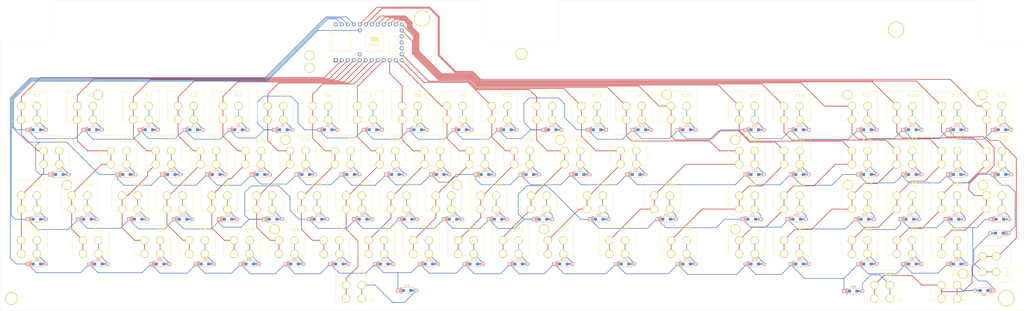
<source format=kicad_pcb>
(kicad_pcb (version 20171130) (host pcbnew 5.1.9-1.fc33)
  (layers (0 F.Cu signal) (31 B.Cu signal) (34 B.Paste user) (35 F.Paste user) (36 B.SilkS user) (37 F.SilkS user) (38 B.Mask user) (39 F.Mask user) (44 Edge.Cuts user))
  (net 0 "")
  (net 1 "Net-(D0-Pad2)")
  (net 2 /row0)
  (net 3 "Net-(D1-Pad2)")
  (net 4 "Net-(D2-Pad2)")
  (net 5 "Net-(D3-Pad2)")
  (net 6 "Net-(D4-Pad2)")
  (net 7 "Net-(D5-Pad2)")
  (net 8 "Net-(D6-Pad2)")
  (net 9 "Net-(D7-Pad2)")
  (net 10 "Net-(D8-Pad2)")
  (net 11 "Net-(D9-Pad2)")
  (net 12 "Net-(D10-Pad2)")
  (net 13 "Net-(D11-Pad2)")
  (net 14 "Net-(D12-Pad2)")
  (net 15 "Net-(D13-Pad2)")
  (net 16 "Net-(D14-Pad2)")
  (net 17 "Net-(D15-Pad2)")
  (net 18 "Net-(D16-Pad2)")
  (net 19 "Net-(D17-Pad2)")
  (net 20 "Net-(D18-Pad2)")
  (net 21 "Net-(D19-Pad2)")
  (net 22 "Net-(D20-Pad2)")
  (net 23 "Net-(D21-Pad2)")
  (net 24 /row1)
  (net 25 "Net-(D22-Pad2)")
  (net 26 "Net-(D23-Pad2)")
  (net 27 "Net-(D24-Pad2)")
  (net 28 "Net-(D25-Pad2)")
  (net 29 "Net-(D26-Pad2)")
  (net 30 "Net-(D27-Pad2)")
  (net 31 "Net-(D28-Pad2)")
  (net 32 "Net-(D29-Pad2)")
  (net 33 "Net-(D30-Pad2)")
  (net 34 "Net-(D31-Pad2)")
  (net 35 "Net-(D32-Pad2)")
  (net 36 "Net-(D33-Pad2)")
  (net 37 "Net-(D34-Pad2)")
  (net 38 "Net-(D35-Pad2)")
  (net 39 "Net-(D36-Pad2)")
  (net 40 "Net-(D37-Pad2)")
  (net 41 "Net-(D38-Pad2)")
  (net 42 "Net-(D39-Pad2)")
  (net 43 "Net-(D41-Pad2)")
  (net 44 "Net-(D42-Pad2)")
  (net 45 /row2)
  (net 46 "Net-(D43-Pad2)")
  (net 47 "Net-(D44-Pad2)")
  (net 48 "Net-(D45-Pad2)")
  (net 49 "Net-(D46-Pad2)")
  (net 50 "Net-(D49-Pad2)")
  (net 51 "Net-(D50-Pad2)")
  (net 52 "Net-(D51-Pad2)")
  (net 53 "Net-(D52-Pad2)")
  (net 54 "Net-(D53-Pad2)")
  (net 55 "Net-(D54-Pad2)")
  (net 56 "Net-(D55-Pad2)")
  (net 57 "Net-(D56-Pad2)")
  (net 58 "Net-(D57-Pad2)")
  (net 59 "Net-(D58-Pad2)")
  (net 60 "Net-(D59-Pad2)")
  (net 61 "Net-(D60-Pad2)")
  (net 62 "Net-(D61-Pad2)")
  (net 63 "Net-(D62-Pad2)")
  (net 64 "Net-(D63-Pad2)")
  (net 65 "Net-(D64-Pad2)")
  (net 66 /row3)
  (net 67 "Net-(D65-Pad2)")
  (net 68 "Net-(D66-Pad2)")
  (net 69 "Net-(D67-Pad2)")
  (net 70 "Net-(D68-Pad2)")
  (net 71 "Net-(D69-Pad2)")
  (net 72 "Net-(D70-Pad2)")
  (net 73 "Net-(D71-Pad2)")
  (net 74 "Net-(D72-Pad2)")
  (net 75 "Net-(D73-Pad2)")
  (net 76 "Net-(D74-Pad2)")
  (net 77 "Net-(D75-Pad2)")
  (net 78 "Net-(D76-Pad2)")
  (net 79 "Net-(D77-Pad2)")
  (net 80 "Net-(D78-Pad2)")
  (net 81 "Net-(D79-Pad2)")
  (net 82 "Net-(D80-Pad2)")
  (net 83 "Net-(D81-Pad2)")
  (net 84 "Net-(D82-Pad2)")
  (net 85 "Net-(D83-Pad2)")
  (net 86 "Net-(D84-Pad2)")
  (net 87 /col0)
  (net 88 /col1)
  (net 89 /col2)
  (net 90 /col3)
  (net 91 /col4)
  (net 92 /col5)
  (net 93 /col6)
  (net 94 /col7)
  (net 95 /col8)
  (net 96 /col9)
  (net 97 /col10)
  (net 98 /col11)
  (net 99 /col12)
  (net 100 /col13)
  (net 101 /col14)
  (net 102 /col15)
  (net 103 /col16)
  (net 104 /col17)
  (net 105 /col18)
  (net 106 /col19)
  (net 107 /col20)
  (net 108 "Net-(U0-Pad15)")
  (net 109 "Net-(U0-Pad1)")
  (net 110 "Net-(U0-Pad14)")
  (net 111 "Net-(U0-Pad16)")
  (net 112 "Net-(U0-Pad29)")
  (net 113 "Net-(U0-Pad30)")
  (net 114 "Net-(D47-Pad2)")
  (module hasu3:Hole_3.0mm (layer F.Cu) (at 482.208 247.88)
    (fp_text reference 3.0mm hide)
    (fp_text value VAL** hide)
    (pad 1 thru_hole circle (at 0 0) (size 4.2 4.2) (drill 3.2) (layers *.Cu *.Mask F.SilkS))
  )
  (module hasu3:Hole_3.0mm (layer F.Cu) (at 190.308 228.98)
    (fp_text reference 3.0mm hide)
    (fp_text value VAL** hide)
    (pad 1 thru_hole circle (at 0 0) (size 4.2 4.2) (drill 3.2) (layers *.Cu *.Mask F.SilkS))
  )
  (module hasu3:Hole_3.0mm (layer F.Cu) (at 304.408 228.98)
    (fp_text reference 3.0mm hide)
    (fp_text value VAL** hide)
    (pad 1 thru_hole circle (at 0 0) (size 4.2 4.2) (drill 3.2) (layers *.Cu *.Mask F.SilkS))
  )
  (module hasu3:Hole_3.0mm (layer F.Cu) (at 385.608 228.98)
    (fp_text reference 3.0mm hide)
    (fp_text value VAL** hide)
    (pad 1 thru_hole circle (at 0 0) (size 4.2 4.2) (drill 3.2) (layers *.Cu *.Mask F.SilkS))
  )
  (module hasu3:Hole_3.0mm (layer F.Cu) (at 102.208 210.18)
    (fp_text reference 3.0mm hide)
    (fp_text value VAL** hide)
    (pad 1 thru_hole circle (at 0 0) (size 4.2 4.2) (drill 3.2) (layers *.Cu *.Mask F.SilkS))
  )
  (module hasu3:Hole_3.0mm (layer F.Cu) (at 267.608 210.18)
    (fp_text reference 3.0mm hide)
    (fp_text value VAL** hide)
    (pad 1 thru_hole circle (at 0 0) (size 4.2 4.2) (drill 3.2) (layers *.Cu *.Mask F.SilkS))
  )
  (module hasu3:Hole_3.0mm (layer F.Cu) (at 433.308 210.18)
    (fp_text reference 3.0mm hide)
    (fp_text value VAL** hide)
    (pad 1 thru_hole circle (at 0 0) (size 4.2 4.2) (drill 3.2) (layers *.Cu *.Mask F.SilkS))
  )
  (module hasu3:Hole_3.0mm (layer F.Cu) (at 490.608 210.18)
    (fp_text reference 3.0mm hide)
    (fp_text value VAL** hide)
    (pad 1 thru_hole circle (at 0 0) (size 4.2 4.2) (drill 3.2) (layers *.Cu *.Mask F.SilkS))
  )
  (module hasu3:Hole_3.0mm (layer F.Cu) (at 194.808 190.98)
    (fp_text reference 3.0mm hide)
    (fp_text value VAL** hide)
    (pad 1 thru_hole circle (at 0 0) (size 4.2 4.2) (drill 3.2) (layers *.Cu *.Mask F.SilkS))
  )
  (module hasu3:Hole_3.0mm (layer F.Cu) (at 311.408 190.98)
    (fp_text reference 3.0mm hide)
    (fp_text value VAL** hide)
    (pad 1 thru_hole circle (at 0 0) (size 4.2 4.2) (drill 3.2) (layers *.Cu *.Mask F.SilkS))
  )
  (module hasu3:Hole_3.0mm (layer F.Cu) (at 385.508 190.98)
    (fp_text reference 3.0mm hide)
    (fp_text value VAL** hide)
    (pad 1 thru_hole circle (at 0 0) (size 4.2 4.2) (drill 3.2) (layers *.Cu *.Mask F.SilkS))
  )
  (module hasu3:Hole_3.0mm (layer F.Cu) (at 115.308 171.88)
    (fp_text reference 3.0mm hide)
    (fp_text value VAL** hide)
    (pad 1 thru_hole circle (at 0 0) (size 4.2 4.2) (drill 3.2) (layers *.Cu *.Mask F.SilkS))
  )
  (module hasu3:Hole_3.0mm (layer F.Cu) (at 356.508 171.88)
    (fp_text reference 3.0mm hide)
    (fp_text value VAL** hide)
    (pad 1 thru_hole circle (at 0 0) (size 4.2 4.2) (drill 3.2) (layers *.Cu *.Mask F.SilkS))
  )
  (module hasu3:Hole_3.0mm (layer F.Cu) (at 433.208 171.88)
    (fp_text reference 3.0mm hide)
    (fp_text value VAL** hide)
    (pad 1 thru_hole circle (at 0 0) (size 4.2 4.2) (drill 3.2) (layers *.Cu *.Mask F.SilkS))
  )
  (module hasu3:Hole_3.0mm (layer F.Cu) (at 490.408 171.88)
    (fp_text reference 3.0mm hide)
    (fp_text value VAL** hide)
    (pad 1 thru_hole circle (at 0 0) (size 4.2 4.2) (drill 3.2) (layers *.Cu *.Mask F.SilkS))
  )
  (module hasu3:Hole_3.0mm (layer F.Cu) (at 205.008 160.38)
    (fp_text reference 3.0mm hide)
    (fp_text value VAL** hide)
    (pad 1 thru_hole circle (at 0 0) (size 4.2 4.2) (drill 3.2) (layers *.Cu *.Mask F.SilkS))
  )
  (module hasu3:Hole_3.0mm (layer F.Cu) (at 205.008 155.18)
    (fp_text reference 3.0mm hide)
    (fp_text value VAL** hide)
    (pad 1 thru_hole circle (at 0 0) (size 4.2 4.2) (drill 3.2) (layers *.Cu *.Mask F.SilkS))
  )
  (module hasu3:Hole_4.1mm (layer F.Cu) (at 78.608 258.38)
    (fp_text reference 4.1mm hide)
    (fp_text value VAL** hide)
    (pad 1 thru_hole circle (at 0 0) (size 5.3 5.3) (drill 4.3) (layers *.Cu *.Mask F.SilkS))
  )
  (module hasu3:Hole_3.8mm (layer F.Cu) (at 294.908 154.48)
    (fp_text reference 3.8mm hide)
    (fp_text value VAL** hide)
    (pad 1 thru_hole circle (at 0 0) (size 5 5) (drill 4) (layers *.Cu *.Mask F.SilkS))
  )
  (module hasu3:Hole_5.6mm (layer F.Cu) (at 500.408 258.28)
    (fp_text reference 5.6mm hide)
    (fp_text value VAL** hide)
    (pad 1 thru_hole circle (at 0 0) (size 6.8 6.8) (drill 5.8) (layers *.Cu *.Mask F.SilkS))
  )
  (module hasu3:Hole_5.6mm (layer F.Cu) (at 252.708 139.48)
    (fp_text reference 5.6mm hide)
    (fp_text value VAL** hide)
    (pad 1 thru_hole circle (at 0 0) (size 6.8 6.8) (drill 5.8) (layers *.Cu *.Mask F.SilkS))
  )
  (module hasu3:Hole_5.6mm (layer F.Cu) (at 453.708 144.18)
    (fp_text reference 5.6mm hide)
    (fp_text value VAL** hide)
    (pad 1 thru_hole circle (at 0 0) (size 6.8 6.8) (drill 5.8) (layers *.Cu *.Mask F.SilkS))
  )
  (module hasu3:D_SOD123_axial (layer B.Cu) (at 89.408 186.73)
    (fp_text reference D0 (at 0 -1.925) (layer B.SilkS) (effects (font (size 0.8 0.8)) (justify mirror)))
    (fp_text value D hide)
    (pad 2 smd rect (at 2.7 0) (size 2.5 0.5) (layers B.Cu) (net 1 "Net-(D0-Pad2)"))
    (pad 1 smd rect (at -2.7 0) (size 2.5 0.5) (layers B.Cu) (net 2 /row0))
    (pad 2 thru_hole circle (at 3.9 0) (size 1.6 1.6) (drill 0.7) (layers *.Cu *.Mask B.SilkS) (net 1 "Net-(D0-Pad2)"))
    (pad 1 thru_hole rect (at -3.9 0) (size 1.6 1.6) (drill 0.7) (layers *.Cu *.Mask B.SilkS) (net 2 /row0))
    (pad 1 smd rect (at -1.575 0) (size 1.2 1.2) (layers B.Cu B.Paste B.Mask) (net 2 /row0))
    (pad 2 smd rect (at 1.575 0) (size 1.2 1.2) (layers B.Cu B.Paste B.Mask) (net 1 "Net-(D0-Pad2)"))
  )
  (module hasu3:D_SOD123_axial (layer B.Cu) (at 113.158 186.73)
    (fp_text reference D1 (at 0 -1.925) (layer B.SilkS) (effects (font (size 0.8 0.8)) (justify mirror)))
    (fp_text value D hide)
    (pad 2 smd rect (at 2.7 0) (size 2.5 0.5) (layers B.Cu) (net 3 "Net-(D1-Pad2)"))
    (pad 1 smd rect (at -2.7 0) (size 2.5 0.5) (layers B.Cu) (net 2 /row0))
    (pad 2 thru_hole circle (at 3.9 0) (size 1.6 1.6) (drill 0.7) (layers *.Cu *.Mask B.SilkS) (net 3 "Net-(D1-Pad2)"))
    (pad 1 thru_hole rect (at -3.9 0) (size 1.6 1.6) (drill 0.7) (layers *.Cu *.Mask B.SilkS) (net 2 /row0))
    (pad 1 smd rect (at -1.575 0) (size 1.2 1.2) (layers B.Cu B.Paste B.Mask) (net 2 /row0))
    (pad 2 smd rect (at 1.575 0) (size 1.2 1.2) (layers B.Cu B.Paste B.Mask) (net 3 "Net-(D1-Pad2)"))
  )
  (module hasu3:D_SOD123_axial (layer B.Cu) (at 136.908 186.73)
    (fp_text reference D2 (at 0 -1.925) (layer B.SilkS) (effects (font (size 0.8 0.8)) (justify mirror)))
    (fp_text value D hide)
    (pad 2 smd rect (at 2.7 0) (size 2.5 0.5) (layers B.Cu) (net 4 "Net-(D2-Pad2)"))
    (pad 1 smd rect (at -2.7 0) (size 2.5 0.5) (layers B.Cu) (net 2 /row0))
    (pad 2 thru_hole circle (at 3.9 0) (size 1.6 1.6) (drill 0.7) (layers *.Cu *.Mask B.SilkS) (net 4 "Net-(D2-Pad2)"))
    (pad 1 thru_hole rect (at -3.9 0) (size 1.6 1.6) (drill 0.7) (layers *.Cu *.Mask B.SilkS) (net 2 /row0))
    (pad 1 smd rect (at -1.575 0) (size 1.2 1.2) (layers B.Cu B.Paste B.Mask) (net 2 /row0))
    (pad 2 smd rect (at 1.575 0) (size 1.2 1.2) (layers B.Cu B.Paste B.Mask) (net 4 "Net-(D2-Pad2)"))
  )
  (module hasu3:D_SOD123_axial (layer B.Cu) (at 155.908 186.73)
    (fp_text reference D3 (at 0 -1.925) (layer B.SilkS) (effects (font (size 0.8 0.8)) (justify mirror)))
    (fp_text value D hide)
    (pad 2 smd rect (at 2.7 0) (size 2.5 0.5) (layers B.Cu) (net 5 "Net-(D3-Pad2)"))
    (pad 1 smd rect (at -2.7 0) (size 2.5 0.5) (layers B.Cu) (net 2 /row0))
    (pad 2 thru_hole circle (at 3.9 0) (size 1.6 1.6) (drill 0.7) (layers *.Cu *.Mask B.SilkS) (net 5 "Net-(D3-Pad2)"))
    (pad 1 thru_hole rect (at -3.9 0) (size 1.6 1.6) (drill 0.7) (layers *.Cu *.Mask B.SilkS) (net 2 /row0))
    (pad 1 smd rect (at -1.575 0) (size 1.2 1.2) (layers B.Cu B.Paste B.Mask) (net 2 /row0))
    (pad 2 smd rect (at 1.575 0) (size 1.2 1.2) (layers B.Cu B.Paste B.Mask) (net 5 "Net-(D3-Pad2)"))
  )
  (module hasu3:D_SOD123_axial (layer B.Cu) (at 174.908 186.73)
    (fp_text reference D4 (at 0 -1.925) (layer B.SilkS) (effects (font (size 0.8 0.8)) (justify mirror)))
    (fp_text value D hide)
    (pad 2 smd rect (at 2.7 0) (size 2.5 0.5) (layers B.Cu) (net 6 "Net-(D4-Pad2)"))
    (pad 1 smd rect (at -2.7 0) (size 2.5 0.5) (layers B.Cu) (net 2 /row0))
    (pad 2 thru_hole circle (at 3.9 0) (size 1.6 1.6) (drill 0.7) (layers *.Cu *.Mask B.SilkS) (net 6 "Net-(D4-Pad2)"))
    (pad 1 thru_hole rect (at -3.9 0) (size 1.6 1.6) (drill 0.7) (layers *.Cu *.Mask B.SilkS) (net 2 /row0))
    (pad 1 smd rect (at -1.575 0) (size 1.2 1.2) (layers B.Cu B.Paste B.Mask) (net 2 /row0))
    (pad 2 smd rect (at 1.575 0) (size 1.2 1.2) (layers B.Cu B.Paste B.Mask) (net 6 "Net-(D4-Pad2)"))
  )
  (module hasu3:D_SOD123_axial (layer B.Cu) (at 193.908 186.73)
    (fp_text reference D5 (at 0 -1.925) (layer B.SilkS) (effects (font (size 0.8 0.8)) (justify mirror)))
    (fp_text value D hide)
    (pad 2 smd rect (at 2.7 0) (size 2.5 0.5) (layers B.Cu) (net 7 "Net-(D5-Pad2)"))
    (pad 1 smd rect (at -2.7 0) (size 2.5 0.5) (layers B.Cu) (net 2 /row0))
    (pad 2 thru_hole circle (at 3.9 0) (size 1.6 1.6) (drill 0.7) (layers *.Cu *.Mask B.SilkS) (net 7 "Net-(D5-Pad2)"))
    (pad 1 thru_hole rect (at -3.9 0) (size 1.6 1.6) (drill 0.7) (layers *.Cu *.Mask B.SilkS) (net 2 /row0))
    (pad 1 smd rect (at -1.575 0) (size 1.2 1.2) (layers B.Cu B.Paste B.Mask) (net 2 /row0))
    (pad 2 smd rect (at 1.575 0) (size 1.2 1.2) (layers B.Cu B.Paste B.Mask) (net 7 "Net-(D5-Pad2)"))
  )
  (module hasu3:D_SOD123_axial (layer B.Cu) (at 212.908 186.73)
    (fp_text reference D6 (at 0 -1.925) (layer B.SilkS) (effects (font (size 0.8 0.8)) (justify mirror)))
    (fp_text value D hide)
    (pad 2 smd rect (at 2.7 0) (size 2.5 0.5) (layers B.Cu) (net 8 "Net-(D6-Pad2)"))
    (pad 1 smd rect (at -2.7 0) (size 2.5 0.5) (layers B.Cu) (net 2 /row0))
    (pad 2 thru_hole circle (at 3.9 0) (size 1.6 1.6) (drill 0.7) (layers *.Cu *.Mask B.SilkS) (net 8 "Net-(D6-Pad2)"))
    (pad 1 thru_hole rect (at -3.9 0) (size 1.6 1.6) (drill 0.7) (layers *.Cu *.Mask B.SilkS) (net 2 /row0))
    (pad 1 smd rect (at -1.575 0) (size 1.2 1.2) (layers B.Cu B.Paste B.Mask) (net 2 /row0))
    (pad 2 smd rect (at 1.575 0) (size 1.2 1.2) (layers B.Cu B.Paste B.Mask) (net 8 "Net-(D6-Pad2)"))
  )
  (module hasu3:D_SOD123_axial (layer B.Cu) (at 231.908 186.73)
    (fp_text reference D7 (at 0 -1.925) (layer B.SilkS) (effects (font (size 0.8 0.8)) (justify mirror)))
    (fp_text value D hide)
    (pad 2 smd rect (at 2.7 0) (size 2.5 0.5) (layers B.Cu) (net 9 "Net-(D7-Pad2)"))
    (pad 1 smd rect (at -2.7 0) (size 2.5 0.5) (layers B.Cu) (net 2 /row0))
    (pad 2 thru_hole circle (at 3.9 0) (size 1.6 1.6) (drill 0.7) (layers *.Cu *.Mask B.SilkS) (net 9 "Net-(D7-Pad2)"))
    (pad 1 thru_hole rect (at -3.9 0) (size 1.6 1.6) (drill 0.7) (layers *.Cu *.Mask B.SilkS) (net 2 /row0))
    (pad 1 smd rect (at -1.575 0) (size 1.2 1.2) (layers B.Cu B.Paste B.Mask) (net 2 /row0))
    (pad 2 smd rect (at 1.575 0) (size 1.2 1.2) (layers B.Cu B.Paste B.Mask) (net 9 "Net-(D7-Pad2)"))
  )
  (module hasu3:D_SOD123_axial (layer B.Cu) (at 250.908 186.73)
    (fp_text reference D8 (at 0 -1.925) (layer B.SilkS) (effects (font (size 0.8 0.8)) (justify mirror)))
    (fp_text value D hide)
    (pad 2 smd rect (at 2.7 0) (size 2.5 0.5) (layers B.Cu) (net 10 "Net-(D8-Pad2)"))
    (pad 1 smd rect (at -2.7 0) (size 2.5 0.5) (layers B.Cu) (net 2 /row0))
    (pad 2 thru_hole circle (at 3.9 0) (size 1.6 1.6) (drill 0.7) (layers *.Cu *.Mask B.SilkS) (net 10 "Net-(D8-Pad2)"))
    (pad 1 thru_hole rect (at -3.9 0) (size 1.6 1.6) (drill 0.7) (layers *.Cu *.Mask B.SilkS) (net 2 /row0))
    (pad 1 smd rect (at -1.575 0) (size 1.2 1.2) (layers B.Cu B.Paste B.Mask) (net 2 /row0))
    (pad 2 smd rect (at 1.575 0) (size 1.2 1.2) (layers B.Cu B.Paste B.Mask) (net 10 "Net-(D8-Pad2)"))
  )
  (module hasu3:D_SOD123_axial (layer B.Cu) (at 269.908 186.73)
    (fp_text reference D9 (at 0 -1.925) (layer B.SilkS) (effects (font (size 0.8 0.8)) (justify mirror)))
    (fp_text value D hide)
    (pad 2 smd rect (at 2.7 0) (size 2.5 0.5) (layers B.Cu) (net 11 "Net-(D9-Pad2)"))
    (pad 1 smd rect (at -2.7 0) (size 2.5 0.5) (layers B.Cu) (net 2 /row0))
    (pad 2 thru_hole circle (at 3.9 0) (size 1.6 1.6) (drill 0.7) (layers *.Cu *.Mask B.SilkS) (net 11 "Net-(D9-Pad2)"))
    (pad 1 thru_hole rect (at -3.9 0) (size 1.6 1.6) (drill 0.7) (layers *.Cu *.Mask B.SilkS) (net 2 /row0))
    (pad 1 smd rect (at -1.575 0) (size 1.2 1.2) (layers B.Cu B.Paste B.Mask) (net 2 /row0))
    (pad 2 smd rect (at 1.575 0) (size 1.2 1.2) (layers B.Cu B.Paste B.Mask) (net 11 "Net-(D9-Pad2)"))
  )
  (module hasu3:D_SOD123_axial (layer B.Cu) (at 288.908 186.73)
    (fp_text reference D10 (at 0 -1.925) (layer B.SilkS) (effects (font (size 0.8 0.8)) (justify mirror)))
    (fp_text value D hide)
    (pad 2 smd rect (at 2.7 0) (size 2.5 0.5) (layers B.Cu) (net 12 "Net-(D10-Pad2)"))
    (pad 1 smd rect (at -2.7 0) (size 2.5 0.5) (layers B.Cu) (net 2 /row0))
    (pad 2 thru_hole circle (at 3.9 0) (size 1.6 1.6) (drill 0.7) (layers *.Cu *.Mask B.SilkS) (net 12 "Net-(D10-Pad2)"))
    (pad 1 thru_hole rect (at -3.9 0) (size 1.6 1.6) (drill 0.7) (layers *.Cu *.Mask B.SilkS) (net 2 /row0))
    (pad 1 smd rect (at -1.575 0) (size 1.2 1.2) (layers B.Cu B.Paste B.Mask) (net 2 /row0))
    (pad 2 smd rect (at 1.575 0) (size 1.2 1.2) (layers B.Cu B.Paste B.Mask) (net 12 "Net-(D10-Pad2)"))
  )
  (module hasu3:D_SOD123_axial (layer B.Cu) (at 307.908 186.73)
    (fp_text reference D11 (at 0 -1.925) (layer B.SilkS) (effects (font (size 0.8 0.8)) (justify mirror)))
    (fp_text value D hide)
    (pad 2 smd rect (at 2.7 0) (size 2.5 0.5) (layers B.Cu) (net 13 "Net-(D11-Pad2)"))
    (pad 1 smd rect (at -2.7 0) (size 2.5 0.5) (layers B.Cu) (net 2 /row0))
    (pad 2 thru_hole circle (at 3.9 0) (size 1.6 1.6) (drill 0.7) (layers *.Cu *.Mask B.SilkS) (net 13 "Net-(D11-Pad2)"))
    (pad 1 thru_hole rect (at -3.9 0) (size 1.6 1.6) (drill 0.7) (layers *.Cu *.Mask B.SilkS) (net 2 /row0))
    (pad 1 smd rect (at -1.575 0) (size 1.2 1.2) (layers B.Cu B.Paste B.Mask) (net 2 /row0))
    (pad 2 smd rect (at 1.575 0) (size 1.2 1.2) (layers B.Cu B.Paste B.Mask) (net 13 "Net-(D11-Pad2)"))
  )
  (module hasu3:D_SOD123_axial (layer B.Cu) (at 326.908 186.73)
    (fp_text reference D12 (at 0 -1.925) (layer B.SilkS) (effects (font (size 0.8 0.8)) (justify mirror)))
    (fp_text value D hide)
    (pad 2 smd rect (at 2.7 0) (size 2.5 0.5) (layers B.Cu) (net 14 "Net-(D12-Pad2)"))
    (pad 1 smd rect (at -2.7 0) (size 2.5 0.5) (layers B.Cu) (net 2 /row0))
    (pad 2 thru_hole circle (at 3.9 0) (size 1.6 1.6) (drill 0.7) (layers *.Cu *.Mask B.SilkS) (net 14 "Net-(D12-Pad2)"))
    (pad 1 thru_hole rect (at -3.9 0) (size 1.6 1.6) (drill 0.7) (layers *.Cu *.Mask B.SilkS) (net 2 /row0))
    (pad 1 smd rect (at -1.575 0) (size 1.2 1.2) (layers B.Cu B.Paste B.Mask) (net 2 /row0))
    (pad 2 smd rect (at 1.575 0) (size 1.2 1.2) (layers B.Cu B.Paste B.Mask) (net 14 "Net-(D12-Pad2)"))
  )
  (module hasu3:D_SOD123_axial (layer B.Cu) (at 345.908 186.73)
    (fp_text reference D13 (at 0 -1.925) (layer B.SilkS) (effects (font (size 0.8 0.8)) (justify mirror)))
    (fp_text value D hide)
    (pad 2 smd rect (at 2.7 0) (size 2.5 0.5) (layers B.Cu) (net 15 "Net-(D13-Pad2)"))
    (pad 1 smd rect (at -2.7 0) (size 2.5 0.5) (layers B.Cu) (net 2 /row0))
    (pad 2 thru_hole circle (at 3.9 0) (size 1.6 1.6) (drill 0.7) (layers *.Cu *.Mask B.SilkS) (net 15 "Net-(D13-Pad2)"))
    (pad 1 thru_hole rect (at -3.9 0) (size 1.6 1.6) (drill 0.7) (layers *.Cu *.Mask B.SilkS) (net 2 /row0))
    (pad 1 smd rect (at -1.575 0) (size 1.2 1.2) (layers B.Cu B.Paste B.Mask) (net 2 /row0))
    (pad 2 smd rect (at 1.575 0) (size 1.2 1.2) (layers B.Cu B.Paste B.Mask) (net 15 "Net-(D13-Pad2)"))
  )
  (module hasu3:D_SOD123_axial (layer B.Cu) (at 364.908 186.73)
    (fp_text reference D14 (at 0 -1.925) (layer B.SilkS) (effects (font (size 0.8 0.8)) (justify mirror)))
    (fp_text value D hide)
    (pad 2 smd rect (at 2.7 0) (size 2.5 0.5) (layers B.Cu) (net 16 "Net-(D14-Pad2)"))
    (pad 1 smd rect (at -2.7 0) (size 2.5 0.5) (layers B.Cu) (net 2 /row0))
    (pad 2 thru_hole circle (at 3.9 0) (size 1.6 1.6) (drill 0.7) (layers *.Cu *.Mask B.SilkS) (net 16 "Net-(D14-Pad2)"))
    (pad 1 thru_hole rect (at -3.9 0) (size 1.6 1.6) (drill 0.7) (layers *.Cu *.Mask B.SilkS) (net 2 /row0))
    (pad 1 smd rect (at -1.575 0) (size 1.2 1.2) (layers B.Cu B.Paste B.Mask) (net 2 /row0))
    (pad 2 smd rect (at 1.575 0) (size 1.2 1.2) (layers B.Cu B.Paste B.Mask) (net 16 "Net-(D14-Pad2)"))
  )
  (module hasu3:D_SOD123_axial (layer B.Cu) (at 393.808 186.73)
    (fp_text reference D15 (at 0 -1.925) (layer B.SilkS) (effects (font (size 0.8 0.8)) (justify mirror)))
    (fp_text value D hide)
    (pad 2 smd rect (at 2.7 0) (size 2.5 0.5) (layers B.Cu) (net 17 "Net-(D15-Pad2)"))
    (pad 1 smd rect (at -2.7 0) (size 2.5 0.5) (layers B.Cu) (net 2 /row0))
    (pad 2 thru_hole circle (at 3.9 0) (size 1.6 1.6) (drill 0.7) (layers *.Cu *.Mask B.SilkS) (net 17 "Net-(D15-Pad2)"))
    (pad 1 thru_hole rect (at -3.9 0) (size 1.6 1.6) (drill 0.7) (layers *.Cu *.Mask B.SilkS) (net 2 /row0))
    (pad 1 smd rect (at -1.575 0) (size 1.2 1.2) (layers B.Cu B.Paste B.Mask) (net 2 /row0))
    (pad 2 smd rect (at 1.575 0) (size 1.2 1.2) (layers B.Cu B.Paste B.Mask) (net 17 "Net-(D15-Pad2)"))
  )
  (module hasu3:D_SOD123_axial (layer B.Cu) (at 412.808 186.73)
    (fp_text reference D16 (at 0 -1.925) (layer B.SilkS) (effects (font (size 0.8 0.8)) (justify mirror)))
    (fp_text value D hide)
    (pad 2 smd rect (at 2.7 0) (size 2.5 0.5) (layers B.Cu) (net 18 "Net-(D16-Pad2)"))
    (pad 1 smd rect (at -2.7 0) (size 2.5 0.5) (layers B.Cu) (net 2 /row0))
    (pad 2 thru_hole circle (at 3.9 0) (size 1.6 1.6) (drill 0.7) (layers *.Cu *.Mask B.SilkS) (net 18 "Net-(D16-Pad2)"))
    (pad 1 thru_hole rect (at -3.9 0) (size 1.6 1.6) (drill 0.7) (layers *.Cu *.Mask B.SilkS) (net 2 /row0))
    (pad 1 smd rect (at -1.575 0) (size 1.2 1.2) (layers B.Cu B.Paste B.Mask) (net 2 /row0))
    (pad 2 smd rect (at 1.575 0) (size 1.2 1.2) (layers B.Cu B.Paste B.Mask) (net 18 "Net-(D16-Pad2)"))
  )
  (module hasu3:D_SOD123_axial (layer B.Cu) (at 441.608 186.73)
    (fp_text reference D17 (at 0 -1.925) (layer B.SilkS) (effects (font (size 0.8 0.8)) (justify mirror)))
    (fp_text value D hide)
    (pad 2 smd rect (at 2.7 0) (size 2.5 0.5) (layers B.Cu) (net 19 "Net-(D17-Pad2)"))
    (pad 1 smd rect (at -2.7 0) (size 2.5 0.5) (layers B.Cu) (net 2 /row0))
    (pad 2 thru_hole circle (at 3.9 0) (size 1.6 1.6) (drill 0.7) (layers *.Cu *.Mask B.SilkS) (net 19 "Net-(D17-Pad2)"))
    (pad 1 thru_hole rect (at -3.9 0) (size 1.6 1.6) (drill 0.7) (layers *.Cu *.Mask B.SilkS) (net 2 /row0))
    (pad 1 smd rect (at -1.575 0) (size 1.2 1.2) (layers B.Cu B.Paste B.Mask) (net 2 /row0))
    (pad 2 smd rect (at 1.575 0) (size 1.2 1.2) (layers B.Cu B.Paste B.Mask) (net 19 "Net-(D17-Pad2)"))
  )
  (module hasu3:D_SOD123_axial (layer B.Cu) (at 460.608 186.73)
    (fp_text reference D18 (at 0 -1.925) (layer B.SilkS) (effects (font (size 0.8 0.8)) (justify mirror)))
    (fp_text value D hide)
    (pad 2 smd rect (at 2.7 0) (size 2.5 0.5) (layers B.Cu) (net 20 "Net-(D18-Pad2)"))
    (pad 1 smd rect (at -2.7 0) (size 2.5 0.5) (layers B.Cu) (net 2 /row0))
    (pad 2 thru_hole circle (at 3.9 0) (size 1.6 1.6) (drill 0.7) (layers *.Cu *.Mask B.SilkS) (net 20 "Net-(D18-Pad2)"))
    (pad 1 thru_hole rect (at -3.9 0) (size 1.6 1.6) (drill 0.7) (layers *.Cu *.Mask B.SilkS) (net 2 /row0))
    (pad 1 smd rect (at -1.575 0) (size 1.2 1.2) (layers B.Cu B.Paste B.Mask) (net 2 /row0))
    (pad 2 smd rect (at 1.575 0) (size 1.2 1.2) (layers B.Cu B.Paste B.Mask) (net 20 "Net-(D18-Pad2)"))
  )
  (module hasu3:D_SOD123_axial (layer B.Cu) (at 479.608 186.73)
    (fp_text reference D19 (at 0 -1.925) (layer B.SilkS) (effects (font (size 0.8 0.8)) (justify mirror)))
    (fp_text value D hide)
    (pad 2 smd rect (at 2.7 0) (size 2.5 0.5) (layers B.Cu) (net 21 "Net-(D19-Pad2)"))
    (pad 1 smd rect (at -2.7 0) (size 2.5 0.5) (layers B.Cu) (net 2 /row0))
    (pad 2 thru_hole circle (at 3.9 0) (size 1.6 1.6) (drill 0.7) (layers *.Cu *.Mask B.SilkS) (net 21 "Net-(D19-Pad2)"))
    (pad 1 thru_hole rect (at -3.9 0) (size 1.6 1.6) (drill 0.7) (layers *.Cu *.Mask B.SilkS) (net 2 /row0))
    (pad 1 smd rect (at -1.575 0) (size 1.2 1.2) (layers B.Cu B.Paste B.Mask) (net 2 /row0))
    (pad 2 smd rect (at 1.575 0) (size 1.2 1.2) (layers B.Cu B.Paste B.Mask) (net 21 "Net-(D19-Pad2)"))
  )
  (module hasu3:D_SOD123_axial (layer B.Cu) (at 498.608 186.73)
    (fp_text reference D20 (at 0 -1.925) (layer B.SilkS) (effects (font (size 0.8 0.8)) (justify mirror)))
    (fp_text value D hide)
    (pad 2 smd rect (at 2.7 0) (size 2.5 0.5) (layers B.Cu) (net 22 "Net-(D20-Pad2)"))
    (pad 1 smd rect (at -2.7 0) (size 2.5 0.5) (layers B.Cu) (net 2 /row0))
    (pad 2 thru_hole circle (at 3.9 0) (size 1.6 1.6) (drill 0.7) (layers *.Cu *.Mask B.SilkS) (net 22 "Net-(D20-Pad2)"))
    (pad 1 thru_hole rect (at -3.9 0) (size 1.6 1.6) (drill 0.7) (layers *.Cu *.Mask B.SilkS) (net 2 /row0))
    (pad 1 smd rect (at -1.575 0) (size 1.2 1.2) (layers B.Cu B.Paste B.Mask) (net 2 /row0))
    (pad 2 smd rect (at 1.575 0) (size 1.2 1.2) (layers B.Cu B.Paste B.Mask) (net 22 "Net-(D20-Pad2)"))
  )
  (module hasu3:D_SOD123_axial (layer B.Cu) (at 98.908 205.73)
    (fp_text reference D21 (at 0 -1.925) (layer B.SilkS) (effects (font (size 0.8 0.8)) (justify mirror)))
    (fp_text value D hide)
    (pad 2 smd rect (at 2.7 0) (size 2.5 0.5) (layers B.Cu) (net 23 "Net-(D21-Pad2)"))
    (pad 1 smd rect (at -2.7 0) (size 2.5 0.5) (layers B.Cu) (net 24 /row1))
    (pad 2 thru_hole circle (at 3.9 0) (size 1.6 1.6) (drill 0.7) (layers *.Cu *.Mask B.SilkS) (net 23 "Net-(D21-Pad2)"))
    (pad 1 thru_hole rect (at -3.9 0) (size 1.6 1.6) (drill 0.7) (layers *.Cu *.Mask B.SilkS) (net 24 /row1))
    (pad 1 smd rect (at -1.575 0) (size 1.2 1.2) (layers B.Cu B.Paste B.Mask) (net 24 /row1))
    (pad 2 smd rect (at 1.575 0) (size 1.2 1.2) (layers B.Cu B.Paste B.Mask) (net 23 "Net-(D21-Pad2)"))
  )
  (module hasu3:D_SOD123_axial (layer B.Cu) (at 127.408 205.73)
    (fp_text reference D22 (at 0 -1.925) (layer B.SilkS) (effects (font (size 0.8 0.8)) (justify mirror)))
    (fp_text value D hide)
    (pad 2 smd rect (at 2.7 0) (size 2.5 0.5) (layers B.Cu) (net 25 "Net-(D22-Pad2)"))
    (pad 1 smd rect (at -2.7 0) (size 2.5 0.5) (layers B.Cu) (net 24 /row1))
    (pad 2 thru_hole circle (at 3.9 0) (size 1.6 1.6) (drill 0.7) (layers *.Cu *.Mask B.SilkS) (net 25 "Net-(D22-Pad2)"))
    (pad 1 thru_hole rect (at -3.9 0) (size 1.6 1.6) (drill 0.7) (layers *.Cu *.Mask B.SilkS) (net 24 /row1))
    (pad 1 smd rect (at -1.575 0) (size 1.2 1.2) (layers B.Cu B.Paste B.Mask) (net 24 /row1))
    (pad 2 smd rect (at 1.575 0) (size 1.2 1.2) (layers B.Cu B.Paste B.Mask) (net 25 "Net-(D22-Pad2)"))
  )
  (module hasu3:D_SOD123_axial (layer B.Cu) (at 146.408 205.73)
    (fp_text reference D23 (at 0 -1.925) (layer B.SilkS) (effects (font (size 0.8 0.8)) (justify mirror)))
    (fp_text value D hide)
    (pad 2 smd rect (at 2.7 0) (size 2.5 0.5) (layers B.Cu) (net 26 "Net-(D23-Pad2)"))
    (pad 1 smd rect (at -2.7 0) (size 2.5 0.5) (layers B.Cu) (net 24 /row1))
    (pad 2 thru_hole circle (at 3.9 0) (size 1.6 1.6) (drill 0.7) (layers *.Cu *.Mask B.SilkS) (net 26 "Net-(D23-Pad2)"))
    (pad 1 thru_hole rect (at -3.9 0) (size 1.6 1.6) (drill 0.7) (layers *.Cu *.Mask B.SilkS) (net 24 /row1))
    (pad 1 smd rect (at -1.575 0) (size 1.2 1.2) (layers B.Cu B.Paste B.Mask) (net 24 /row1))
    (pad 2 smd rect (at 1.575 0) (size 1.2 1.2) (layers B.Cu B.Paste B.Mask) (net 26 "Net-(D23-Pad2)"))
  )
  (module hasu3:D_SOD123_axial (layer B.Cu) (at 165.408 205.73)
    (fp_text reference D24 (at 0 -1.925) (layer B.SilkS) (effects (font (size 0.8 0.8)) (justify mirror)))
    (fp_text value D hide)
    (pad 2 smd rect (at 2.7 0) (size 2.5 0.5) (layers B.Cu) (net 27 "Net-(D24-Pad2)"))
    (pad 1 smd rect (at -2.7 0) (size 2.5 0.5) (layers B.Cu) (net 24 /row1))
    (pad 2 thru_hole circle (at 3.9 0) (size 1.6 1.6) (drill 0.7) (layers *.Cu *.Mask B.SilkS) (net 27 "Net-(D24-Pad2)"))
    (pad 1 thru_hole rect (at -3.9 0) (size 1.6 1.6) (drill 0.7) (layers *.Cu *.Mask B.SilkS) (net 24 /row1))
    (pad 1 smd rect (at -1.575 0) (size 1.2 1.2) (layers B.Cu B.Paste B.Mask) (net 24 /row1))
    (pad 2 smd rect (at 1.575 0) (size 1.2 1.2) (layers B.Cu B.Paste B.Mask) (net 27 "Net-(D24-Pad2)"))
  )
  (module hasu3:D_SOD123_axial (layer B.Cu) (at 184.408 205.73)
    (fp_text reference D25 (at 0 -1.925) (layer B.SilkS) (effects (font (size 0.8 0.8)) (justify mirror)))
    (fp_text value D hide)
    (pad 2 smd rect (at 2.7 0) (size 2.5 0.5) (layers B.Cu) (net 28 "Net-(D25-Pad2)"))
    (pad 1 smd rect (at -2.7 0) (size 2.5 0.5) (layers B.Cu) (net 24 /row1))
    (pad 2 thru_hole circle (at 3.9 0) (size 1.6 1.6) (drill 0.7) (layers *.Cu *.Mask B.SilkS) (net 28 "Net-(D25-Pad2)"))
    (pad 1 thru_hole rect (at -3.9 0) (size 1.6 1.6) (drill 0.7) (layers *.Cu *.Mask B.SilkS) (net 24 /row1))
    (pad 1 smd rect (at -1.575 0) (size 1.2 1.2) (layers B.Cu B.Paste B.Mask) (net 24 /row1))
    (pad 2 smd rect (at 1.575 0) (size 1.2 1.2) (layers B.Cu B.Paste B.Mask) (net 28 "Net-(D25-Pad2)"))
  )
  (module hasu3:D_SOD123_axial (layer B.Cu) (at 203.408 205.73)
    (fp_text reference D26 (at 0 -1.925) (layer B.SilkS) (effects (font (size 0.8 0.8)) (justify mirror)))
    (fp_text value D hide)
    (pad 2 smd rect (at 2.7 0) (size 2.5 0.5) (layers B.Cu) (net 29 "Net-(D26-Pad2)"))
    (pad 1 smd rect (at -2.7 0) (size 2.5 0.5) (layers B.Cu) (net 24 /row1))
    (pad 2 thru_hole circle (at 3.9 0) (size 1.6 1.6) (drill 0.7) (layers *.Cu *.Mask B.SilkS) (net 29 "Net-(D26-Pad2)"))
    (pad 1 thru_hole rect (at -3.9 0) (size 1.6 1.6) (drill 0.7) (layers *.Cu *.Mask B.SilkS) (net 24 /row1))
    (pad 1 smd rect (at -1.575 0) (size 1.2 1.2) (layers B.Cu B.Paste B.Mask) (net 24 /row1))
    (pad 2 smd rect (at 1.575 0) (size 1.2 1.2) (layers B.Cu B.Paste B.Mask) (net 29 "Net-(D26-Pad2)"))
  )
  (module hasu3:D_SOD123_axial (layer B.Cu) (at 222.408 205.73)
    (fp_text reference D27 (at 0 -1.925) (layer B.SilkS) (effects (font (size 0.8 0.8)) (justify mirror)))
    (fp_text value D hide)
    (pad 2 smd rect (at 2.7 0) (size 2.5 0.5) (layers B.Cu) (net 30 "Net-(D27-Pad2)"))
    (pad 1 smd rect (at -2.7 0) (size 2.5 0.5) (layers B.Cu) (net 24 /row1))
    (pad 2 thru_hole circle (at 3.9 0) (size 1.6 1.6) (drill 0.7) (layers *.Cu *.Mask B.SilkS) (net 30 "Net-(D27-Pad2)"))
    (pad 1 thru_hole rect (at -3.9 0) (size 1.6 1.6) (drill 0.7) (layers *.Cu *.Mask B.SilkS) (net 24 /row1))
    (pad 1 smd rect (at -1.575 0) (size 1.2 1.2) (layers B.Cu B.Paste B.Mask) (net 24 /row1))
    (pad 2 smd rect (at 1.575 0) (size 1.2 1.2) (layers B.Cu B.Paste B.Mask) (net 30 "Net-(D27-Pad2)"))
  )
  (module hasu3:D_SOD123_axial (layer B.Cu) (at 241.408 205.73)
    (fp_text reference D28 (at 0 -1.925) (layer B.SilkS) (effects (font (size 0.8 0.8)) (justify mirror)))
    (fp_text value D hide)
    (pad 2 smd rect (at 2.7 0) (size 2.5 0.5) (layers B.Cu) (net 31 "Net-(D28-Pad2)"))
    (pad 1 smd rect (at -2.7 0) (size 2.5 0.5) (layers B.Cu) (net 24 /row1))
    (pad 2 thru_hole circle (at 3.9 0) (size 1.6 1.6) (drill 0.7) (layers *.Cu *.Mask B.SilkS) (net 31 "Net-(D28-Pad2)"))
    (pad 1 thru_hole rect (at -3.9 0) (size 1.6 1.6) (drill 0.7) (layers *.Cu *.Mask B.SilkS) (net 24 /row1))
    (pad 1 smd rect (at -1.575 0) (size 1.2 1.2) (layers B.Cu B.Paste B.Mask) (net 24 /row1))
    (pad 2 smd rect (at 1.575 0) (size 1.2 1.2) (layers B.Cu B.Paste B.Mask) (net 31 "Net-(D28-Pad2)"))
  )
  (module hasu3:D_SOD123_axial (layer B.Cu) (at 260.408 205.73)
    (fp_text reference D29 (at 0 -1.925) (layer B.SilkS) (effects (font (size 0.8 0.8)) (justify mirror)))
    (fp_text value D hide)
    (pad 2 smd rect (at 2.7 0) (size 2.5 0.5) (layers B.Cu) (net 32 "Net-(D29-Pad2)"))
    (pad 1 smd rect (at -2.7 0) (size 2.5 0.5) (layers B.Cu) (net 24 /row1))
    (pad 2 thru_hole circle (at 3.9 0) (size 1.6 1.6) (drill 0.7) (layers *.Cu *.Mask B.SilkS) (net 32 "Net-(D29-Pad2)"))
    (pad 1 thru_hole rect (at -3.9 0) (size 1.6 1.6) (drill 0.7) (layers *.Cu *.Mask B.SilkS) (net 24 /row1))
    (pad 1 smd rect (at -1.575 0) (size 1.2 1.2) (layers B.Cu B.Paste B.Mask) (net 24 /row1))
    (pad 2 smd rect (at 1.575 0) (size 1.2 1.2) (layers B.Cu B.Paste B.Mask) (net 32 "Net-(D29-Pad2)"))
  )
  (module hasu3:D_SOD123_axial (layer B.Cu) (at 279.408 205.73)
    (fp_text reference D30 (at 0 -1.925) (layer B.SilkS) (effects (font (size 0.8 0.8)) (justify mirror)))
    (fp_text value D hide)
    (pad 2 smd rect (at 2.7 0) (size 2.5 0.5) (layers B.Cu) (net 33 "Net-(D30-Pad2)"))
    (pad 1 smd rect (at -2.7 0) (size 2.5 0.5) (layers B.Cu) (net 24 /row1))
    (pad 2 thru_hole circle (at 3.9 0) (size 1.6 1.6) (drill 0.7) (layers *.Cu *.Mask B.SilkS) (net 33 "Net-(D30-Pad2)"))
    (pad 1 thru_hole rect (at -3.9 0) (size 1.6 1.6) (drill 0.7) (layers *.Cu *.Mask B.SilkS) (net 24 /row1))
    (pad 1 smd rect (at -1.575 0) (size 1.2 1.2) (layers B.Cu B.Paste B.Mask) (net 24 /row1))
    (pad 2 smd rect (at 1.575 0) (size 1.2 1.2) (layers B.Cu B.Paste B.Mask) (net 33 "Net-(D30-Pad2)"))
  )
  (module hasu3:D_SOD123_axial (layer B.Cu) (at 298.408 205.73)
    (fp_text reference D31 (at 0 -1.925) (layer B.SilkS) (effects (font (size 0.8 0.8)) (justify mirror)))
    (fp_text value D hide)
    (pad 2 smd rect (at 2.7 0) (size 2.5 0.5) (layers B.Cu) (net 34 "Net-(D31-Pad2)"))
    (pad 1 smd rect (at -2.7 0) (size 2.5 0.5) (layers B.Cu) (net 24 /row1))
    (pad 2 thru_hole circle (at 3.9 0) (size 1.6 1.6) (drill 0.7) (layers *.Cu *.Mask B.SilkS) (net 34 "Net-(D31-Pad2)"))
    (pad 1 thru_hole rect (at -3.9 0) (size 1.6 1.6) (drill 0.7) (layers *.Cu *.Mask B.SilkS) (net 24 /row1))
    (pad 1 smd rect (at -1.575 0) (size 1.2 1.2) (layers B.Cu B.Paste B.Mask) (net 24 /row1))
    (pad 2 smd rect (at 1.575 0) (size 1.2 1.2) (layers B.Cu B.Paste B.Mask) (net 34 "Net-(D31-Pad2)"))
  )
  (module hasu3:D_SOD123_axial (layer B.Cu) (at 319.783 205.73)
    (fp_text reference D32 (at 0 -1.925) (layer B.SilkS) (effects (font (size 0.8 0.8)) (justify mirror)))
    (fp_text value D hide)
    (pad 2 smd rect (at 2.7 0) (size 2.5 0.5) (layers B.Cu) (net 35 "Net-(D32-Pad2)"))
    (pad 1 smd rect (at -2.7 0) (size 2.5 0.5) (layers B.Cu) (net 24 /row1))
    (pad 2 thru_hole circle (at 3.9 0) (size 1.6 1.6) (drill 0.7) (layers *.Cu *.Mask B.SilkS) (net 35 "Net-(D32-Pad2)"))
    (pad 1 thru_hole rect (at -3.9 0) (size 1.6 1.6) (drill 0.7) (layers *.Cu *.Mask B.SilkS) (net 24 /row1))
    (pad 1 smd rect (at -1.575 0) (size 1.2 1.2) (layers B.Cu B.Paste B.Mask) (net 24 /row1))
    (pad 2 smd rect (at 1.575 0) (size 1.2 1.2) (layers B.Cu B.Paste B.Mask) (net 35 "Net-(D32-Pad2)"))
  )
  (module hasu3:D_SOD123_axial (layer B.Cu) (at 343.533 205.73)
    (fp_text reference D33 (at 0 -1.925) (layer B.SilkS) (effects (font (size 0.8 0.8)) (justify mirror)))
    (fp_text value D hide)
    (pad 2 smd rect (at 2.7 0) (size 2.5 0.5) (layers B.Cu) (net 36 "Net-(D33-Pad2)"))
    (pad 1 smd rect (at -2.7 0) (size 2.5 0.5) (layers B.Cu) (net 24 /row1))
    (pad 2 thru_hole circle (at 3.9 0) (size 1.6 1.6) (drill 0.7) (layers *.Cu *.Mask B.SilkS) (net 36 "Net-(D33-Pad2)"))
    (pad 1 thru_hole rect (at -3.9 0) (size 1.6 1.6) (drill 0.7) (layers *.Cu *.Mask B.SilkS) (net 24 /row1))
    (pad 1 smd rect (at -1.575 0) (size 1.2 1.2) (layers B.Cu B.Paste B.Mask) (net 24 /row1))
    (pad 2 smd rect (at 1.575 0) (size 1.2 1.2) (layers B.Cu B.Paste B.Mask) (net 36 "Net-(D33-Pad2)"))
  )
  (module hasu3:D_SOD123_axial (layer B.Cu) (at 393.808 205.73)
    (fp_text reference D34 (at 0 -1.925) (layer B.SilkS) (effects (font (size 0.8 0.8)) (justify mirror)))
    (fp_text value D hide)
    (pad 2 smd rect (at 2.7 0) (size 2.5 0.5) (layers B.Cu) (net 37 "Net-(D34-Pad2)"))
    (pad 1 smd rect (at -2.7 0) (size 2.5 0.5) (layers B.Cu) (net 24 /row1))
    (pad 2 thru_hole circle (at 3.9 0) (size 1.6 1.6) (drill 0.7) (layers *.Cu *.Mask B.SilkS) (net 37 "Net-(D34-Pad2)"))
    (pad 1 thru_hole rect (at -3.9 0) (size 1.6 1.6) (drill 0.7) (layers *.Cu *.Mask B.SilkS) (net 24 /row1))
    (pad 1 smd rect (at -1.575 0) (size 1.2 1.2) (layers B.Cu B.Paste B.Mask) (net 24 /row1))
    (pad 2 smd rect (at 1.575 0) (size 1.2 1.2) (layers B.Cu B.Paste B.Mask) (net 37 "Net-(D34-Pad2)"))
  )
  (module hasu3:D_SOD123_axial (layer B.Cu) (at 412.808 205.73)
    (fp_text reference D35 (at 0 -1.925) (layer B.SilkS) (effects (font (size 0.8 0.8)) (justify mirror)))
    (fp_text value D hide)
    (pad 2 smd rect (at 2.7 0) (size 2.5 0.5) (layers B.Cu) (net 38 "Net-(D35-Pad2)"))
    (pad 1 smd rect (at -2.7 0) (size 2.5 0.5) (layers B.Cu) (net 24 /row1))
    (pad 2 thru_hole circle (at 3.9 0) (size 1.6 1.6) (drill 0.7) (layers *.Cu *.Mask B.SilkS) (net 38 "Net-(D35-Pad2)"))
    (pad 1 thru_hole rect (at -3.9 0) (size 1.6 1.6) (drill 0.7) (layers *.Cu *.Mask B.SilkS) (net 24 /row1))
    (pad 1 smd rect (at -1.575 0) (size 1.2 1.2) (layers B.Cu B.Paste B.Mask) (net 24 /row1))
    (pad 2 smd rect (at 1.575 0) (size 1.2 1.2) (layers B.Cu B.Paste B.Mask) (net 38 "Net-(D35-Pad2)"))
  )
  (module hasu3:D_SOD123_axial (layer B.Cu) (at 441.608 205.73)
    (fp_text reference D36 (at 0 -1.925) (layer B.SilkS) (effects (font (size 0.8 0.8)) (justify mirror)))
    (fp_text value D hide)
    (pad 2 smd rect (at 2.7 0) (size 2.5 0.5) (layers B.Cu) (net 39 "Net-(D36-Pad2)"))
    (pad 1 smd rect (at -2.7 0) (size 2.5 0.5) (layers B.Cu) (net 24 /row1))
    (pad 2 thru_hole circle (at 3.9 0) (size 1.6 1.6) (drill 0.7) (layers *.Cu *.Mask B.SilkS) (net 39 "Net-(D36-Pad2)"))
    (pad 1 thru_hole rect (at -3.9 0) (size 1.6 1.6) (drill 0.7) (layers *.Cu *.Mask B.SilkS) (net 24 /row1))
    (pad 1 smd rect (at -1.575 0) (size 1.2 1.2) (layers B.Cu B.Paste B.Mask) (net 24 /row1))
    (pad 2 smd rect (at 1.575 0) (size 1.2 1.2) (layers B.Cu B.Paste B.Mask) (net 39 "Net-(D36-Pad2)"))
  )
  (module hasu3:D_SOD123_axial (layer B.Cu) (at 460.608 205.73)
    (fp_text reference D37 (at 0 -1.925) (layer B.SilkS) (effects (font (size 0.8 0.8)) (justify mirror)))
    (fp_text value D hide)
    (pad 2 smd rect (at 2.7 0) (size 2.5 0.5) (layers B.Cu) (net 40 "Net-(D37-Pad2)"))
    (pad 1 smd rect (at -2.7 0) (size 2.5 0.5) (layers B.Cu) (net 24 /row1))
    (pad 2 thru_hole circle (at 3.9 0) (size 1.6 1.6) (drill 0.7) (layers *.Cu *.Mask B.SilkS) (net 40 "Net-(D37-Pad2)"))
    (pad 1 thru_hole rect (at -3.9 0) (size 1.6 1.6) (drill 0.7) (layers *.Cu *.Mask B.SilkS) (net 24 /row1))
    (pad 1 smd rect (at -1.575 0) (size 1.2 1.2) (layers B.Cu B.Paste B.Mask) (net 24 /row1))
    (pad 2 smd rect (at 1.575 0) (size 1.2 1.2) (layers B.Cu B.Paste B.Mask) (net 40 "Net-(D37-Pad2)"))
  )
  (module hasu3:D_SOD123_axial (layer B.Cu) (at 479.608 205.73)
    (fp_text reference D38 (at 0 -1.925) (layer B.SilkS) (effects (font (size 0.8 0.8)) (justify mirror)))
    (fp_text value D hide)
    (pad 2 smd rect (at 2.7 0) (size 2.5 0.5) (layers B.Cu) (net 41 "Net-(D38-Pad2)"))
    (pad 1 smd rect (at -2.7 0) (size 2.5 0.5) (layers B.Cu) (net 24 /row1))
    (pad 2 thru_hole circle (at 3.9 0) (size 1.6 1.6) (drill 0.7) (layers *.Cu *.Mask B.SilkS) (net 41 "Net-(D38-Pad2)"))
    (pad 1 thru_hole rect (at -3.9 0) (size 1.6 1.6) (drill 0.7) (layers *.Cu *.Mask B.SilkS) (net 24 /row1))
    (pad 1 smd rect (at -1.575 0) (size 1.2 1.2) (layers B.Cu B.Paste B.Mask) (net 24 /row1))
    (pad 2 smd rect (at 1.575 0) (size 1.2 1.2) (layers B.Cu B.Paste B.Mask) (net 41 "Net-(D38-Pad2)"))
  )
  (module hasu3:D_SOD123_axial (layer B.Cu) (at 498.608 205.73)
    (fp_text reference D39 (at 0 -1.925) (layer B.SilkS) (effects (font (size 0.8 0.8)) (justify mirror)))
    (fp_text value D hide)
    (pad 2 smd rect (at 2.7 0) (size 2.5 0.5) (layers B.Cu) (net 42 "Net-(D39-Pad2)"))
    (pad 1 smd rect (at -2.7 0) (size 2.5 0.5) (layers B.Cu) (net 24 /row1))
    (pad 2 thru_hole circle (at 3.9 0) (size 1.6 1.6) (drill 0.7) (layers *.Cu *.Mask B.SilkS) (net 42 "Net-(D39-Pad2)"))
    (pad 1 thru_hole rect (at -3.9 0) (size 1.6 1.6) (drill 0.7) (layers *.Cu *.Mask B.SilkS) (net 24 /row1))
    (pad 1 smd rect (at -1.575 0) (size 1.2 1.2) (layers B.Cu B.Paste B.Mask) (net 24 /row1))
    (pad 2 smd rect (at 1.575 0) (size 1.2 1.2) (layers B.Cu B.Paste B.Mask) (net 42 "Net-(D39-Pad2)"))
  )
  (module hasu3:D_SOD123_axial (layer B.Cu) (at 497.524 230.632 180)
    (fp_text reference D41 (at 0 -1.925) (layer B.SilkS) (effects (font (size 0.8 0.8)) (justify mirror)))
    (fp_text value D hide)
    (pad 2 smd rect (at 2.7 0 180) (size 2.5 0.5) (layers B.Cu) (net 43 "Net-(D41-Pad2)"))
    (pad 1 smd rect (at -2.7 0 180) (size 2.5 0.5) (layers B.Cu) (net 24 /row1))
    (pad 2 thru_hole circle (at 3.9 0 180) (size 1.6 1.6) (drill 0.7) (layers *.Cu *.Mask B.SilkS) (net 43 "Net-(D41-Pad2)"))
    (pad 1 thru_hole rect (at -3.9 0 180) (size 1.6 1.6) (drill 0.7) (layers *.Cu *.Mask B.SilkS) (net 24 /row1))
    (pad 1 smd rect (at -1.575 0 180) (size 1.2 1.2) (layers B.Cu B.Paste B.Mask) (net 24 /row1))
    (pad 2 smd rect (at 1.575 0 180) (size 1.2 1.2) (layers B.Cu B.Paste B.Mask) (net 43 "Net-(D41-Pad2)"))
  )
  (module hasu3:D_SOD123_axial (layer B.Cu) (at 89.408 224.73)
    (fp_text reference D42 (at 0 -1.925) (layer B.SilkS) (effects (font (size 0.8 0.8)) (justify mirror)))
    (fp_text value D hide)
    (pad 2 smd rect (at 2.7 0) (size 2.5 0.5) (layers B.Cu) (net 44 "Net-(D42-Pad2)"))
    (pad 1 smd rect (at -2.7 0) (size 2.5 0.5) (layers B.Cu) (net 45 /row2))
    (pad 2 thru_hole circle (at 3.9 0) (size 1.6 1.6) (drill 0.7) (layers *.Cu *.Mask B.SilkS) (net 44 "Net-(D42-Pad2)"))
    (pad 1 thru_hole rect (at -3.9 0) (size 1.6 1.6) (drill 0.7) (layers *.Cu *.Mask B.SilkS) (net 45 /row2))
    (pad 1 smd rect (at -1.575 0) (size 1.2 1.2) (layers B.Cu B.Paste B.Mask) (net 45 /row2))
    (pad 2 smd rect (at 1.575 0) (size 1.2 1.2) (layers B.Cu B.Paste B.Mask) (net 44 "Net-(D42-Pad2)"))
  )
  (module hasu3:D_SOD123_axial (layer B.Cu) (at 110.86175 224.73)
    (fp_text reference D43 (at 0 -1.925) (layer B.SilkS) (effects (font (size 0.8 0.8)) (justify mirror)))
    (fp_text value D hide)
    (pad 2 smd rect (at 2.7 0) (size 2.5 0.5) (layers B.Cu) (net 46 "Net-(D43-Pad2)"))
    (pad 1 smd rect (at -2.7 0) (size 2.5 0.5) (layers B.Cu) (net 45 /row2))
    (pad 2 thru_hole circle (at 3.9 0) (size 1.6 1.6) (drill 0.7) (layers *.Cu *.Mask B.SilkS) (net 46 "Net-(D43-Pad2)"))
    (pad 1 thru_hole rect (at -3.9 0) (size 1.6 1.6) (drill 0.7) (layers *.Cu *.Mask B.SilkS) (net 45 /row2))
    (pad 1 smd rect (at -1.575 0) (size 1.2 1.2) (layers B.Cu B.Paste B.Mask) (net 45 /row2))
    (pad 2 smd rect (at 1.575 0) (size 1.2 1.2) (layers B.Cu B.Paste B.Mask) (net 46 "Net-(D43-Pad2)"))
  )
  (module hasu3:D_SOD123_axial (layer B.Cu) (at 132.3155 224.73)
    (fp_text reference D44 (at 0 -1.925) (layer B.SilkS) (effects (font (size 0.8 0.8)) (justify mirror)))
    (fp_text value D hide)
    (pad 2 smd rect (at 2.7 0) (size 2.5 0.5) (layers B.Cu) (net 47 "Net-(D44-Pad2)"))
    (pad 1 smd rect (at -2.7 0) (size 2.5 0.5) (layers B.Cu) (net 45 /row2))
    (pad 2 thru_hole circle (at 3.9 0) (size 1.6 1.6) (drill 0.7) (layers *.Cu *.Mask B.SilkS) (net 47 "Net-(D44-Pad2)"))
    (pad 1 thru_hole rect (at -3.9 0) (size 1.6 1.6) (drill 0.7) (layers *.Cu *.Mask B.SilkS) (net 45 /row2))
    (pad 1 smd rect (at -1.575 0) (size 1.2 1.2) (layers B.Cu B.Paste B.Mask) (net 45 /row2))
    (pad 2 smd rect (at 1.575 0) (size 1.2 1.2) (layers B.Cu B.Paste B.Mask) (net 47 "Net-(D44-Pad2)"))
  )
  (module hasu3:D_SOD123_axial (layer B.Cu) (at 151.39425 224.73)
    (fp_text reference D45 (at 0 -1.925) (layer B.SilkS) (effects (font (size 0.8 0.8)) (justify mirror)))
    (fp_text value D hide)
    (pad 2 smd rect (at 2.7 0) (size 2.5 0.5) (layers B.Cu) (net 48 "Net-(D45-Pad2)"))
    (pad 1 smd rect (at -2.7 0) (size 2.5 0.5) (layers B.Cu) (net 45 /row2))
    (pad 2 thru_hole circle (at 3.9 0) (size 1.6 1.6) (drill 0.7) (layers *.Cu *.Mask B.SilkS) (net 48 "Net-(D45-Pad2)"))
    (pad 1 thru_hole rect (at -3.9 0) (size 1.6 1.6) (drill 0.7) (layers *.Cu *.Mask B.SilkS) (net 45 /row2))
    (pad 1 smd rect (at -1.575 0) (size 1.2 1.2) (layers B.Cu B.Paste B.Mask) (net 45 /row2))
    (pad 2 smd rect (at 1.575 0) (size 1.2 1.2) (layers B.Cu B.Paste B.Mask) (net 48 "Net-(D45-Pad2)"))
  )
  (module hasu3:D_SOD123_axial (layer B.Cu) (at 170.473 224.73)
    (fp_text reference D46 (at 0 -1.925) (layer B.SilkS) (effects (font (size 0.8 0.8)) (justify mirror)))
    (fp_text value D hide)
    (pad 2 smd rect (at 2.7 0) (size 2.5 0.5) (layers B.Cu) (net 49 "Net-(D46-Pad2)"))
    (pad 1 smd rect (at -2.7 0) (size 2.5 0.5) (layers B.Cu) (net 45 /row2))
    (pad 2 thru_hole circle (at 3.9 0) (size 1.6 1.6) (drill 0.7) (layers *.Cu *.Mask B.SilkS) (net 49 "Net-(D46-Pad2)"))
    (pad 1 thru_hole rect (at -3.9 0) (size 1.6 1.6) (drill 0.7) (layers *.Cu *.Mask B.SilkS) (net 45 /row2))
    (pad 1 smd rect (at -1.575 0) (size 1.2 1.2) (layers B.Cu B.Paste B.Mask) (net 45 /row2))
    (pad 2 smd rect (at 1.575 0) (size 1.2 1.2) (layers B.Cu B.Paste B.Mask) (net 49 "Net-(D46-Pad2)"))
  )
  (module hasu3:D_SOD123_axial (layer B.Cu) (at 189.55175 224.73)
    (fp_text reference D47 (at 0 -1.925) (layer B.SilkS) (effects (font (size 0.8 0.8)) (justify mirror)))
    (fp_text value D hide)
    (pad 2 smd rect (at 2.7 0) (size 2.5 0.5) (layers B.Cu) (net 114 "Net-(D47-Pad2)"))
    (pad 1 smd rect (at -2.7 0) (size 2.5 0.5) (layers B.Cu) (net 45 /row2))
    (pad 2 thru_hole circle (at 3.9 0) (size 1.6 1.6) (drill 0.7) (layers *.Cu *.Mask B.SilkS) (net 114 "Net-(D47-Pad2)"))
    (pad 1 thru_hole rect (at -3.9 0) (size 1.6 1.6) (drill 0.7) (layers *.Cu *.Mask B.SilkS) (net 45 /row2))
    (pad 1 smd rect (at -1.575 0) (size 1.2 1.2) (layers B.Cu B.Paste B.Mask) (net 45 /row2))
    (pad 2 smd rect (at 1.575 0) (size 1.2 1.2) (layers B.Cu B.Paste B.Mask) (net 114 "Net-(D47-Pad2)"))
  )
  (module hasu3:D_SOD123_axial (layer B.Cu) (at 208.6305 224.73)
    (fp_text reference D49 (at 0 -1.925) (layer B.SilkS) (effects (font (size 0.8 0.8)) (justify mirror)))
    (fp_text value D hide)
    (pad 2 smd rect (at 2.7 0) (size 2.5 0.5) (layers B.Cu) (net 50 "Net-(D49-Pad2)"))
    (pad 1 smd rect (at -2.7 0) (size 2.5 0.5) (layers B.Cu) (net 45 /row2))
    (pad 2 thru_hole circle (at 3.9 0) (size 1.6 1.6) (drill 0.7) (layers *.Cu *.Mask B.SilkS) (net 50 "Net-(D49-Pad2)"))
    (pad 1 thru_hole rect (at -3.9 0) (size 1.6 1.6) (drill 0.7) (layers *.Cu *.Mask B.SilkS) (net 45 /row2))
    (pad 1 smd rect (at -1.575 0) (size 1.2 1.2) (layers B.Cu B.Paste B.Mask) (net 45 /row2))
    (pad 2 smd rect (at 1.575 0) (size 1.2 1.2) (layers B.Cu B.Paste B.Mask) (net 50 "Net-(D49-Pad2)"))
  )
  (module hasu3:D_SOD123_axial (layer B.Cu) (at 227.70925 224.73)
    (fp_text reference D50 (at 0 -1.925) (layer B.SilkS) (effects (font (size 0.8 0.8)) (justify mirror)))
    (fp_text value D hide)
    (pad 2 smd rect (at 2.7 0) (size 2.5 0.5) (layers B.Cu) (net 51 "Net-(D50-Pad2)"))
    (pad 1 smd rect (at -2.7 0) (size 2.5 0.5) (layers B.Cu) (net 45 /row2))
    (pad 2 thru_hole circle (at 3.9 0) (size 1.6 1.6) (drill 0.7) (layers *.Cu *.Mask B.SilkS) (net 51 "Net-(D50-Pad2)"))
    (pad 1 thru_hole rect (at -3.9 0) (size 1.6 1.6) (drill 0.7) (layers *.Cu *.Mask B.SilkS) (net 45 /row2))
    (pad 1 smd rect (at -1.575 0) (size 1.2 1.2) (layers B.Cu B.Paste B.Mask) (net 45 /row2))
    (pad 2 smd rect (at 1.575 0) (size 1.2 1.2) (layers B.Cu B.Paste B.Mask) (net 51 "Net-(D50-Pad2)"))
  )
  (module hasu3:D_SOD123_axial (layer B.Cu) (at 246.788 224.73)
    (fp_text reference D51 (at 0 -1.925) (layer B.SilkS) (effects (font (size 0.8 0.8)) (justify mirror)))
    (fp_text value D hide)
    (pad 2 smd rect (at 2.7 0) (size 2.5 0.5) (layers B.Cu) (net 52 "Net-(D51-Pad2)"))
    (pad 1 smd rect (at -2.7 0) (size 2.5 0.5) (layers B.Cu) (net 45 /row2))
    (pad 2 thru_hole circle (at 3.9 0) (size 1.6 1.6) (drill 0.7) (layers *.Cu *.Mask B.SilkS) (net 52 "Net-(D51-Pad2)"))
    (pad 1 thru_hole rect (at -3.9 0) (size 1.6 1.6) (drill 0.7) (layers *.Cu *.Mask B.SilkS) (net 45 /row2))
    (pad 1 smd rect (at -1.575 0) (size 1.2 1.2) (layers B.Cu B.Paste B.Mask) (net 45 /row2))
    (pad 2 smd rect (at 1.575 0) (size 1.2 1.2) (layers B.Cu B.Paste B.Mask) (net 52 "Net-(D51-Pad2)"))
  )
  (module hasu3:D_SOD123_axial (layer B.Cu) (at 265.86675 224.73)
    (fp_text reference D52 (at 0 -1.925) (layer B.SilkS) (effects (font (size 0.8 0.8)) (justify mirror)))
    (fp_text value D hide)
    (pad 2 smd rect (at 2.7 0) (size 2.5 0.5) (layers B.Cu) (net 53 "Net-(D52-Pad2)"))
    (pad 1 smd rect (at -2.7 0) (size 2.5 0.5) (layers B.Cu) (net 45 /row2))
    (pad 2 thru_hole circle (at 3.9 0) (size 1.6 1.6) (drill 0.7) (layers *.Cu *.Mask B.SilkS) (net 53 "Net-(D52-Pad2)"))
    (pad 1 thru_hole rect (at -3.9 0) (size 1.6 1.6) (drill 0.7) (layers *.Cu *.Mask B.SilkS) (net 45 /row2))
    (pad 1 smd rect (at -1.575 0) (size 1.2 1.2) (layers B.Cu B.Paste B.Mask) (net 45 /row2))
    (pad 2 smd rect (at 1.575 0) (size 1.2 1.2) (layers B.Cu B.Paste B.Mask) (net 53 "Net-(D52-Pad2)"))
  )
  (module hasu3:D_SOD123_axial (layer B.Cu) (at 284.9455 224.73)
    (fp_text reference D53 (at 0 -1.925) (layer B.SilkS) (effects (font (size 0.8 0.8)) (justify mirror)))
    (fp_text value D hide)
    (pad 2 smd rect (at 2.7 0) (size 2.5 0.5) (layers B.Cu) (net 54 "Net-(D53-Pad2)"))
    (pad 1 smd rect (at -2.7 0) (size 2.5 0.5) (layers B.Cu) (net 45 /row2))
    (pad 2 thru_hole circle (at 3.9 0) (size 1.6 1.6) (drill 0.7) (layers *.Cu *.Mask B.SilkS) (net 54 "Net-(D53-Pad2)"))
    (pad 1 thru_hole rect (at -3.9 0) (size 1.6 1.6) (drill 0.7) (layers *.Cu *.Mask B.SilkS) (net 45 /row2))
    (pad 1 smd rect (at -1.575 0) (size 1.2 1.2) (layers B.Cu B.Paste B.Mask) (net 45 /row2))
    (pad 2 smd rect (at 1.575 0) (size 1.2 1.2) (layers B.Cu B.Paste B.Mask) (net 54 "Net-(D53-Pad2)"))
  )
  (module hasu3:D_SOD123_axial (layer B.Cu) (at 304.02425 224.73)
    (fp_text reference D54 (at 0 -1.925) (layer B.SilkS) (effects (font (size 0.8 0.8)) (justify mirror)))
    (fp_text value D hide)
    (pad 2 smd rect (at 2.7 0) (size 2.5 0.5) (layers B.Cu) (net 55 "Net-(D54-Pad2)"))
    (pad 1 smd rect (at -2.7 0) (size 2.5 0.5) (layers B.Cu) (net 45 /row2))
    (pad 2 thru_hole circle (at 3.9 0) (size 1.6 1.6) (drill 0.7) (layers *.Cu *.Mask B.SilkS) (net 55 "Net-(D54-Pad2)"))
    (pad 1 thru_hole rect (at -3.9 0) (size 1.6 1.6) (drill 0.7) (layers *.Cu *.Mask B.SilkS) (net 45 /row2))
    (pad 1 smd rect (at -1.575 0) (size 1.2 1.2) (layers B.Cu B.Paste B.Mask) (net 45 /row2))
    (pad 2 smd rect (at 1.575 0) (size 1.2 1.2) (layers B.Cu B.Paste B.Mask) (net 55 "Net-(D54-Pad2)"))
  )
  (module hasu3:D_SOD123_axial (layer B.Cu) (at 327.853 224.73)
    (fp_text reference D55 (at 0 -1.925) (layer B.SilkS) (effects (font (size 0.8 0.8)) (justify mirror)))
    (fp_text value D hide)
    (pad 2 smd rect (at 2.7 0) (size 2.5 0.5) (layers B.Cu) (net 56 "Net-(D55-Pad2)"))
    (pad 1 smd rect (at -2.7 0) (size 2.5 0.5) (layers B.Cu) (net 45 /row2))
    (pad 2 thru_hole circle (at 3.9 0) (size 1.6 1.6) (drill 0.7) (layers *.Cu *.Mask B.SilkS) (net 56 "Net-(D55-Pad2)"))
    (pad 1 thru_hole rect (at -3.9 0) (size 1.6 1.6) (drill 0.7) (layers *.Cu *.Mask B.SilkS) (net 45 /row2))
    (pad 1 smd rect (at -1.575 0) (size 1.2 1.2) (layers B.Cu B.Paste B.Mask) (net 45 /row2))
    (pad 2 smd rect (at 1.575 0) (size 1.2 1.2) (layers B.Cu B.Paste B.Mask) (net 56 "Net-(D55-Pad2)"))
  )
  (module hasu3:D_SOD123_axial (layer B.Cu) (at 356.43175 224.73)
    (fp_text reference D56 (at 0 -1.925) (layer B.SilkS) (effects (font (size 0.8 0.8)) (justify mirror)))
    (fp_text value D hide)
    (pad 2 smd rect (at 2.7 0) (size 2.5 0.5) (layers B.Cu) (net 57 "Net-(D56-Pad2)"))
    (pad 1 smd rect (at -2.7 0) (size 2.5 0.5) (layers B.Cu) (net 45 /row2))
    (pad 2 thru_hole circle (at 3.9 0) (size 1.6 1.6) (drill 0.7) (layers *.Cu *.Mask B.SilkS) (net 57 "Net-(D56-Pad2)"))
    (pad 1 thru_hole rect (at -3.9 0) (size 1.6 1.6) (drill 0.7) (layers *.Cu *.Mask B.SilkS) (net 45 /row2))
    (pad 1 smd rect (at -1.575 0) (size 1.2 1.2) (layers B.Cu B.Paste B.Mask) (net 45 /row2))
    (pad 2 smd rect (at 1.575 0) (size 1.2 1.2) (layers B.Cu B.Paste B.Mask) (net 57 "Net-(D56-Pad2)"))
  )
  (module hasu3:D_SOD123_axial (layer B.Cu) (at 392.5355 224.73)
    (fp_text reference D57 (at 0 -1.925) (layer B.SilkS) (effects (font (size 0.8 0.8)) (justify mirror)))
    (fp_text value D hide)
    (pad 2 smd rect (at 2.7 0) (size 2.5 0.5) (layers B.Cu) (net 58 "Net-(D57-Pad2)"))
    (pad 1 smd rect (at -2.7 0) (size 2.5 0.5) (layers B.Cu) (net 45 /row2))
    (pad 2 thru_hole circle (at 3.9 0) (size 1.6 1.6) (drill 0.7) (layers *.Cu *.Mask B.SilkS) (net 58 "Net-(D57-Pad2)"))
    (pad 1 thru_hole rect (at -3.9 0) (size 1.6 1.6) (drill 0.7) (layers *.Cu *.Mask B.SilkS) (net 45 /row2))
    (pad 1 smd rect (at -1.575 0) (size 1.2 1.2) (layers B.Cu B.Paste B.Mask) (net 45 /row2))
    (pad 2 smd rect (at 1.575 0) (size 1.2 1.2) (layers B.Cu B.Paste B.Mask) (net 58 "Net-(D57-Pad2)"))
  )
  (module hasu3:D_SOD123_axial (layer B.Cu) (at 411.61425 224.73)
    (fp_text reference D58 (at 0 -1.925) (layer B.SilkS) (effects (font (size 0.8 0.8)) (justify mirror)))
    (fp_text value D hide)
    (pad 2 smd rect (at 2.7 0) (size 2.5 0.5) (layers B.Cu) (net 59 "Net-(D58-Pad2)"))
    (pad 1 smd rect (at -2.7 0) (size 2.5 0.5) (layers B.Cu) (net 45 /row2))
    (pad 2 thru_hole circle (at 3.9 0) (size 1.6 1.6) (drill 0.7) (layers *.Cu *.Mask B.SilkS) (net 59 "Net-(D58-Pad2)"))
    (pad 1 thru_hole rect (at -3.9 0) (size 1.6 1.6) (drill 0.7) (layers *.Cu *.Mask B.SilkS) (net 45 /row2))
    (pad 1 smd rect (at -1.575 0) (size 1.2 1.2) (layers B.Cu B.Paste B.Mask) (net 45 /row2))
    (pad 2 smd rect (at 1.575 0) (size 1.2 1.2) (layers B.Cu B.Paste B.Mask) (net 59 "Net-(D58-Pad2)"))
  )
  (module hasu3:D_SOD123_axial (layer B.Cu) (at 440.493 224.73)
    (fp_text reference D59 (at 0 -1.925) (layer B.SilkS) (effects (font (size 0.8 0.8)) (justify mirror)))
    (fp_text value D hide)
    (pad 2 smd rect (at 2.7 0) (size 2.5 0.5) (layers B.Cu) (net 60 "Net-(D59-Pad2)"))
    (pad 1 smd rect (at -2.7 0) (size 2.5 0.5) (layers B.Cu) (net 45 /row2))
    (pad 2 thru_hole circle (at 3.9 0) (size 1.6 1.6) (drill 0.7) (layers *.Cu *.Mask B.SilkS) (net 60 "Net-(D59-Pad2)"))
    (pad 1 thru_hole rect (at -3.9 0) (size 1.6 1.6) (drill 0.7) (layers *.Cu *.Mask B.SilkS) (net 45 /row2))
    (pad 1 smd rect (at -1.575 0) (size 1.2 1.2) (layers B.Cu B.Paste B.Mask) (net 45 /row2))
    (pad 2 smd rect (at 1.575 0) (size 1.2 1.2) (layers B.Cu B.Paste B.Mask) (net 60 "Net-(D59-Pad2)"))
  )
  (module hasu3:D_SOD123_axial (layer B.Cu) (at 459.57175 224.73)
    (fp_text reference D60 (at 0 -1.925) (layer B.SilkS) (effects (font (size 0.8 0.8)) (justify mirror)))
    (fp_text value D hide)
    (pad 2 smd rect (at 2.7 0) (size 2.5 0.5) (layers B.Cu) (net 61 "Net-(D60-Pad2)"))
    (pad 1 smd rect (at -2.7 0) (size 2.5 0.5) (layers B.Cu) (net 45 /row2))
    (pad 2 thru_hole circle (at 3.9 0) (size 1.6 1.6) (drill 0.7) (layers *.Cu *.Mask B.SilkS) (net 61 "Net-(D60-Pad2)"))
    (pad 1 thru_hole rect (at -3.9 0) (size 1.6 1.6) (drill 0.7) (layers *.Cu *.Mask B.SilkS) (net 45 /row2))
    (pad 1 smd rect (at -1.575 0) (size 1.2 1.2) (layers B.Cu B.Paste B.Mask) (net 45 /row2))
    (pad 2 smd rect (at 1.575 0) (size 1.2 1.2) (layers B.Cu B.Paste B.Mask) (net 61 "Net-(D60-Pad2)"))
  )
  (module hasu3:D_SOD123_axial (layer B.Cu) (at 478.6505 224.73)
    (fp_text reference D61 (at 0 -1.925) (layer B.SilkS) (effects (font (size 0.8 0.8)) (justify mirror)))
    (fp_text value D hide)
    (pad 2 smd rect (at 2.7 0) (size 2.5 0.5) (layers B.Cu) (net 62 "Net-(D61-Pad2)"))
    (pad 1 smd rect (at -2.7 0) (size 2.5 0.5) (layers B.Cu) (net 45 /row2))
    (pad 2 thru_hole circle (at 3.9 0) (size 1.6 1.6) (drill 0.7) (layers *.Cu *.Mask B.SilkS) (net 62 "Net-(D61-Pad2)"))
    (pad 1 thru_hole rect (at -3.9 0) (size 1.6 1.6) (drill 0.7) (layers *.Cu *.Mask B.SilkS) (net 45 /row2))
    (pad 1 smd rect (at -1.575 0) (size 1.2 1.2) (layers B.Cu B.Paste B.Mask) (net 45 /row2))
    (pad 2 smd rect (at 1.575 0) (size 1.2 1.2) (layers B.Cu B.Paste B.Mask) (net 62 "Net-(D61-Pad2)"))
  )
  (module hasu3:D_SOD123_axial (layer B.Cu) (at 497.72925 224.73)
    (fp_text reference D62 (at 0 -1.925) (layer B.SilkS) (effects (font (size 0.8 0.8)) (justify mirror)))
    (fp_text value D hide)
    (pad 2 smd rect (at 2.7 0) (size 2.5 0.5) (layers B.Cu) (net 63 "Net-(D62-Pad2)"))
    (pad 1 smd rect (at -2.7 0) (size 2.5 0.5) (layers B.Cu) (net 45 /row2))
    (pad 2 thru_hole circle (at 3.9 0) (size 1.6 1.6) (drill 0.7) (layers *.Cu *.Mask B.SilkS) (net 63 "Net-(D62-Pad2)"))
    (pad 1 thru_hole rect (at -3.9 0) (size 1.6 1.6) (drill 0.7) (layers *.Cu *.Mask B.SilkS) (net 45 /row2))
    (pad 1 smd rect (at -1.575 0) (size 1.2 1.2) (layers B.Cu B.Paste B.Mask) (net 45 /row2))
    (pad 2 smd rect (at 1.575 0) (size 1.2 1.2) (layers B.Cu B.Paste B.Mask) (net 63 "Net-(D62-Pad2)"))
  )
  (module hasu3:D_SOD123_axial (layer B.Cu) (at 491.01 255.016 180)
    (fp_text reference D63 (at 0 -1.925) (layer B.SilkS) (effects (font (size 0.8 0.8)) (justify mirror)))
    (fp_text value D hide)
    (pad 2 smd rect (at 2.7 0 180) (size 2.5 0.5) (layers B.Cu) (net 64 "Net-(D63-Pad2)"))
    (pad 1 smd rect (at -2.7 0 180) (size 2.5 0.5) (layers B.Cu) (net 45 /row2))
    (pad 2 thru_hole circle (at 3.9 0 180) (size 1.6 1.6) (drill 0.7) (layers *.Cu *.Mask B.SilkS) (net 64 "Net-(D63-Pad2)"))
    (pad 1 thru_hole rect (at -3.9 0 180) (size 1.6 1.6) (drill 0.7) (layers *.Cu *.Mask B.SilkS) (net 45 /row2))
    (pad 1 smd rect (at -1.575 0 180) (size 1.2 1.2) (layers B.Cu B.Paste B.Mask) (net 45 /row2))
    (pad 2 smd rect (at 1.575 0 180) (size 1.2 1.2) (layers B.Cu B.Paste B.Mask) (net 64 "Net-(D63-Pad2)"))
  )
  (module hasu3:D_SOD123_axial (layer B.Cu) (at 89.408 243.73)
    (fp_text reference D64 (at 0 -1.925) (layer B.SilkS) (effects (font (size 0.8 0.8)) (justify mirror)))
    (fp_text value D hide)
    (pad 2 smd rect (at 2.7 0) (size 2.5 0.5) (layers B.Cu) (net 65 "Net-(D64-Pad2)"))
    (pad 1 smd rect (at -2.7 0) (size 2.5 0.5) (layers B.Cu) (net 66 /row3))
    (pad 2 thru_hole circle (at 3.9 0) (size 1.6 1.6) (drill 0.7) (layers *.Cu *.Mask B.SilkS) (net 65 "Net-(D64-Pad2)"))
    (pad 1 thru_hole rect (at -3.9 0) (size 1.6 1.6) (drill 0.7) (layers *.Cu *.Mask B.SilkS) (net 66 /row3))
    (pad 1 smd rect (at -1.575 0) (size 1.2 1.2) (layers B.Cu B.Paste B.Mask) (net 66 /row3))
    (pad 2 smd rect (at 1.575 0) (size 1.2 1.2) (layers B.Cu B.Paste B.Mask) (net 65 "Net-(D64-Pad2)"))
  )
  (module hasu3:D_SOD123_axial (layer B.Cu) (at 115.533 243.73)
    (fp_text reference D65 (at 0 -1.925) (layer B.SilkS) (effects (font (size 0.8 0.8)) (justify mirror)))
    (fp_text value D hide)
    (pad 2 smd rect (at 2.7 0) (size 2.5 0.5) (layers B.Cu) (net 67 "Net-(D65-Pad2)"))
    (pad 1 smd rect (at -2.7 0) (size 2.5 0.5) (layers B.Cu) (net 66 /row3))
    (pad 2 thru_hole circle (at 3.9 0) (size 1.6 1.6) (drill 0.7) (layers *.Cu *.Mask B.SilkS) (net 67 "Net-(D65-Pad2)"))
    (pad 1 thru_hole rect (at -3.9 0) (size 1.6 1.6) (drill 0.7) (layers *.Cu *.Mask B.SilkS) (net 66 /row3))
    (pad 1 smd rect (at -1.575 0) (size 1.2 1.2) (layers B.Cu B.Paste B.Mask) (net 66 /row3))
    (pad 2 smd rect (at 1.575 0) (size 1.2 1.2) (layers B.Cu B.Paste B.Mask) (net 67 "Net-(D65-Pad2)"))
  )
  (module hasu3:D_SOD123_axial (layer B.Cu) (at 141.658 243.73)
    (fp_text reference D66 (at 0 -1.925) (layer B.SilkS) (effects (font (size 0.8 0.8)) (justify mirror)))
    (fp_text value D hide)
    (pad 2 smd rect (at 2.7 0) (size 2.5 0.5) (layers B.Cu) (net 68 "Net-(D66-Pad2)"))
    (pad 1 smd rect (at -2.7 0) (size 2.5 0.5) (layers B.Cu) (net 66 /row3))
    (pad 2 thru_hole circle (at 3.9 0) (size 1.6 1.6) (drill 0.7) (layers *.Cu *.Mask B.SilkS) (net 68 "Net-(D66-Pad2)"))
    (pad 1 thru_hole rect (at -3.9 0) (size 1.6 1.6) (drill 0.7) (layers *.Cu *.Mask B.SilkS) (net 66 /row3))
    (pad 1 smd rect (at -1.575 0) (size 1.2 1.2) (layers B.Cu B.Paste B.Mask) (net 66 /row3))
    (pad 2 smd rect (at 1.575 0) (size 1.2 1.2) (layers B.Cu B.Paste B.Mask) (net 68 "Net-(D66-Pad2)"))
  )
  (module hasu3:D_SOD123_axial (layer B.Cu) (at 160.658 243.73)
    (fp_text reference D67 (at 0 -1.925) (layer B.SilkS) (effects (font (size 0.8 0.8)) (justify mirror)))
    (fp_text value D hide)
    (pad 2 smd rect (at 2.7 0) (size 2.5 0.5) (layers B.Cu) (net 69 "Net-(D67-Pad2)"))
    (pad 1 smd rect (at -2.7 0) (size 2.5 0.5) (layers B.Cu) (net 66 /row3))
    (pad 2 thru_hole circle (at 3.9 0) (size 1.6 1.6) (drill 0.7) (layers *.Cu *.Mask B.SilkS) (net 69 "Net-(D67-Pad2)"))
    (pad 1 thru_hole rect (at -3.9 0) (size 1.6 1.6) (drill 0.7) (layers *.Cu *.Mask B.SilkS) (net 66 /row3))
    (pad 1 smd rect (at -1.575 0) (size 1.2 1.2) (layers B.Cu B.Paste B.Mask) (net 66 /row3))
    (pad 2 smd rect (at 1.575 0) (size 1.2 1.2) (layers B.Cu B.Paste B.Mask) (net 69 "Net-(D67-Pad2)"))
  )
  (module hasu3:D_SOD123_axial (layer B.Cu) (at 179.658 243.73)
    (fp_text reference D68 (at 0 -1.925) (layer B.SilkS) (effects (font (size 0.8 0.8)) (justify mirror)))
    (fp_text value D hide)
    (pad 2 smd rect (at 2.7 0) (size 2.5 0.5) (layers B.Cu) (net 70 "Net-(D68-Pad2)"))
    (pad 1 smd rect (at -2.7 0) (size 2.5 0.5) (layers B.Cu) (net 66 /row3))
    (pad 2 thru_hole circle (at 3.9 0) (size 1.6 1.6) (drill 0.7) (layers *.Cu *.Mask B.SilkS) (net 70 "Net-(D68-Pad2)"))
    (pad 1 thru_hole rect (at -3.9 0) (size 1.6 1.6) (drill 0.7) (layers *.Cu *.Mask B.SilkS) (net 66 /row3))
    (pad 1 smd rect (at -1.575 0) (size 1.2 1.2) (layers B.Cu B.Paste B.Mask) (net 66 /row3))
    (pad 2 smd rect (at 1.575 0) (size 1.2 1.2) (layers B.Cu B.Paste B.Mask) (net 70 "Net-(D68-Pad2)"))
  )
  (module hasu3:D_SOD123_axial (layer B.Cu) (at 198.658 243.73)
    (fp_text reference D69 (at 0 -1.925) (layer B.SilkS) (effects (font (size 0.8 0.8)) (justify mirror)))
    (fp_text value D hide)
    (pad 2 smd rect (at 2.7 0) (size 2.5 0.5) (layers B.Cu) (net 71 "Net-(D69-Pad2)"))
    (pad 1 smd rect (at -2.7 0) (size 2.5 0.5) (layers B.Cu) (net 66 /row3))
    (pad 2 thru_hole circle (at 3.9 0) (size 1.6 1.6) (drill 0.7) (layers *.Cu *.Mask B.SilkS) (net 71 "Net-(D69-Pad2)"))
    (pad 1 thru_hole rect (at -3.9 0) (size 1.6 1.6) (drill 0.7) (layers *.Cu *.Mask B.SilkS) (net 66 /row3))
    (pad 1 smd rect (at -1.575 0) (size 1.2 1.2) (layers B.Cu B.Paste B.Mask) (net 66 /row3))
    (pad 2 smd rect (at 1.575 0) (size 1.2 1.2) (layers B.Cu B.Paste B.Mask) (net 71 "Net-(D69-Pad2)"))
  )
  (module hasu3:D_SOD123_axial (layer B.Cu) (at 217.658 243.73)
    (fp_text reference D70 (at 0 -1.925) (layer B.SilkS) (effects (font (size 0.8 0.8)) (justify mirror)))
    (fp_text value D hide)
    (pad 2 smd rect (at 2.7 0) (size 2.5 0.5) (layers B.Cu) (net 72 "Net-(D70-Pad2)"))
    (pad 1 smd rect (at -2.7 0) (size 2.5 0.5) (layers B.Cu) (net 66 /row3))
    (pad 2 thru_hole circle (at 3.9 0) (size 1.6 1.6) (drill 0.7) (layers *.Cu *.Mask B.SilkS) (net 72 "Net-(D70-Pad2)"))
    (pad 1 thru_hole rect (at -3.9 0) (size 1.6 1.6) (drill 0.7) (layers *.Cu *.Mask B.SilkS) (net 66 /row3))
    (pad 1 smd rect (at -1.575 0) (size 1.2 1.2) (layers B.Cu B.Paste B.Mask) (net 66 /row3))
    (pad 2 smd rect (at 1.575 0) (size 1.2 1.2) (layers B.Cu B.Paste B.Mask) (net 72 "Net-(D70-Pad2)"))
  )
  (module hasu3:D_SOD123_axial (layer B.Cu) (at 246.38 255.016)
    (fp_text reference D71 (at 0 -1.925) (layer B.SilkS) (effects (font (size 0.8 0.8)) (justify mirror)))
    (fp_text value D hide)
    (pad 2 smd rect (at 2.7 0) (size 2.5 0.5) (layers B.Cu) (net 73 "Net-(D71-Pad2)"))
    (pad 1 smd rect (at -2.7 0) (size 2.5 0.5) (layers B.Cu) (net 66 /row3))
    (pad 2 thru_hole circle (at 3.9 0) (size 1.6 1.6) (drill 0.7) (layers *.Cu *.Mask B.SilkS) (net 73 "Net-(D71-Pad2)"))
    (pad 1 thru_hole rect (at -3.9 0) (size 1.6 1.6) (drill 0.7) (layers *.Cu *.Mask B.SilkS) (net 66 /row3))
    (pad 1 smd rect (at -1.575 0) (size 1.2 1.2) (layers B.Cu B.Paste B.Mask) (net 66 /row3))
    (pad 2 smd rect (at 1.575 0) (size 1.2 1.2) (layers B.Cu B.Paste B.Mask) (net 73 "Net-(D71-Pad2)"))
  )
  (module hasu3:D_SOD123_axial (layer B.Cu) (at 236.658 243.73)
    (fp_text reference D72 (at 0 -1.925) (layer B.SilkS) (effects (font (size 0.8 0.8)) (justify mirror)))
    (fp_text value D hide)
    (pad 2 smd rect (at 2.7 0) (size 2.5 0.5) (layers B.Cu) (net 74 "Net-(D72-Pad2)"))
    (pad 1 smd rect (at -2.7 0) (size 2.5 0.5) (layers B.Cu) (net 66 /row3))
    (pad 2 thru_hole circle (at 3.9 0) (size 1.6 1.6) (drill 0.7) (layers *.Cu *.Mask B.SilkS) (net 74 "Net-(D72-Pad2)"))
    (pad 1 thru_hole rect (at -3.9 0) (size 1.6 1.6) (drill 0.7) (layers *.Cu *.Mask B.SilkS) (net 66 /row3))
    (pad 1 smd rect (at -1.575 0) (size 1.2 1.2) (layers B.Cu B.Paste B.Mask) (net 66 /row3))
    (pad 2 smd rect (at 1.575 0) (size 1.2 1.2) (layers B.Cu B.Paste B.Mask) (net 74 "Net-(D72-Pad2)"))
  )
  (module hasu3:D_SOD123_axial (layer B.Cu) (at 255.658 243.73)
    (fp_text reference D73 (at 0 -1.925) (layer B.SilkS) (effects (font (size 0.8 0.8)) (justify mirror)))
    (fp_text value D hide)
    (pad 2 smd rect (at 2.7 0) (size 2.5 0.5) (layers B.Cu) (net 75 "Net-(D73-Pad2)"))
    (pad 1 smd rect (at -2.7 0) (size 2.5 0.5) (layers B.Cu) (net 66 /row3))
    (pad 2 thru_hole circle (at 3.9 0) (size 1.6 1.6) (drill 0.7) (layers *.Cu *.Mask B.SilkS) (net 75 "Net-(D73-Pad2)"))
    (pad 1 thru_hole rect (at -3.9 0) (size 1.6 1.6) (drill 0.7) (layers *.Cu *.Mask B.SilkS) (net 66 /row3))
    (pad 1 smd rect (at -1.575 0) (size 1.2 1.2) (layers B.Cu B.Paste B.Mask) (net 66 /row3))
    (pad 2 smd rect (at 1.575 0) (size 1.2 1.2) (layers B.Cu B.Paste B.Mask) (net 75 "Net-(D73-Pad2)"))
  )
  (module hasu3:D_SOD123_axial (layer B.Cu) (at 274.658 243.73)
    (fp_text reference D74 (at 0 -1.925) (layer B.SilkS) (effects (font (size 0.8 0.8)) (justify mirror)))
    (fp_text value D hide)
    (pad 2 smd rect (at 2.7 0) (size 2.5 0.5) (layers B.Cu) (net 76 "Net-(D74-Pad2)"))
    (pad 1 smd rect (at -2.7 0) (size 2.5 0.5) (layers B.Cu) (net 66 /row3))
    (pad 2 thru_hole circle (at 3.9 0) (size 1.6 1.6) (drill 0.7) (layers *.Cu *.Mask B.SilkS) (net 76 "Net-(D74-Pad2)"))
    (pad 1 thru_hole rect (at -3.9 0) (size 1.6 1.6) (drill 0.7) (layers *.Cu *.Mask B.SilkS) (net 66 /row3))
    (pad 1 smd rect (at -1.575 0) (size 1.2 1.2) (layers B.Cu B.Paste B.Mask) (net 66 /row3))
    (pad 2 smd rect (at 1.575 0) (size 1.2 1.2) (layers B.Cu B.Paste B.Mask) (net 76 "Net-(D74-Pad2)"))
  )
  (module hasu3:D_SOD123_axial (layer B.Cu) (at 293.658 243.73)
    (fp_text reference D75 (at 0 -1.925) (layer B.SilkS) (effects (font (size 0.8 0.8)) (justify mirror)))
    (fp_text value D hide)
    (pad 2 smd rect (at 2.7 0) (size 2.5 0.5) (layers B.Cu) (net 77 "Net-(D75-Pad2)"))
    (pad 1 smd rect (at -2.7 0) (size 2.5 0.5) (layers B.Cu) (net 66 /row3))
    (pad 2 thru_hole circle (at 3.9 0) (size 1.6 1.6) (drill 0.7) (layers *.Cu *.Mask B.SilkS) (net 77 "Net-(D75-Pad2)"))
    (pad 1 thru_hole rect (at -3.9 0) (size 1.6 1.6) (drill 0.7) (layers *.Cu *.Mask B.SilkS) (net 66 /row3))
    (pad 1 smd rect (at -1.575 0) (size 1.2 1.2) (layers B.Cu B.Paste B.Mask) (net 66 /row3))
    (pad 2 smd rect (at 1.575 0) (size 1.2 1.2) (layers B.Cu B.Paste B.Mask) (net 77 "Net-(D75-Pad2)"))
  )
  (module hasu3:D_SOD123_axial (layer B.Cu) (at 312.658 243.73)
    (fp_text reference D76 (at 0 -1.925) (layer B.SilkS) (effects (font (size 0.8 0.8)) (justify mirror)))
    (fp_text value D hide)
    (pad 2 smd rect (at 2.7 0) (size 2.5 0.5) (layers B.Cu) (net 78 "Net-(D76-Pad2)"))
    (pad 1 smd rect (at -2.7 0) (size 2.5 0.5) (layers B.Cu) (net 66 /row3))
    (pad 2 thru_hole circle (at 3.9 0) (size 1.6 1.6) (drill 0.7) (layers *.Cu *.Mask B.SilkS) (net 78 "Net-(D76-Pad2)"))
    (pad 1 thru_hole rect (at -3.9 0) (size 1.6 1.6) (drill 0.7) (layers *.Cu *.Mask B.SilkS) (net 66 /row3))
    (pad 1 smd rect (at -1.575 0) (size 1.2 1.2) (layers B.Cu B.Paste B.Mask) (net 66 /row3))
    (pad 2 smd rect (at 1.575 0) (size 1.2 1.2) (layers B.Cu B.Paste B.Mask) (net 78 "Net-(D76-Pad2)"))
  )
  (module hasu3:D_SOD123_axial (layer B.Cu) (at 338.783 243.73)
    (fp_text reference D77 (at 0 -1.925) (layer B.SilkS) (effects (font (size 0.8 0.8)) (justify mirror)))
    (fp_text value D hide)
    (pad 2 smd rect (at 2.7 0) (size 2.5 0.5) (layers B.Cu) (net 79 "Net-(D77-Pad2)"))
    (pad 1 smd rect (at -2.7 0) (size 2.5 0.5) (layers B.Cu) (net 66 /row3))
    (pad 2 thru_hole circle (at 3.9 0) (size 1.6 1.6) (drill 0.7) (layers *.Cu *.Mask B.SilkS) (net 79 "Net-(D77-Pad2)"))
    (pad 1 thru_hole rect (at -3.9 0) (size 1.6 1.6) (drill 0.7) (layers *.Cu *.Mask B.SilkS) (net 66 /row3))
    (pad 1 smd rect (at -1.575 0) (size 1.2 1.2) (layers B.Cu B.Paste B.Mask) (net 66 /row3))
    (pad 2 smd rect (at 1.575 0) (size 1.2 1.2) (layers B.Cu B.Paste B.Mask) (net 79 "Net-(D77-Pad2)"))
  )
  (module hasu3:D_SOD123_axial (layer B.Cu) (at 364.908 243.73)
    (fp_text reference D78 (at 0 -1.925) (layer B.SilkS) (effects (font (size 0.8 0.8)) (justify mirror)))
    (fp_text value D hide)
    (pad 2 smd rect (at 2.7 0) (size 2.5 0.5) (layers B.Cu) (net 80 "Net-(D78-Pad2)"))
    (pad 1 smd rect (at -2.7 0) (size 2.5 0.5) (layers B.Cu) (net 66 /row3))
    (pad 2 thru_hole circle (at 3.9 0) (size 1.6 1.6) (drill 0.7) (layers *.Cu *.Mask B.SilkS) (net 80 "Net-(D78-Pad2)"))
    (pad 1 thru_hole rect (at -3.9 0) (size 1.6 1.6) (drill 0.7) (layers *.Cu *.Mask B.SilkS) (net 66 /row3))
    (pad 1 smd rect (at -1.575 0) (size 1.2 1.2) (layers B.Cu B.Paste B.Mask) (net 66 /row3))
    (pad 2 smd rect (at 1.575 0) (size 1.2 1.2) (layers B.Cu B.Paste B.Mask) (net 80 "Net-(D78-Pad2)"))
  )
  (module hasu3:D_SOD123_axial (layer B.Cu) (at 393.808 243.73)
    (fp_text reference D79 (at 0 -1.925) (layer B.SilkS) (effects (font (size 0.8 0.8)) (justify mirror)))
    (fp_text value D hide)
    (pad 2 smd rect (at 2.7 0) (size 2.5 0.5) (layers B.Cu) (net 81 "Net-(D79-Pad2)"))
    (pad 1 smd rect (at -2.7 0) (size 2.5 0.5) (layers B.Cu) (net 66 /row3))
    (pad 2 thru_hole circle (at 3.9 0) (size 1.6 1.6) (drill 0.7) (layers *.Cu *.Mask B.SilkS) (net 81 "Net-(D79-Pad2)"))
    (pad 1 thru_hole rect (at -3.9 0) (size 1.6 1.6) (drill 0.7) (layers *.Cu *.Mask B.SilkS) (net 66 /row3))
    (pad 1 smd rect (at -1.575 0) (size 1.2 1.2) (layers B.Cu B.Paste B.Mask) (net 66 /row3))
    (pad 2 smd rect (at 1.575 0) (size 1.2 1.2) (layers B.Cu B.Paste B.Mask) (net 81 "Net-(D79-Pad2)"))
  )
  (module hasu3:D_SOD123_axial (layer B.Cu) (at 412.808 243.73)
    (fp_text reference D80 (at 0 -1.925) (layer B.SilkS) (effects (font (size 0.8 0.8)) (justify mirror)))
    (fp_text value D hide)
    (pad 2 smd rect (at 2.7 0) (size 2.5 0.5) (layers B.Cu) (net 82 "Net-(D80-Pad2)"))
    (pad 1 smd rect (at -2.7 0) (size 2.5 0.5) (layers B.Cu) (net 66 /row3))
    (pad 2 thru_hole circle (at 3.9 0) (size 1.6 1.6) (drill 0.7) (layers *.Cu *.Mask B.SilkS) (net 82 "Net-(D80-Pad2)"))
    (pad 1 thru_hole rect (at -3.9 0) (size 1.6 1.6) (drill 0.7) (layers *.Cu *.Mask B.SilkS) (net 66 /row3))
    (pad 1 smd rect (at -1.575 0) (size 1.2 1.2) (layers B.Cu B.Paste B.Mask) (net 66 /row3))
    (pad 2 smd rect (at 1.575 0) (size 1.2 1.2) (layers B.Cu B.Paste B.Mask) (net 82 "Net-(D80-Pad2)"))
  )
  (module hasu3:D_SOD123_axial (layer B.Cu) (at 441.608 243.73)
    (fp_text reference D81 (at 0 -1.925) (layer B.SilkS) (effects (font (size 0.8 0.8)) (justify mirror)))
    (fp_text value D hide)
    (pad 2 smd rect (at 2.7 0) (size 2.5 0.5) (layers B.Cu) (net 83 "Net-(D81-Pad2)"))
    (pad 1 smd rect (at -2.7 0) (size 2.5 0.5) (layers B.Cu) (net 66 /row3))
    (pad 2 thru_hole circle (at 3.9 0) (size 1.6 1.6) (drill 0.7) (layers *.Cu *.Mask B.SilkS) (net 83 "Net-(D81-Pad2)"))
    (pad 1 thru_hole rect (at -3.9 0) (size 1.6 1.6) (drill 0.7) (layers *.Cu *.Mask B.SilkS) (net 66 /row3))
    (pad 1 smd rect (at -1.575 0) (size 1.2 1.2) (layers B.Cu B.Paste B.Mask) (net 66 /row3))
    (pad 2 smd rect (at 1.575 0) (size 1.2 1.2) (layers B.Cu B.Paste B.Mask) (net 83 "Net-(D81-Pad2)"))
  )
  (module hasu3:D_SOD123_axial (layer B.Cu) (at 460.608 243.73)
    (fp_text reference D82 (at 0 -1.925) (layer B.SilkS) (effects (font (size 0.8 0.8)) (justify mirror)))
    (fp_text value D hide)
    (pad 2 smd rect (at 2.7 0) (size 2.5 0.5) (layers B.Cu) (net 84 "Net-(D82-Pad2)"))
    (pad 1 smd rect (at -2.7 0) (size 2.5 0.5) (layers B.Cu) (net 66 /row3))
    (pad 2 thru_hole circle (at 3.9 0) (size 1.6 1.6) (drill 0.7) (layers *.Cu *.Mask B.SilkS) (net 84 "Net-(D82-Pad2)"))
    (pad 1 thru_hole rect (at -3.9 0) (size 1.6 1.6) (drill 0.7) (layers *.Cu *.Mask B.SilkS) (net 66 /row3))
    (pad 1 smd rect (at -1.575 0) (size 1.2 1.2) (layers B.Cu B.Paste B.Mask) (net 66 /row3))
    (pad 2 smd rect (at 1.575 0) (size 1.2 1.2) (layers B.Cu B.Paste B.Mask) (net 84 "Net-(D82-Pad2)"))
  )
  (module hasu3:D_SOD123_axial (layer B.Cu) (at 479.608 243.73)
    (fp_text reference D83 (at 0 -1.925) (layer B.SilkS) (effects (font (size 0.8 0.8)) (justify mirror)))
    (fp_text value D hide)
    (pad 2 smd rect (at 2.7 0) (size 2.5 0.5) (layers B.Cu) (net 85 "Net-(D83-Pad2)"))
    (pad 1 smd rect (at -2.7 0) (size 2.5 0.5) (layers B.Cu) (net 66 /row3))
    (pad 2 thru_hole circle (at 3.9 0) (size 1.6 1.6) (drill 0.7) (layers *.Cu *.Mask B.SilkS) (net 85 "Net-(D83-Pad2)"))
    (pad 1 thru_hole rect (at -3.9 0) (size 1.6 1.6) (drill 0.7) (layers *.Cu *.Mask B.SilkS) (net 66 /row3))
    (pad 1 smd rect (at -1.575 0) (size 1.2 1.2) (layers B.Cu B.Paste B.Mask) (net 66 /row3))
    (pad 2 smd rect (at 1.575 0) (size 1.2 1.2) (layers B.Cu B.Paste B.Mask) (net 85 "Net-(D83-Pad2)"))
  )
  (module hasu3:D_SOD123_axial (layer B.Cu) (at 435.548 255.27)
    (fp_text reference D84 (at 0 -1.925) (layer B.SilkS) (effects (font (size 0.8 0.8)) (justify mirror)))
    (fp_text value D hide)
    (pad 2 smd rect (at 2.7 0) (size 2.5 0.5) (layers B.Cu) (net 86 "Net-(D84-Pad2)"))
    (pad 1 smd rect (at -2.7 0) (size 2.5 0.5) (layers B.Cu) (net 66 /row3))
    (pad 2 thru_hole circle (at 3.9 0) (size 1.6 1.6) (drill 0.7) (layers *.Cu *.Mask B.SilkS) (net 86 "Net-(D84-Pad2)"))
    (pad 1 thru_hole rect (at -3.9 0) (size 1.6 1.6) (drill 0.7) (layers *.Cu *.Mask B.SilkS) (net 66 /row3))
    (pad 1 smd rect (at -1.575 0) (size 1.2 1.2) (layers B.Cu B.Paste B.Mask) (net 66 /row3))
    (pad 2 smd rect (at 1.575 0) (size 1.2 1.2) (layers B.Cu B.Paste B.Mask) (net 86 "Net-(D84-Pad2)"))
  )
  (module hasu3:Space_Invaders (layer F.Cu) (at 89.408 176.68)
    (fp_text reference K0 (at 0 -4.572) (layer F.SilkS) (effects (font (size 1.5 1.5) (thickness 0.2))))
    (fp_text value KEYSW hide)
    (pad 2 thru_hole circle (at 0 5.74) (size 3.5 3.5) (drill 2.5) (layers *.Cu *.Mask F.SilkS) (net 1 "Net-(D0-Pad2)"))
    (pad 1 thru_hole circle (at -6.6 5.74) (size 3.5 3.5) (drill 2.5) (layers *.Cu *.Mask F.SilkS) (net 87 /col0))
    (pad 2 thru_hole circle (at 0 0) (size 3.5 3.5) (drill 2.5) (layers *.Cu *.Mask F.SilkS) (net 1 "Net-(D0-Pad2)"))
    (pad 1 thru_hole circle (at -6.6 0) (size 3.5 3.5) (drill 2.5) (layers *.Cu *.Mask F.SilkS) (net 87 /col0))
  )
  (module hasu3:Space_Invaders (layer F.Cu) (at 113.158 176.68)
    (fp_text reference K1 (at 0 -4.572) (layer F.SilkS) (effects (font (size 1.5 1.5) (thickness 0.2))))
    (fp_text value KEYSW hide)
    (pad 2 thru_hole circle (at 0 5.74) (size 3.5 3.5) (drill 2.5) (layers *.Cu *.Mask F.SilkS) (net 3 "Net-(D1-Pad2)"))
    (pad 1 thru_hole circle (at -6.6 5.74) (size 3.5 3.5) (drill 2.5) (layers *.Cu *.Mask F.SilkS) (net 88 /col1))
    (pad 2 thru_hole circle (at 0 0) (size 3.5 3.5) (drill 2.5) (layers *.Cu *.Mask F.SilkS) (net 3 "Net-(D1-Pad2)"))
    (pad 1 thru_hole circle (at -6.6 0) (size 3.5 3.5) (drill 2.5) (layers *.Cu *.Mask F.SilkS) (net 88 /col1))
  )
  (module hasu3:Space_Invaders (layer F.Cu) (at 136.908 176.68)
    (fp_text reference K2 (at 0 -4.572) (layer F.SilkS) (effects (font (size 1.5 1.5) (thickness 0.2))))
    (fp_text value KEYSW hide)
    (pad 2 thru_hole circle (at 0 5.74) (size 3.5 3.5) (drill 2.5) (layers *.Cu *.Mask F.SilkS) (net 4 "Net-(D2-Pad2)"))
    (pad 1 thru_hole circle (at -6.6 5.74) (size 3.5 3.5) (drill 2.5) (layers *.Cu *.Mask F.SilkS) (net 89 /col2))
    (pad 2 thru_hole circle (at 0 0) (size 3.5 3.5) (drill 2.5) (layers *.Cu *.Mask F.SilkS) (net 4 "Net-(D2-Pad2)"))
    (pad 1 thru_hole circle (at -6.6 0) (size 3.5 3.5) (drill 2.5) (layers *.Cu *.Mask F.SilkS) (net 89 /col2))
  )
  (module hasu3:Space_Invaders (layer F.Cu) (at 155.908 176.68)
    (fp_text reference K3 (at 0 -4.572) (layer F.SilkS) (effects (font (size 1.5 1.5) (thickness 0.2))))
    (fp_text value KEYSW hide)
    (pad 2 thru_hole circle (at 0 5.74) (size 3.5 3.5) (drill 2.5) (layers *.Cu *.Mask F.SilkS) (net 5 "Net-(D3-Pad2)"))
    (pad 1 thru_hole circle (at -6.6 5.74) (size 3.5 3.5) (drill 2.5) (layers *.Cu *.Mask F.SilkS) (net 90 /col3))
    (pad 2 thru_hole circle (at 0 0) (size 3.5 3.5) (drill 2.5) (layers *.Cu *.Mask F.SilkS) (net 5 "Net-(D3-Pad2)"))
    (pad 1 thru_hole circle (at -6.6 0) (size 3.5 3.5) (drill 2.5) (layers *.Cu *.Mask F.SilkS) (net 90 /col3))
  )
  (module hasu3:Space_Invaders (layer F.Cu) (at 174.908 176.68)
    (fp_text reference K4 (at 0 -4.572) (layer F.SilkS) (effects (font (size 1.5 1.5) (thickness 0.2))))
    (fp_text value KEYSW hide)
    (pad 2 thru_hole circle (at 0 5.74) (size 3.5 3.5) (drill 2.5) (layers *.Cu *.Mask F.SilkS) (net 6 "Net-(D4-Pad2)"))
    (pad 1 thru_hole circle (at -6.6 5.74) (size 3.5 3.5) (drill 2.5) (layers *.Cu *.Mask F.SilkS) (net 91 /col4))
    (pad 2 thru_hole circle (at 0 0) (size 3.5 3.5) (drill 2.5) (layers *.Cu *.Mask F.SilkS) (net 6 "Net-(D4-Pad2)"))
    (pad 1 thru_hole circle (at -6.6 0) (size 3.5 3.5) (drill 2.5) (layers *.Cu *.Mask F.SilkS) (net 91 /col4))
  )
  (module hasu3:Space_Invaders (layer F.Cu) (at 193.908 176.68)
    (fp_text reference K5 (at 0 -4.572) (layer F.SilkS) (effects (font (size 1.5 1.5) (thickness 0.2))))
    (fp_text value KEYSW hide)
    (pad 2 thru_hole circle (at 0 5.74) (size 3.5 3.5) (drill 2.5) (layers *.Cu *.Mask F.SilkS) (net 7 "Net-(D5-Pad2)"))
    (pad 1 thru_hole circle (at -6.6 5.74) (size 3.5 3.5) (drill 2.5) (layers *.Cu *.Mask F.SilkS) (net 92 /col5))
    (pad 2 thru_hole circle (at 0 0) (size 3.5 3.5) (drill 2.5) (layers *.Cu *.Mask F.SilkS) (net 7 "Net-(D5-Pad2)"))
    (pad 1 thru_hole circle (at -6.6 0) (size 3.5 3.5) (drill 2.5) (layers *.Cu *.Mask F.SilkS) (net 92 /col5))
  )
  (module hasu3:Space_Invaders (layer F.Cu) (at 212.908 176.68)
    (fp_text reference K6 (at 0 -4.572) (layer F.SilkS) (effects (font (size 1.5 1.5) (thickness 0.2))))
    (fp_text value KEYSW hide)
    (pad 2 thru_hole circle (at 0 5.74) (size 3.5 3.5) (drill 2.5) (layers *.Cu *.Mask F.SilkS) (net 8 "Net-(D6-Pad2)"))
    (pad 1 thru_hole circle (at -6.6 5.74) (size 3.5 3.5) (drill 2.5) (layers *.Cu *.Mask F.SilkS) (net 93 /col6))
    (pad 2 thru_hole circle (at 0 0) (size 3.5 3.5) (drill 2.5) (layers *.Cu *.Mask F.SilkS) (net 8 "Net-(D6-Pad2)"))
    (pad 1 thru_hole circle (at -6.6 0) (size 3.5 3.5) (drill 2.5) (layers *.Cu *.Mask F.SilkS) (net 93 /col6))
  )
  (module hasu3:Space_Invaders (layer F.Cu) (at 231.908 176.68)
    (fp_text reference K7 (at 0 -4.572) (layer F.SilkS) (effects (font (size 1.5 1.5) (thickness 0.2))))
    (fp_text value KEYSW hide)
    (pad 2 thru_hole circle (at 0 5.74) (size 3.5 3.5) (drill 2.5) (layers *.Cu *.Mask F.SilkS) (net 9 "Net-(D7-Pad2)"))
    (pad 1 thru_hole circle (at -6.6 5.74) (size 3.5 3.5) (drill 2.5) (layers *.Cu *.Mask F.SilkS) (net 94 /col7))
    (pad 2 thru_hole circle (at 0 0) (size 3.5 3.5) (drill 2.5) (layers *.Cu *.Mask F.SilkS) (net 9 "Net-(D7-Pad2)"))
    (pad 1 thru_hole circle (at -6.6 0) (size 3.5 3.5) (drill 2.5) (layers *.Cu *.Mask F.SilkS) (net 94 /col7))
  )
  (module hasu3:Space_Invaders (layer F.Cu) (at 250.908 176.68)
    (fp_text reference K8 (at 0 -4.572) (layer F.SilkS) (effects (font (size 1.5 1.5) (thickness 0.2))))
    (fp_text value KEYSW hide)
    (pad 2 thru_hole circle (at 0 5.74) (size 3.5 3.5) (drill 2.5) (layers *.Cu *.Mask F.SilkS) (net 10 "Net-(D8-Pad2)"))
    (pad 1 thru_hole circle (at -6.6 5.74) (size 3.5 3.5) (drill 2.5) (layers *.Cu *.Mask F.SilkS) (net 95 /col8))
    (pad 2 thru_hole circle (at 0 0) (size 3.5 3.5) (drill 2.5) (layers *.Cu *.Mask F.SilkS) (net 10 "Net-(D8-Pad2)"))
    (pad 1 thru_hole circle (at -6.6 0) (size 3.5 3.5) (drill 2.5) (layers *.Cu *.Mask F.SilkS) (net 95 /col8))
  )
  (module hasu3:Space_Invaders (layer F.Cu) (at 269.908 176.68)
    (fp_text reference K9 (at 0 -4.572) (layer F.SilkS) (effects (font (size 1.5 1.5) (thickness 0.2))))
    (fp_text value KEYSW hide)
    (pad 2 thru_hole circle (at 0 5.74) (size 3.5 3.5) (drill 2.5) (layers *.Cu *.Mask F.SilkS) (net 11 "Net-(D9-Pad2)"))
    (pad 1 thru_hole circle (at -6.6 5.74) (size 3.5 3.5) (drill 2.5) (layers *.Cu *.Mask F.SilkS) (net 96 /col9))
    (pad 2 thru_hole circle (at 0 0) (size 3.5 3.5) (drill 2.5) (layers *.Cu *.Mask F.SilkS) (net 11 "Net-(D9-Pad2)"))
    (pad 1 thru_hole circle (at -6.6 0) (size 3.5 3.5) (drill 2.5) (layers *.Cu *.Mask F.SilkS) (net 96 /col9))
  )
  (module hasu3:Space_Invaders (layer F.Cu) (at 288.908 176.68)
    (fp_text reference K10 (at 0 -4.572) (layer F.SilkS) (effects (font (size 1.5 1.5) (thickness 0.2))))
    (fp_text value KEYSW hide)
    (pad 2 thru_hole circle (at 0 5.74) (size 3.5 3.5) (drill 2.5) (layers *.Cu *.Mask F.SilkS) (net 12 "Net-(D10-Pad2)"))
    (pad 1 thru_hole circle (at -6.6 5.74) (size 3.5 3.5) (drill 2.5) (layers *.Cu *.Mask F.SilkS) (net 97 /col10))
    (pad 2 thru_hole circle (at 0 0) (size 3.5 3.5) (drill 2.5) (layers *.Cu *.Mask F.SilkS) (net 12 "Net-(D10-Pad2)"))
    (pad 1 thru_hole circle (at -6.6 0) (size 3.5 3.5) (drill 2.5) (layers *.Cu *.Mask F.SilkS) (net 97 /col10))
  )
  (module hasu3:Space_Invaders (layer F.Cu) (at 307.908 176.68)
    (fp_text reference K11 (at 0 -4.572) (layer F.SilkS) (effects (font (size 1.5 1.5) (thickness 0.2))))
    (fp_text value KEYSW hide)
    (pad 2 thru_hole circle (at 0 5.74) (size 3.5 3.5) (drill 2.5) (layers *.Cu *.Mask F.SilkS) (net 13 "Net-(D11-Pad2)"))
    (pad 1 thru_hole circle (at -6.6 5.74) (size 3.5 3.5) (drill 2.5) (layers *.Cu *.Mask F.SilkS) (net 98 /col11))
    (pad 2 thru_hole circle (at 0 0) (size 3.5 3.5) (drill 2.5) (layers *.Cu *.Mask F.SilkS) (net 13 "Net-(D11-Pad2)"))
    (pad 1 thru_hole circle (at -6.6 0) (size 3.5 3.5) (drill 2.5) (layers *.Cu *.Mask F.SilkS) (net 98 /col11))
  )
  (module hasu3:Space_Invaders (layer F.Cu) (at 326.908 176.68)
    (fp_text reference K12 (at 0 -4.572) (layer F.SilkS) (effects (font (size 1.5 1.5) (thickness 0.2))))
    (fp_text value KEYSW hide)
    (pad 2 thru_hole circle (at 0 5.74) (size 3.5 3.5) (drill 2.5) (layers *.Cu *.Mask F.SilkS) (net 14 "Net-(D12-Pad2)"))
    (pad 1 thru_hole circle (at -6.6 5.74) (size 3.5 3.5) (drill 2.5) (layers *.Cu *.Mask F.SilkS) (net 99 /col12))
    (pad 2 thru_hole circle (at 0 0) (size 3.5 3.5) (drill 2.5) (layers *.Cu *.Mask F.SilkS) (net 14 "Net-(D12-Pad2)"))
    (pad 1 thru_hole circle (at -6.6 0) (size 3.5 3.5) (drill 2.5) (layers *.Cu *.Mask F.SilkS) (net 99 /col12))
  )
  (module hasu3:Space_Invaders (layer F.Cu) (at 345.908 176.68)
    (fp_text reference K13 (at 0 -4.572) (layer F.SilkS) (effects (font (size 1.5 1.5) (thickness 0.2))))
    (fp_text value KEYSW hide)
    (pad 2 thru_hole circle (at 0 5.74) (size 3.5 3.5) (drill 2.5) (layers *.Cu *.Mask F.SilkS) (net 15 "Net-(D13-Pad2)"))
    (pad 1 thru_hole circle (at -6.6 5.74) (size 3.5 3.5) (drill 2.5) (layers *.Cu *.Mask F.SilkS) (net 100 /col13))
    (pad 2 thru_hole circle (at 0 0) (size 3.5 3.5) (drill 2.5) (layers *.Cu *.Mask F.SilkS) (net 15 "Net-(D13-Pad2)"))
    (pad 1 thru_hole circle (at -6.6 0) (size 3.5 3.5) (drill 2.5) (layers *.Cu *.Mask F.SilkS) (net 100 /col13))
  )
  (module hasu3:Space_Invaders (layer F.Cu) (at 364.908 176.68)
    (fp_text reference K14 (at 0 -4.572) (layer F.SilkS) (effects (font (size 1.5 1.5) (thickness 0.2))))
    (fp_text value KEYSW hide)
    (pad 2 thru_hole circle (at 0 5.74) (size 3.5 3.5) (drill 2.5) (layers *.Cu *.Mask F.SilkS) (net 16 "Net-(D14-Pad2)"))
    (pad 1 thru_hole circle (at -6.6 5.74) (size 3.5 3.5) (drill 2.5) (layers *.Cu *.Mask F.SilkS) (net 101 /col14))
    (pad 2 thru_hole circle (at 0 0) (size 3.5 3.5) (drill 2.5) (layers *.Cu *.Mask F.SilkS) (net 16 "Net-(D14-Pad2)"))
    (pad 1 thru_hole circle (at -6.6 0) (size 3.5 3.5) (drill 2.5) (layers *.Cu *.Mask F.SilkS) (net 101 /col14))
  )
  (module hasu3:Space_Invaders (layer F.Cu) (at 393.808 176.68)
    (fp_text reference K15 (at 0 -4.572) (layer F.SilkS) (effects (font (size 1.5 1.5) (thickness 0.2))))
    (fp_text value KEYSW hide)
    (pad 2 thru_hole circle (at 0 5.74) (size 3.5 3.5) (drill 2.5) (layers *.Cu *.Mask F.SilkS) (net 17 "Net-(D15-Pad2)"))
    (pad 1 thru_hole circle (at -6.6 5.74) (size 3.5 3.5) (drill 2.5) (layers *.Cu *.Mask F.SilkS) (net 102 /col15))
    (pad 2 thru_hole circle (at 0 0) (size 3.5 3.5) (drill 2.5) (layers *.Cu *.Mask F.SilkS) (net 17 "Net-(D15-Pad2)"))
    (pad 1 thru_hole circle (at -6.6 0) (size 3.5 3.5) (drill 2.5) (layers *.Cu *.Mask F.SilkS) (net 102 /col15))
  )
  (module hasu3:Space_Invaders (layer F.Cu) (at 412.808 176.68)
    (fp_text reference K16 (at 0 -4.572) (layer F.SilkS) (effects (font (size 1.5 1.5) (thickness 0.2))))
    (fp_text value KEYSW hide)
    (pad 2 thru_hole circle (at 0 5.74) (size 3.5 3.5) (drill 2.5) (layers *.Cu *.Mask F.SilkS) (net 18 "Net-(D16-Pad2)"))
    (pad 1 thru_hole circle (at -6.6 5.74) (size 3.5 3.5) (drill 2.5) (layers *.Cu *.Mask F.SilkS) (net 103 /col16))
    (pad 2 thru_hole circle (at 0 0) (size 3.5 3.5) (drill 2.5) (layers *.Cu *.Mask F.SilkS) (net 18 "Net-(D16-Pad2)"))
    (pad 1 thru_hole circle (at -6.6 0) (size 3.5 3.5) (drill 2.5) (layers *.Cu *.Mask F.SilkS) (net 103 /col16))
  )
  (module hasu3:Space_Invaders (layer F.Cu) (at 441.608 176.68)
    (fp_text reference K17 (at 0 -4.572) (layer F.SilkS) (effects (font (size 1.5 1.5) (thickness 0.2))))
    (fp_text value KEYSW hide)
    (pad 2 thru_hole circle (at 0 5.74) (size 3.5 3.5) (drill 2.5) (layers *.Cu *.Mask F.SilkS) (net 19 "Net-(D17-Pad2)"))
    (pad 1 thru_hole circle (at -6.6 5.74) (size 3.5 3.5) (drill 2.5) (layers *.Cu *.Mask F.SilkS) (net 104 /col17))
    (pad 2 thru_hole circle (at 0 0) (size 3.5 3.5) (drill 2.5) (layers *.Cu *.Mask F.SilkS) (net 19 "Net-(D17-Pad2)"))
    (pad 1 thru_hole circle (at -6.6 0) (size 3.5 3.5) (drill 2.5) (layers *.Cu *.Mask F.SilkS) (net 104 /col17))
  )
  (module hasu3:Space_Invaders (layer F.Cu) (at 460.608 176.68)
    (fp_text reference K18 (at 0 -4.572) (layer F.SilkS) (effects (font (size 1.5 1.5) (thickness 0.2))))
    (fp_text value KEYSW hide)
    (pad 2 thru_hole circle (at 0 5.74) (size 3.5 3.5) (drill 2.5) (layers *.Cu *.Mask F.SilkS) (net 20 "Net-(D18-Pad2)"))
    (pad 1 thru_hole circle (at -6.6 5.74) (size 3.5 3.5) (drill 2.5) (layers *.Cu *.Mask F.SilkS) (net 105 /col18))
    (pad 2 thru_hole circle (at 0 0) (size 3.5 3.5) (drill 2.5) (layers *.Cu *.Mask F.SilkS) (net 20 "Net-(D18-Pad2)"))
    (pad 1 thru_hole circle (at -6.6 0) (size 3.5 3.5) (drill 2.5) (layers *.Cu *.Mask F.SilkS) (net 105 /col18))
  )
  (module hasu3:Space_Invaders (layer F.Cu) (at 479.608 176.68)
    (fp_text reference K19 (at 0 -4.572) (layer F.SilkS) (effects (font (size 1.5 1.5) (thickness 0.2))))
    (fp_text value KEYSW hide)
    (pad 2 thru_hole circle (at 0 5.74) (size 3.5 3.5) (drill 2.5) (layers *.Cu *.Mask F.SilkS) (net 21 "Net-(D19-Pad2)"))
    (pad 1 thru_hole circle (at -6.6 5.74) (size 3.5 3.5) (drill 2.5) (layers *.Cu *.Mask F.SilkS) (net 106 /col19))
    (pad 2 thru_hole circle (at 0 0) (size 3.5 3.5) (drill 2.5) (layers *.Cu *.Mask F.SilkS) (net 21 "Net-(D19-Pad2)"))
    (pad 1 thru_hole circle (at -6.6 0) (size 3.5 3.5) (drill 2.5) (layers *.Cu *.Mask F.SilkS) (net 106 /col19))
  )
  (module hasu3:Space_Invaders (layer F.Cu) (at 498.608 176.68)
    (fp_text reference K20 (at 0 -4.572) (layer F.SilkS) (effects (font (size 1.5 1.5) (thickness 0.2))))
    (fp_text value KEYSW hide)
    (pad 2 thru_hole circle (at 0 5.74) (size 3.5 3.5) (drill 2.5) (layers *.Cu *.Mask F.SilkS) (net 22 "Net-(D20-Pad2)"))
    (pad 1 thru_hole circle (at -6.6 5.74) (size 3.5 3.5) (drill 2.5) (layers *.Cu *.Mask F.SilkS) (net 107 /col20))
    (pad 2 thru_hole circle (at 0 0) (size 3.5 3.5) (drill 2.5) (layers *.Cu *.Mask F.SilkS) (net 22 "Net-(D20-Pad2)"))
    (pad 1 thru_hole circle (at -6.6 0) (size 3.5 3.5) (drill 2.5) (layers *.Cu *.Mask F.SilkS) (net 107 /col20))
  )
  (module hasu3:Space_Invaders (layer F.Cu) (at 98.908 195.68)
    (fp_text reference K21 (at 0 -4.572) (layer F.SilkS) (effects (font (size 1.5 1.5) (thickness 0.2))))
    (fp_text value KEYSW hide)
    (pad 2 thru_hole circle (at 0 5.74) (size 3.5 3.5) (drill 2.5) (layers *.Cu *.Mask F.SilkS) (net 23 "Net-(D21-Pad2)"))
    (pad 1 thru_hole circle (at -6.6 5.74) (size 3.5 3.5) (drill 2.5) (layers *.Cu *.Mask F.SilkS) (net 87 /col0))
    (pad 2 thru_hole circle (at 0 0) (size 3.5 3.5) (drill 2.5) (layers *.Cu *.Mask F.SilkS) (net 23 "Net-(D21-Pad2)"))
    (pad 1 thru_hole circle (at -6.6 0) (size 3.5 3.5) (drill 2.5) (layers *.Cu *.Mask F.SilkS) (net 87 /col0))
  )
  (module hasu3:Space_Invaders (layer F.Cu) (at 127.408 195.68)
    (fp_text reference K22 (at 0 -4.572) (layer F.SilkS) (effects (font (size 1.5 1.5) (thickness 0.2))))
    (fp_text value KEYSW hide)
    (pad 2 thru_hole circle (at 0 5.74) (size 3.5 3.5) (drill 2.5) (layers *.Cu *.Mask F.SilkS) (net 25 "Net-(D22-Pad2)"))
    (pad 1 thru_hole circle (at -6.6 5.74) (size 3.5 3.5) (drill 2.5) (layers *.Cu *.Mask F.SilkS) (net 88 /col1))
    (pad 2 thru_hole circle (at 0 0) (size 3.5 3.5) (drill 2.5) (layers *.Cu *.Mask F.SilkS) (net 25 "Net-(D22-Pad2)"))
    (pad 1 thru_hole circle (at -6.6 0) (size 3.5 3.5) (drill 2.5) (layers *.Cu *.Mask F.SilkS) (net 88 /col1))
  )
  (module hasu3:Space_Invaders (layer F.Cu) (at 146.408 195.68)
    (fp_text reference K23 (at 0 -4.572) (layer F.SilkS) (effects (font (size 1.5 1.5) (thickness 0.2))))
    (fp_text value KEYSW hide)
    (pad 2 thru_hole circle (at 0 5.74) (size 3.5 3.5) (drill 2.5) (layers *.Cu *.Mask F.SilkS) (net 26 "Net-(D23-Pad2)"))
    (pad 1 thru_hole circle (at -6.6 5.74) (size 3.5 3.5) (drill 2.5) (layers *.Cu *.Mask F.SilkS) (net 89 /col2))
    (pad 2 thru_hole circle (at 0 0) (size 3.5 3.5) (drill 2.5) (layers *.Cu *.Mask F.SilkS) (net 26 "Net-(D23-Pad2)"))
    (pad 1 thru_hole circle (at -6.6 0) (size 3.5 3.5) (drill 2.5) (layers *.Cu *.Mask F.SilkS) (net 89 /col2))
  )
  (module hasu3:Space_Invaders (layer F.Cu) (at 165.408 195.68)
    (fp_text reference K24 (at 0 -4.572) (layer F.SilkS) (effects (font (size 1.5 1.5) (thickness 0.2))))
    (fp_text value KEYSW hide)
    (pad 2 thru_hole circle (at 0 5.74) (size 3.5 3.5) (drill 2.5) (layers *.Cu *.Mask F.SilkS) (net 27 "Net-(D24-Pad2)"))
    (pad 1 thru_hole circle (at -6.6 5.74) (size 3.5 3.5) (drill 2.5) (layers *.Cu *.Mask F.SilkS) (net 90 /col3))
    (pad 2 thru_hole circle (at 0 0) (size 3.5 3.5) (drill 2.5) (layers *.Cu *.Mask F.SilkS) (net 27 "Net-(D24-Pad2)"))
    (pad 1 thru_hole circle (at -6.6 0) (size 3.5 3.5) (drill 2.5) (layers *.Cu *.Mask F.SilkS) (net 90 /col3))
  )
  (module hasu3:Space_Invaders (layer F.Cu) (at 184.408 195.68)
    (fp_text reference K25 (at 0 -4.572) (layer F.SilkS) (effects (font (size 1.5 1.5) (thickness 0.2))))
    (fp_text value KEYSW hide)
    (pad 2 thru_hole circle (at 0 5.74) (size 3.5 3.5) (drill 2.5) (layers *.Cu *.Mask F.SilkS) (net 28 "Net-(D25-Pad2)"))
    (pad 1 thru_hole circle (at -6.6 5.74) (size 3.5 3.5) (drill 2.5) (layers *.Cu *.Mask F.SilkS) (net 91 /col4))
    (pad 2 thru_hole circle (at 0 0) (size 3.5 3.5) (drill 2.5) (layers *.Cu *.Mask F.SilkS) (net 28 "Net-(D25-Pad2)"))
    (pad 1 thru_hole circle (at -6.6 0) (size 3.5 3.5) (drill 2.5) (layers *.Cu *.Mask F.SilkS) (net 91 /col4))
  )
  (module hasu3:Space_Invaders (layer F.Cu) (at 203.408 195.68)
    (fp_text reference K26 (at 0 -4.572) (layer F.SilkS) (effects (font (size 1.5 1.5) (thickness 0.2))))
    (fp_text value KEYSW hide)
    (pad 2 thru_hole circle (at 0 5.74) (size 3.5 3.5) (drill 2.5) (layers *.Cu *.Mask F.SilkS) (net 29 "Net-(D26-Pad2)"))
    (pad 1 thru_hole circle (at -6.6 5.74) (size 3.5 3.5) (drill 2.5) (layers *.Cu *.Mask F.SilkS) (net 92 /col5))
    (pad 2 thru_hole circle (at 0 0) (size 3.5 3.5) (drill 2.5) (layers *.Cu *.Mask F.SilkS) (net 29 "Net-(D26-Pad2)"))
    (pad 1 thru_hole circle (at -6.6 0) (size 3.5 3.5) (drill 2.5) (layers *.Cu *.Mask F.SilkS) (net 92 /col5))
  )
  (module hasu3:Space_Invaders (layer F.Cu) (at 222.408 195.68)
    (fp_text reference K27 (at 0 -4.572) (layer F.SilkS) (effects (font (size 1.5 1.5) (thickness 0.2))))
    (fp_text value KEYSW hide)
    (pad 2 thru_hole circle (at 0 5.74) (size 3.5 3.5) (drill 2.5) (layers *.Cu *.Mask F.SilkS) (net 30 "Net-(D27-Pad2)"))
    (pad 1 thru_hole circle (at -6.6 5.74) (size 3.5 3.5) (drill 2.5) (layers *.Cu *.Mask F.SilkS) (net 93 /col6))
    (pad 2 thru_hole circle (at 0 0) (size 3.5 3.5) (drill 2.5) (layers *.Cu *.Mask F.SilkS) (net 30 "Net-(D27-Pad2)"))
    (pad 1 thru_hole circle (at -6.6 0) (size 3.5 3.5) (drill 2.5) (layers *.Cu *.Mask F.SilkS) (net 93 /col6))
  )
  (module hasu3:Space_Invaders (layer F.Cu) (at 241.408 195.68)
    (fp_text reference K28 (at 0 -4.572) (layer F.SilkS) (effects (font (size 1.5 1.5) (thickness 0.2))))
    (fp_text value KEYSW hide)
    (pad 2 thru_hole circle (at 0 5.74) (size 3.5 3.5) (drill 2.5) (layers *.Cu *.Mask F.SilkS) (net 31 "Net-(D28-Pad2)"))
    (pad 1 thru_hole circle (at -6.6 5.74) (size 3.5 3.5) (drill 2.5) (layers *.Cu *.Mask F.SilkS) (net 94 /col7))
    (pad 2 thru_hole circle (at 0 0) (size 3.5 3.5) (drill 2.5) (layers *.Cu *.Mask F.SilkS) (net 31 "Net-(D28-Pad2)"))
    (pad 1 thru_hole circle (at -6.6 0) (size 3.5 3.5) (drill 2.5) (layers *.Cu *.Mask F.SilkS) (net 94 /col7))
  )
  (module hasu3:Space_Invaders (layer F.Cu) (at 260.408 195.68)
    (fp_text reference K29 (at 0 -4.572) (layer F.SilkS) (effects (font (size 1.5 1.5) (thickness 0.2))))
    (fp_text value KEYSW hide)
    (pad 2 thru_hole circle (at 0 5.74) (size 3.5 3.5) (drill 2.5) (layers *.Cu *.Mask F.SilkS) (net 32 "Net-(D29-Pad2)"))
    (pad 1 thru_hole circle (at -6.6 5.74) (size 3.5 3.5) (drill 2.5) (layers *.Cu *.Mask F.SilkS) (net 95 /col8))
    (pad 2 thru_hole circle (at 0 0) (size 3.5 3.5) (drill 2.5) (layers *.Cu *.Mask F.SilkS) (net 32 "Net-(D29-Pad2)"))
    (pad 1 thru_hole circle (at -6.6 0) (size 3.5 3.5) (drill 2.5) (layers *.Cu *.Mask F.SilkS) (net 95 /col8))
  )
  (module hasu3:Space_Invaders (layer F.Cu) (at 279.408 195.68)
    (fp_text reference K30 (at 0 -4.572) (layer F.SilkS) (effects (font (size 1.5 1.5) (thickness 0.2))))
    (fp_text value KEYSW hide)
    (pad 2 thru_hole circle (at 0 5.74) (size 3.5 3.5) (drill 2.5) (layers *.Cu *.Mask F.SilkS) (net 33 "Net-(D30-Pad2)"))
    (pad 1 thru_hole circle (at -6.6 5.74) (size 3.5 3.5) (drill 2.5) (layers *.Cu *.Mask F.SilkS) (net 96 /col9))
    (pad 2 thru_hole circle (at 0 0) (size 3.5 3.5) (drill 2.5) (layers *.Cu *.Mask F.SilkS) (net 33 "Net-(D30-Pad2)"))
    (pad 1 thru_hole circle (at -6.6 0) (size 3.5 3.5) (drill 2.5) (layers *.Cu *.Mask F.SilkS) (net 96 /col9))
  )
  (module hasu3:Space_Invaders (layer F.Cu) (at 298.408 195.68)
    (fp_text reference K31 (at 0 -4.572) (layer F.SilkS) (effects (font (size 1.5 1.5) (thickness 0.2))))
    (fp_text value KEYSW hide)
    (pad 2 thru_hole circle (at 0 5.74) (size 3.5 3.5) (drill 2.5) (layers *.Cu *.Mask F.SilkS) (net 34 "Net-(D31-Pad2)"))
    (pad 1 thru_hole circle (at -6.6 5.74) (size 3.5 3.5) (drill 2.5) (layers *.Cu *.Mask F.SilkS) (net 97 /col10))
    (pad 2 thru_hole circle (at 0 0) (size 3.5 3.5) (drill 2.5) (layers *.Cu *.Mask F.SilkS) (net 34 "Net-(D31-Pad2)"))
    (pad 1 thru_hole circle (at -6.6 0) (size 3.5 3.5) (drill 2.5) (layers *.Cu *.Mask F.SilkS) (net 97 /col10))
  )
  (module hasu3:Space_Invaders (layer F.Cu) (at 319.783 195.68)
    (fp_text reference K32 (at 0 -4.572) (layer F.SilkS) (effects (font (size 1.5 1.5) (thickness 0.2))))
    (fp_text value KEYSW hide)
    (pad 2 thru_hole circle (at 0 5.74) (size 3.5 3.5) (drill 2.5) (layers *.Cu *.Mask F.SilkS) (net 35 "Net-(D32-Pad2)"))
    (pad 1 thru_hole circle (at -6.6 5.74) (size 3.5 3.5) (drill 2.5) (layers *.Cu *.Mask F.SilkS) (net 98 /col11))
    (pad 2 thru_hole circle (at 0 0) (size 3.5 3.5) (drill 2.5) (layers *.Cu *.Mask F.SilkS) (net 35 "Net-(D32-Pad2)"))
    (pad 1 thru_hole circle (at -6.6 0) (size 3.5 3.5) (drill 2.5) (layers *.Cu *.Mask F.SilkS) (net 98 /col11))
  )
  (module hasu3:Space_Invaders (layer F.Cu) (at 343.533 195.68)
    (fp_text reference K33 (at 0 -4.572) (layer F.SilkS) (effects (font (size 1.5 1.5) (thickness 0.2))))
    (fp_text value KEYSW hide)
    (pad 2 thru_hole circle (at 0 5.74) (size 3.5 3.5) (drill 2.5) (layers *.Cu *.Mask F.SilkS) (net 36 "Net-(D33-Pad2)"))
    (pad 1 thru_hole circle (at -6.6 5.74) (size 3.5 3.5) (drill 2.5) (layers *.Cu *.Mask F.SilkS) (net 99 /col12))
    (pad 2 thru_hole circle (at 0 0) (size 3.5 3.5) (drill 2.5) (layers *.Cu *.Mask F.SilkS) (net 36 "Net-(D33-Pad2)"))
    (pad 1 thru_hole circle (at -6.6 0) (size 3.5 3.5) (drill 2.5) (layers *.Cu *.Mask F.SilkS) (net 99 /col12))
  )
  (module hasu3:Space_Invaders (layer F.Cu) (at 393.808 195.68)
    (fp_text reference K34 (at 0 -4.572) (layer F.SilkS) (effects (font (size 1.5 1.5) (thickness 0.2))))
    (fp_text value KEYSW hide)
    (pad 2 thru_hole circle (at 0 5.74) (size 3.5 3.5) (drill 2.5) (layers *.Cu *.Mask F.SilkS) (net 37 "Net-(D34-Pad2)"))
    (pad 1 thru_hole circle (at -6.6 5.74) (size 3.5 3.5) (drill 2.5) (layers *.Cu *.Mask F.SilkS) (net 100 /col13))
    (pad 2 thru_hole circle (at 0 0) (size 3.5 3.5) (drill 2.5) (layers *.Cu *.Mask F.SilkS) (net 37 "Net-(D34-Pad2)"))
    (pad 1 thru_hole circle (at -6.6 0) (size 3.5 3.5) (drill 2.5) (layers *.Cu *.Mask F.SilkS) (net 100 /col13))
  )
  (module hasu3:Space_Invaders (layer F.Cu) (at 412.808 195.68)
    (fp_text reference K35 (at 0 -4.572) (layer F.SilkS) (effects (font (size 1.5 1.5) (thickness 0.2))))
    (fp_text value KEYSW hide)
    (pad 2 thru_hole circle (at 0 5.74) (size 3.5 3.5) (drill 2.5) (layers *.Cu *.Mask F.SilkS) (net 38 "Net-(D35-Pad2)"))
    (pad 1 thru_hole circle (at -6.6 5.74) (size 3.5 3.5) (drill 2.5) (layers *.Cu *.Mask F.SilkS) (net 101 /col14))
    (pad 2 thru_hole circle (at 0 0) (size 3.5 3.5) (drill 2.5) (layers *.Cu *.Mask F.SilkS) (net 38 "Net-(D35-Pad2)"))
    (pad 1 thru_hole circle (at -6.6 0) (size 3.5 3.5) (drill 2.5) (layers *.Cu *.Mask F.SilkS) (net 101 /col14))
  )
  (module hasu3:Space_Invaders (layer F.Cu) (at 441.608 195.68)
    (fp_text reference K36 (at 0 -4.572) (layer F.SilkS) (effects (font (size 1.5 1.5) (thickness 0.2))))
    (fp_text value KEYSW hide)
    (pad 2 thru_hole circle (at 0 5.74) (size 3.5 3.5) (drill 2.5) (layers *.Cu *.Mask F.SilkS) (net 39 "Net-(D36-Pad2)"))
    (pad 1 thru_hole circle (at -6.6 5.74) (size 3.5 3.5) (drill 2.5) (layers *.Cu *.Mask F.SilkS) (net 102 /col15))
    (pad 2 thru_hole circle (at 0 0) (size 3.5 3.5) (drill 2.5) (layers *.Cu *.Mask F.SilkS) (net 39 "Net-(D36-Pad2)"))
    (pad 1 thru_hole circle (at -6.6 0) (size 3.5 3.5) (drill 2.5) (layers *.Cu *.Mask F.SilkS) (net 102 /col15))
  )
  (module hasu3:Space_Invaders (layer F.Cu) (at 460.608 195.68)
    (fp_text reference K37 (at 0 -4.572) (layer F.SilkS) (effects (font (size 1.5 1.5) (thickness 0.2))))
    (fp_text value KEYSW hide)
    (pad 2 thru_hole circle (at 0 5.74) (size 3.5 3.5) (drill 2.5) (layers *.Cu *.Mask F.SilkS) (net 40 "Net-(D37-Pad2)"))
    (pad 1 thru_hole circle (at -6.6 5.74) (size 3.5 3.5) (drill 2.5) (layers *.Cu *.Mask F.SilkS) (net 103 /col16))
    (pad 2 thru_hole circle (at 0 0) (size 3.5 3.5) (drill 2.5) (layers *.Cu *.Mask F.SilkS) (net 40 "Net-(D37-Pad2)"))
    (pad 1 thru_hole circle (at -6.6 0) (size 3.5 3.5) (drill 2.5) (layers *.Cu *.Mask F.SilkS) (net 103 /col16))
  )
  (module hasu3:Space_Invaders (layer F.Cu) (at 479.608 195.68)
    (fp_text reference K38 (at 0 -4.572) (layer F.SilkS) (effects (font (size 1.5 1.5) (thickness 0.2))))
    (fp_text value KEYSW hide)
    (pad 2 thru_hole circle (at 0 5.74) (size 3.5 3.5) (drill 2.5) (layers *.Cu *.Mask F.SilkS) (net 41 "Net-(D38-Pad2)"))
    (pad 1 thru_hole circle (at -6.6 5.74) (size 3.5 3.5) (drill 2.5) (layers *.Cu *.Mask F.SilkS) (net 104 /col17))
    (pad 2 thru_hole circle (at 0 0) (size 3.5 3.5) (drill 2.5) (layers *.Cu *.Mask F.SilkS) (net 41 "Net-(D38-Pad2)"))
    (pad 1 thru_hole circle (at -6.6 0) (size 3.5 3.5) (drill 2.5) (layers *.Cu *.Mask F.SilkS) (net 104 /col17))
  )
  (module hasu3:Space_Invaders (layer F.Cu) (at 498.608 195.68)
    (fp_text reference K39 (at 0 -4.572) (layer F.SilkS) (effects (font (size 1.5 1.5) (thickness 0.2))))
    (fp_text value KEYSW hide)
    (pad 2 thru_hole circle (at 0 5.74) (size 3.5 3.5) (drill 2.5) (layers *.Cu *.Mask F.SilkS) (net 42 "Net-(D39-Pad2)"))
    (pad 1 thru_hole circle (at -6.6 5.74) (size 3.5 3.5) (drill 2.5) (layers *.Cu *.Mask F.SilkS) (net 105 /col18))
    (pad 2 thru_hole circle (at 0 0) (size 3.5 3.5) (drill 2.5) (layers *.Cu *.Mask F.SilkS) (net 42 "Net-(D39-Pad2)"))
    (pad 1 thru_hole circle (at -6.6 0) (size 3.5 3.5) (drill 2.5) (layers *.Cu *.Mask F.SilkS) (net 105 /col18))
  )
  (module hasu3:Space_Invaders (layer F.Cu) (at 496.161 247.1 270)
    (fp_text reference K41 (at 0 -4.572 90) (layer F.SilkS) (effects (font (size 1.5 1.5) (thickness 0.2))))
    (fp_text value KEYSW hide)
    (pad 2 thru_hole circle (at 0 5.74 270) (size 3.5 3.5) (drill 2.5) (layers *.Cu *.Mask F.SilkS) (net 43 "Net-(D41-Pad2)"))
    (pad 1 thru_hole circle (at -6.6 5.74 270) (size 3.5 3.5) (drill 2.5) (layers *.Cu *.Mask F.SilkS) (net 107 /col20))
    (pad 2 thru_hole circle (at 0 0 270) (size 3.5 3.5) (drill 2.5) (layers *.Cu *.Mask F.SilkS) (net 43 "Net-(D41-Pad2)"))
    (pad 1 thru_hole circle (at -6.6 0 270) (size 3.5 3.5) (drill 2.5) (layers *.Cu *.Mask F.SilkS) (net 107 /col20))
  )
  (module hasu3:Space_Invaders (layer F.Cu) (at 89.408 214.68)
    (fp_text reference K42 (at 0 -4.572) (layer F.SilkS) (effects (font (size 1.5 1.5) (thickness 0.2))))
    (fp_text value KEYSW hide)
    (pad 2 thru_hole circle (at 0 5.74) (size 3.5 3.5) (drill 2.5) (layers *.Cu *.Mask F.SilkS) (net 44 "Net-(D42-Pad2)"))
    (pad 1 thru_hole circle (at -6.6 5.74) (size 3.5 3.5) (drill 2.5) (layers *.Cu *.Mask F.SilkS) (net 87 /col0))
    (pad 2 thru_hole circle (at 0 0) (size 3.5 3.5) (drill 2.5) (layers *.Cu *.Mask F.SilkS) (net 44 "Net-(D42-Pad2)"))
    (pad 1 thru_hole circle (at -6.6 0) (size 3.5 3.5) (drill 2.5) (layers *.Cu *.Mask F.SilkS) (net 87 /col0))
  )
  (module hasu3:Space_Invaders (layer F.Cu) (at 110.783 214.68)
    (fp_text reference K43 (at 0 -4.572) (layer F.SilkS) (effects (font (size 1.5 1.5) (thickness 0.2))))
    (fp_text value KEYSW hide)
    (pad 2 thru_hole circle (at 0 5.74) (size 3.5 3.5) (drill 2.5) (layers *.Cu *.Mask F.SilkS) (net 46 "Net-(D43-Pad2)"))
    (pad 1 thru_hole circle (at -6.6 5.74) (size 3.5 3.5) (drill 2.5) (layers *.Cu *.Mask F.SilkS) (net 88 /col1))
    (pad 2 thru_hole circle (at 0 0) (size 3.5 3.5) (drill 2.5) (layers *.Cu *.Mask F.SilkS) (net 46 "Net-(D43-Pad2)"))
    (pad 1 thru_hole circle (at -6.6 0) (size 3.5 3.5) (drill 2.5) (layers *.Cu *.Mask F.SilkS) (net 88 /col1))
  )
  (module hasu3:Space_Invaders (layer F.Cu) (at 132.158 214.68)
    (fp_text reference K44 (at 0 -4.572) (layer F.SilkS) (effects (font (size 1.5 1.5) (thickness 0.2))))
    (fp_text value KEYSW hide)
    (pad 2 thru_hole circle (at 0 5.74) (size 3.5 3.5) (drill 2.5) (layers *.Cu *.Mask F.SilkS) (net 47 "Net-(D44-Pad2)"))
    (pad 1 thru_hole circle (at -6.6 5.74) (size 3.5 3.5) (drill 2.5) (layers *.Cu *.Mask F.SilkS) (net 89 /col2))
    (pad 2 thru_hole circle (at 0 0) (size 3.5 3.5) (drill 2.5) (layers *.Cu *.Mask F.SilkS) (net 47 "Net-(D44-Pad2)"))
    (pad 1 thru_hole circle (at -6.6 0) (size 3.5 3.5) (drill 2.5) (layers *.Cu *.Mask F.SilkS) (net 89 /col2))
  )
  (module hasu3:Space_Invaders (layer F.Cu) (at 151.158 214.68)
    (fp_text reference K45 (at 0 -4.572) (layer F.SilkS) (effects (font (size 1.5 1.5) (thickness 0.2))))
    (fp_text value KEYSW hide)
    (pad 2 thru_hole circle (at 0 5.74) (size 3.5 3.5) (drill 2.5) (layers *.Cu *.Mask F.SilkS) (net 48 "Net-(D45-Pad2)"))
    (pad 1 thru_hole circle (at -6.6 5.74) (size 3.5 3.5) (drill 2.5) (layers *.Cu *.Mask F.SilkS) (net 90 /col3))
    (pad 2 thru_hole circle (at 0 0) (size 3.5 3.5) (drill 2.5) (layers *.Cu *.Mask F.SilkS) (net 48 "Net-(D45-Pad2)"))
    (pad 1 thru_hole circle (at -6.6 0) (size 3.5 3.5) (drill 2.5) (layers *.Cu *.Mask F.SilkS) (net 90 /col3))
  )
  (module hasu3:Space_Invaders (layer F.Cu) (at 170.158 214.68)
    (fp_text reference K46 (at 0 -4.572) (layer F.SilkS) (effects (font (size 1.5 1.5) (thickness 0.2))))
    (fp_text value KEYSW hide)
    (pad 2 thru_hole circle (at 0 5.74) (size 3.5 3.5) (drill 2.5) (layers *.Cu *.Mask F.SilkS) (net 49 "Net-(D46-Pad2)"))
    (pad 1 thru_hole circle (at -6.6 5.74) (size 3.5 3.5) (drill 2.5) (layers *.Cu *.Mask F.SilkS) (net 91 /col4))
    (pad 2 thru_hole circle (at 0 0) (size 3.5 3.5) (drill 2.5) (layers *.Cu *.Mask F.SilkS) (net 49 "Net-(D46-Pad2)"))
    (pad 1 thru_hole circle (at -6.6 0) (size 3.5 3.5) (drill 2.5) (layers *.Cu *.Mask F.SilkS) (net 91 /col4))
  )
  (module hasu3:Space_Invaders (layer F.Cu) (at 189.158 214.68)
    (fp_text reference K47 (at 0 -4.572) (layer F.SilkS) (effects (font (size 1.5 1.5) (thickness 0.2))))
    (fp_text value KEYSW hide)
    (pad 2 thru_hole circle (at 0 5.74) (size 3.5 3.5) (drill 2.5) (layers *.Cu *.Mask F.SilkS) (net 114 "Net-(D47-Pad2)"))
    (pad 1 thru_hole circle (at -6.6 5.74) (size 3.5 3.5) (drill 2.5) (layers *.Cu *.Mask F.SilkS) (net 92 /col5))
    (pad 2 thru_hole circle (at 0 0) (size 3.5 3.5) (drill 2.5) (layers *.Cu *.Mask F.SilkS) (net 114 "Net-(D47-Pad2)"))
    (pad 1 thru_hole circle (at -6.6 0) (size 3.5 3.5) (drill 2.5) (layers *.Cu *.Mask F.SilkS) (net 92 /col5))
  )
  (module hasu3:Space_Invaders (layer F.Cu) (at 208.158 214.68)
    (fp_text reference K49 (at 0 -4.572) (layer F.SilkS) (effects (font (size 1.5 1.5) (thickness 0.2))))
    (fp_text value KEYSW hide)
    (pad 2 thru_hole circle (at 0 5.74) (size 3.5 3.5) (drill 2.5) (layers *.Cu *.Mask F.SilkS) (net 50 "Net-(D49-Pad2)"))
    (pad 1 thru_hole circle (at -6.6 5.74) (size 3.5 3.5) (drill 2.5) (layers *.Cu *.Mask F.SilkS) (net 93 /col6))
    (pad 2 thru_hole circle (at 0 0) (size 3.5 3.5) (drill 2.5) (layers *.Cu *.Mask F.SilkS) (net 50 "Net-(D49-Pad2)"))
    (pad 1 thru_hole circle (at -6.6 0) (size 3.5 3.5) (drill 2.5) (layers *.Cu *.Mask F.SilkS) (net 93 /col6))
  )
  (module hasu3:Space_Invaders (layer F.Cu) (at 227.158 214.68)
    (fp_text reference K50 (at 0 -4.572) (layer F.SilkS) (effects (font (size 1.5 1.5) (thickness 0.2))))
    (fp_text value KEYSW hide)
    (pad 2 thru_hole circle (at 0 5.74) (size 3.5 3.5) (drill 2.5) (layers *.Cu *.Mask F.SilkS) (net 51 "Net-(D50-Pad2)"))
    (pad 1 thru_hole circle (at -6.6 5.74) (size 3.5 3.5) (drill 2.5) (layers *.Cu *.Mask F.SilkS) (net 94 /col7))
    (pad 2 thru_hole circle (at 0 0) (size 3.5 3.5) (drill 2.5) (layers *.Cu *.Mask F.SilkS) (net 51 "Net-(D50-Pad2)"))
    (pad 1 thru_hole circle (at -6.6 0) (size 3.5 3.5) (drill 2.5) (layers *.Cu *.Mask F.SilkS) (net 94 /col7))
  )
  (module hasu3:Space_Invaders (layer F.Cu) (at 246.158 214.68)
    (fp_text reference K51 (at 0 -4.572) (layer F.SilkS) (effects (font (size 1.5 1.5) (thickness 0.2))))
    (fp_text value KEYSW hide)
    (pad 2 thru_hole circle (at 0 5.74) (size 3.5 3.5) (drill 2.5) (layers *.Cu *.Mask F.SilkS) (net 52 "Net-(D51-Pad2)"))
    (pad 1 thru_hole circle (at -6.6 5.74) (size 3.5 3.5) (drill 2.5) (layers *.Cu *.Mask F.SilkS) (net 95 /col8))
    (pad 2 thru_hole circle (at 0 0) (size 3.5 3.5) (drill 2.5) (layers *.Cu *.Mask F.SilkS) (net 52 "Net-(D51-Pad2)"))
    (pad 1 thru_hole circle (at -6.6 0) (size 3.5 3.5) (drill 2.5) (layers *.Cu *.Mask F.SilkS) (net 95 /col8))
  )
  (module hasu3:Space_Invaders (layer F.Cu) (at 265.158 214.68)
    (fp_text reference K52 (at 0 -4.572) (layer F.SilkS) (effects (font (size 1.5 1.5) (thickness 0.2))))
    (fp_text value KEYSW hide)
    (pad 2 thru_hole circle (at 0 5.74) (size 3.5 3.5) (drill 2.5) (layers *.Cu *.Mask F.SilkS) (net 53 "Net-(D52-Pad2)"))
    (pad 1 thru_hole circle (at -6.6 5.74) (size 3.5 3.5) (drill 2.5) (layers *.Cu *.Mask F.SilkS) (net 96 /col9))
    (pad 2 thru_hole circle (at 0 0) (size 3.5 3.5) (drill 2.5) (layers *.Cu *.Mask F.SilkS) (net 53 "Net-(D52-Pad2)"))
    (pad 1 thru_hole circle (at -6.6 0) (size 3.5 3.5) (drill 2.5) (layers *.Cu *.Mask F.SilkS) (net 96 /col9))
  )
  (module hasu3:Space_Invaders (layer F.Cu) (at 284.158 214.68)
    (fp_text reference K53 (at 0 -4.572) (layer F.SilkS) (effects (font (size 1.5 1.5) (thickness 0.2))))
    (fp_text value KEYSW hide)
    (pad 2 thru_hole circle (at 0 5.74) (size 3.5 3.5) (drill 2.5) (layers *.Cu *.Mask F.SilkS) (net 54 "Net-(D53-Pad2)"))
    (pad 1 thru_hole circle (at -6.6 5.74) (size 3.5 3.5) (drill 2.5) (layers *.Cu *.Mask F.SilkS) (net 97 /col10))
    (pad 2 thru_hole circle (at 0 0) (size 3.5 3.5) (drill 2.5) (layers *.Cu *.Mask F.SilkS) (net 54 "Net-(D53-Pad2)"))
    (pad 1 thru_hole circle (at -6.6 0) (size 3.5 3.5) (drill 2.5) (layers *.Cu *.Mask F.SilkS) (net 97 /col10))
  )
  (module hasu3:Space_Invaders (layer F.Cu) (at 305.533 214.68)
    (fp_text reference K54 (at 0 -4.572) (layer F.SilkS) (effects (font (size 1.5 1.5) (thickness 0.2))))
    (fp_text value KEYSW hide)
    (pad 2 thru_hole circle (at 0 5.74) (size 3.5 3.5) (drill 2.5) (layers *.Cu *.Mask F.SilkS) (net 55 "Net-(D54-Pad2)"))
    (pad 1 thru_hole circle (at -6.6 5.74) (size 3.5 3.5) (drill 2.5) (layers *.Cu *.Mask F.SilkS) (net 98 /col11))
    (pad 2 thru_hole circle (at 0 0) (size 3.5 3.5) (drill 2.5) (layers *.Cu *.Mask F.SilkS) (net 55 "Net-(D54-Pad2)"))
    (pad 1 thru_hole circle (at -6.6 0) (size 3.5 3.5) (drill 2.5) (layers *.Cu *.Mask F.SilkS) (net 98 /col11))
  )
  (module hasu3:Space_Invaders (layer F.Cu) (at 329.283 214.68)
    (fp_text reference K55 (at 0 -4.572) (layer F.SilkS) (effects (font (size 1.5 1.5) (thickness 0.2))))
    (fp_text value KEYSW hide)
    (pad 2 thru_hole circle (at 0 5.74) (size 3.5 3.5) (drill 2.5) (layers *.Cu *.Mask F.SilkS) (net 56 "Net-(D55-Pad2)"))
    (pad 1 thru_hole circle (at -6.6 5.74) (size 3.5 3.5) (drill 2.5) (layers *.Cu *.Mask F.SilkS) (net 99 /col12))
    (pad 2 thru_hole circle (at 0 0) (size 3.5 3.5) (drill 2.5) (layers *.Cu *.Mask F.SilkS) (net 56 "Net-(D55-Pad2)"))
    (pad 1 thru_hole circle (at -6.6 0) (size 3.5 3.5) (drill 2.5) (layers *.Cu *.Mask F.SilkS) (net 99 /col12))
  )
  (module hasu3:Space_Invaders (layer F.Cu) (at 357.783 214.68)
    (fp_text reference K56 (at 0 -4.572) (layer F.SilkS) (effects (font (size 1.5 1.5) (thickness 0.2))))
    (fp_text value KEYSW hide)
    (pad 2 thru_hole circle (at 0 5.74) (size 3.5 3.5) (drill 2.5) (layers *.Cu *.Mask F.SilkS) (net 57 "Net-(D56-Pad2)"))
    (pad 1 thru_hole circle (at -6.6 5.74) (size 3.5 3.5) (drill 2.5) (layers *.Cu *.Mask F.SilkS) (net 100 /col13))
    (pad 2 thru_hole circle (at 0 0) (size 3.5 3.5) (drill 2.5) (layers *.Cu *.Mask F.SilkS) (net 57 "Net-(D56-Pad2)"))
    (pad 1 thru_hole circle (at -6.6 0) (size 3.5 3.5) (drill 2.5) (layers *.Cu *.Mask F.SilkS) (net 100 /col13))
  )
  (module hasu3:Space_Invaders (layer F.Cu) (at 393.808 214.68)
    (fp_text reference K57 (at 0 -4.572) (layer F.SilkS) (effects (font (size 1.5 1.5) (thickness 0.2))))
    (fp_text value KEYSW hide)
    (pad 2 thru_hole circle (at 0 5.74) (size 3.5 3.5) (drill 2.5) (layers *.Cu *.Mask F.SilkS) (net 58 "Net-(D57-Pad2)"))
    (pad 1 thru_hole circle (at -6.6 5.74) (size 3.5 3.5) (drill 2.5) (layers *.Cu *.Mask F.SilkS) (net 101 /col14))
    (pad 2 thru_hole circle (at 0 0) (size 3.5 3.5) (drill 2.5) (layers *.Cu *.Mask F.SilkS) (net 58 "Net-(D57-Pad2)"))
    (pad 1 thru_hole circle (at -6.6 0) (size 3.5 3.5) (drill 2.5) (layers *.Cu *.Mask F.SilkS) (net 101 /col14))
  )
  (module hasu3:Space_Invaders (layer F.Cu) (at 412.808 214.68)
    (fp_text reference K58 (at 0 -4.572) (layer F.SilkS) (effects (font (size 1.5 1.5) (thickness 0.2))))
    (fp_text value KEYSW hide)
    (pad 2 thru_hole circle (at 0 5.74) (size 3.5 3.5) (drill 2.5) (layers *.Cu *.Mask F.SilkS) (net 59 "Net-(D58-Pad2)"))
    (pad 1 thru_hole circle (at -6.6 5.74) (size 3.5 3.5) (drill 2.5) (layers *.Cu *.Mask F.SilkS) (net 102 /col15))
    (pad 2 thru_hole circle (at 0 0) (size 3.5 3.5) (drill 2.5) (layers *.Cu *.Mask F.SilkS) (net 59 "Net-(D58-Pad2)"))
    (pad 1 thru_hole circle (at -6.6 0) (size 3.5 3.5) (drill 2.5) (layers *.Cu *.Mask F.SilkS) (net 102 /col15))
  )
  (module hasu3:Space_Invaders (layer F.Cu) (at 441.608 214.68)
    (fp_text reference K59 (at 0 -4.572) (layer F.SilkS) (effects (font (size 1.5 1.5) (thickness 0.2))))
    (fp_text value KEYSW hide)
    (pad 2 thru_hole circle (at 0 5.74) (size 3.5 3.5) (drill 2.5) (layers *.Cu *.Mask F.SilkS) (net 60 "Net-(D59-Pad2)"))
    (pad 1 thru_hole circle (at -6.6 5.74) (size 3.5 3.5) (drill 2.5) (layers *.Cu *.Mask F.SilkS) (net 103 /col16))
    (pad 2 thru_hole circle (at 0 0) (size 3.5 3.5) (drill 2.5) (layers *.Cu *.Mask F.SilkS) (net 60 "Net-(D59-Pad2)"))
    (pad 1 thru_hole circle (at -6.6 0) (size 3.5 3.5) (drill 2.5) (layers *.Cu *.Mask F.SilkS) (net 103 /col16))
  )
  (module hasu3:Space_Invaders (layer F.Cu) (at 460.608 214.68)
    (fp_text reference K60 (at 0 -4.572) (layer F.SilkS) (effects (font (size 1.5 1.5) (thickness 0.2))))
    (fp_text value KEYSW hide)
    (pad 2 thru_hole circle (at 0 5.74) (size 3.5 3.5) (drill 2.5) (layers *.Cu *.Mask F.SilkS) (net 61 "Net-(D60-Pad2)"))
    (pad 1 thru_hole circle (at -6.6 5.74) (size 3.5 3.5) (drill 2.5) (layers *.Cu *.Mask F.SilkS) (net 104 /col17))
    (pad 2 thru_hole circle (at 0 0) (size 3.5 3.5) (drill 2.5) (layers *.Cu *.Mask F.SilkS) (net 61 "Net-(D60-Pad2)"))
    (pad 1 thru_hole circle (at -6.6 0) (size 3.5 3.5) (drill 2.5) (layers *.Cu *.Mask F.SilkS) (net 104 /col17))
  )
  (module hasu3:Space_Invaders (layer F.Cu) (at 479.608 214.68)
    (fp_text reference K61 (at 0 -4.572) (layer F.SilkS) (effects (font (size 1.5 1.5) (thickness 0.2))))
    (fp_text value KEYSW hide)
    (pad 2 thru_hole circle (at 0 5.74) (size 3.5 3.5) (drill 2.5) (layers *.Cu *.Mask F.SilkS) (net 62 "Net-(D61-Pad2)"))
    (pad 1 thru_hole circle (at -6.6 5.74) (size 3.5 3.5) (drill 2.5) (layers *.Cu *.Mask F.SilkS) (net 105 /col18))
    (pad 2 thru_hole circle (at 0 0) (size 3.5 3.5) (drill 2.5) (layers *.Cu *.Mask F.SilkS) (net 62 "Net-(D61-Pad2)"))
    (pad 1 thru_hole circle (at -6.6 0) (size 3.5 3.5) (drill 2.5) (layers *.Cu *.Mask F.SilkS) (net 105 /col18))
  )
  (module hasu3:Space_Invaders (layer F.Cu) (at 498.608 214.68)
    (fp_text reference K62 (at 0 -4.572) (layer F.SilkS) (effects (font (size 1.5 1.5) (thickness 0.2))))
    (fp_text value KEYSW hide)
    (pad 2 thru_hole circle (at 0 5.74) (size 3.5 3.5) (drill 2.5) (layers *.Cu *.Mask F.SilkS) (net 63 "Net-(D62-Pad2)"))
    (pad 1 thru_hole circle (at -6.6 5.74) (size 3.5 3.5) (drill 2.5) (layers *.Cu *.Mask F.SilkS) (net 106 /col19))
    (pad 2 thru_hole circle (at 0 0) (size 3.5 3.5) (drill 2.5) (layers *.Cu *.Mask F.SilkS) (net 63 "Net-(D62-Pad2)"))
    (pad 1 thru_hole circle (at -6.6 0) (size 3.5 3.5) (drill 2.5) (layers *.Cu *.Mask F.SilkS) (net 106 /col19))
  )
  (module hasu3:Space_Invaders (layer F.Cu) (at 479.608 252.68)
    (fp_text reference K63 (at 0 -4.572) (layer F.SilkS) (effects (font (size 1.5 1.5) (thickness 0.2))))
    (fp_text value KEYSW hide)
    (pad 2 thru_hole circle (at 0 5.74) (size 3.5 3.5) (drill 2.5) (layers *.Cu *.Mask F.SilkS) (net 64 "Net-(D63-Pad2)"))
    (pad 1 thru_hole circle (at -6.6 5.74) (size 3.5 3.5) (drill 2.5) (layers *.Cu *.Mask F.SilkS) (net 107 /col20))
    (pad 2 thru_hole circle (at 0 0) (size 3.5 3.5) (drill 2.5) (layers *.Cu *.Mask F.SilkS) (net 64 "Net-(D63-Pad2)"))
    (pad 1 thru_hole circle (at -6.6 0) (size 3.5 3.5) (drill 2.5) (layers *.Cu *.Mask F.SilkS) (net 107 /col20))
  )
  (module hasu3:Space_Invaders (layer F.Cu) (at 89.408 233.68)
    (fp_text reference K64 (at 0 -4.572) (layer F.SilkS) (effects (font (size 1.5 1.5) (thickness 0.2))))
    (fp_text value KEYSW hide)
    (pad 2 thru_hole circle (at 0 5.74) (size 3.5 3.5) (drill 2.5) (layers *.Cu *.Mask F.SilkS) (net 65 "Net-(D64-Pad2)"))
    (pad 1 thru_hole circle (at -6.6 5.74) (size 3.5 3.5) (drill 2.5) (layers *.Cu *.Mask F.SilkS) (net 87 /col0))
    (pad 2 thru_hole circle (at 0 0) (size 3.5 3.5) (drill 2.5) (layers *.Cu *.Mask F.SilkS) (net 65 "Net-(D64-Pad2)"))
    (pad 1 thru_hole circle (at -6.6 0) (size 3.5 3.5) (drill 2.5) (layers *.Cu *.Mask F.SilkS) (net 87 /col0))
  )
  (module hasu3:Space_Invaders (layer F.Cu) (at 115.533 233.68)
    (fp_text reference K65 (at 0 -4.572) (layer F.SilkS) (effects (font (size 1.5 1.5) (thickness 0.2))))
    (fp_text value KEYSW hide)
    (pad 2 thru_hole circle (at 0 5.74) (size 3.5 3.5) (drill 2.5) (layers *.Cu *.Mask F.SilkS) (net 67 "Net-(D65-Pad2)"))
    (pad 1 thru_hole circle (at -6.6 5.74) (size 3.5 3.5) (drill 2.5) (layers *.Cu *.Mask F.SilkS) (net 88 /col1))
    (pad 2 thru_hole circle (at 0 0) (size 3.5 3.5) (drill 2.5) (layers *.Cu *.Mask F.SilkS) (net 67 "Net-(D65-Pad2)"))
    (pad 1 thru_hole circle (at -6.6 0) (size 3.5 3.5) (drill 2.5) (layers *.Cu *.Mask F.SilkS) (net 88 /col1))
  )
  (module hasu3:Space_Invaders (layer F.Cu) (at 141.658 233.68)
    (fp_text reference K66 (at 0 -4.572) (layer F.SilkS) (effects (font (size 1.5 1.5) (thickness 0.2))))
    (fp_text value KEYSW hide)
    (pad 2 thru_hole circle (at 0 5.74) (size 3.5 3.5) (drill 2.5) (layers *.Cu *.Mask F.SilkS) (net 68 "Net-(D66-Pad2)"))
    (pad 1 thru_hole circle (at -6.6 5.74) (size 3.5 3.5) (drill 2.5) (layers *.Cu *.Mask F.SilkS) (net 89 /col2))
    (pad 2 thru_hole circle (at 0 0) (size 3.5 3.5) (drill 2.5) (layers *.Cu *.Mask F.SilkS) (net 68 "Net-(D66-Pad2)"))
    (pad 1 thru_hole circle (at -6.6 0) (size 3.5 3.5) (drill 2.5) (layers *.Cu *.Mask F.SilkS) (net 89 /col2))
  )
  (module hasu3:Space_Invaders (layer F.Cu) (at 160.658 233.68)
    (fp_text reference K67 (at 0 -4.572) (layer F.SilkS) (effects (font (size 1.5 1.5) (thickness 0.2))))
    (fp_text value KEYSW hide)
    (pad 2 thru_hole circle (at 0 5.74) (size 3.5 3.5) (drill 2.5) (layers *.Cu *.Mask F.SilkS) (net 69 "Net-(D67-Pad2)"))
    (pad 1 thru_hole circle (at -6.6 5.74) (size 3.5 3.5) (drill 2.5) (layers *.Cu *.Mask F.SilkS) (net 90 /col3))
    (pad 2 thru_hole circle (at 0 0) (size 3.5 3.5) (drill 2.5) (layers *.Cu *.Mask F.SilkS) (net 69 "Net-(D67-Pad2)"))
    (pad 1 thru_hole circle (at -6.6 0) (size 3.5 3.5) (drill 2.5) (layers *.Cu *.Mask F.SilkS) (net 90 /col3))
  )
  (module hasu3:Space_Invaders (layer F.Cu) (at 179.658 233.68)
    (fp_text reference K68 (at 0 -4.572) (layer F.SilkS) (effects (font (size 1.5 1.5) (thickness 0.2))))
    (fp_text value KEYSW hide)
    (pad 2 thru_hole circle (at 0 5.74) (size 3.5 3.5) (drill 2.5) (layers *.Cu *.Mask F.SilkS) (net 70 "Net-(D68-Pad2)"))
    (pad 1 thru_hole circle (at -6.6 5.74) (size 3.5 3.5) (drill 2.5) (layers *.Cu *.Mask F.SilkS) (net 91 /col4))
    (pad 2 thru_hole circle (at 0 0) (size 3.5 3.5) (drill 2.5) (layers *.Cu *.Mask F.SilkS) (net 70 "Net-(D68-Pad2)"))
    (pad 1 thru_hole circle (at -6.6 0) (size 3.5 3.5) (drill 2.5) (layers *.Cu *.Mask F.SilkS) (net 91 /col4))
  )
  (module hasu3:Space_Invaders (layer F.Cu) (at 198.658 233.68)
    (fp_text reference K69 (at 0 -4.572) (layer F.SilkS) (effects (font (size 1.5 1.5) (thickness 0.2))))
    (fp_text value KEYSW hide)
    (pad 2 thru_hole circle (at 0 5.74) (size 3.5 3.5) (drill 2.5) (layers *.Cu *.Mask F.SilkS) (net 71 "Net-(D69-Pad2)"))
    (pad 1 thru_hole circle (at -6.6 5.74) (size 3.5 3.5) (drill 2.5) (layers *.Cu *.Mask F.SilkS) (net 92 /col5))
    (pad 2 thru_hole circle (at 0 0) (size 3.5 3.5) (drill 2.5) (layers *.Cu *.Mask F.SilkS) (net 71 "Net-(D69-Pad2)"))
    (pad 1 thru_hole circle (at -6.6 0) (size 3.5 3.5) (drill 2.5) (layers *.Cu *.Mask F.SilkS) (net 92 /col5))
  )
  (module hasu3:Space_Invaders (layer F.Cu) (at 217.658 233.68)
    (fp_text reference K70 (at 0 -4.572) (layer F.SilkS) (effects (font (size 1.5 1.5) (thickness 0.2))))
    (fp_text value KEYSW hide)
    (pad 2 thru_hole circle (at 0 5.74) (size 3.5 3.5) (drill 2.5) (layers *.Cu *.Mask F.SilkS) (net 72 "Net-(D70-Pad2)"))
    (pad 1 thru_hole circle (at -6.6 5.74) (size 3.5 3.5) (drill 2.5) (layers *.Cu *.Mask F.SilkS) (net 93 /col6))
    (pad 2 thru_hole circle (at 0 0) (size 3.5 3.5) (drill 2.5) (layers *.Cu *.Mask F.SilkS) (net 72 "Net-(D70-Pad2)"))
    (pad 1 thru_hole circle (at -6.6 0) (size 3.5 3.5) (drill 2.5) (layers *.Cu *.Mask F.SilkS) (net 93 /col6))
  )
  (module hasu3:Space_Invaders (layer F.Cu) (at 227.158 252.68)
    (fp_text reference K71 (at 0 -4.572) (layer F.SilkS) (effects (font (size 1.5 1.5) (thickness 0.2))))
    (fp_text value KEYSW hide)
    (pad 2 thru_hole circle (at 0 5.74) (size 3.5 3.5) (drill 2.5) (layers *.Cu *.Mask F.SilkS) (net 73 "Net-(D71-Pad2)"))
    (pad 1 thru_hole circle (at -6.6 5.74) (size 3.5 3.5) (drill 2.5) (layers *.Cu *.Mask F.SilkS) (net 94 /col7))
    (pad 2 thru_hole circle (at 0 0) (size 3.5 3.5) (drill 2.5) (layers *.Cu *.Mask F.SilkS) (net 73 "Net-(D71-Pad2)"))
    (pad 1 thru_hole circle (at -6.6 0) (size 3.5 3.5) (drill 2.5) (layers *.Cu *.Mask F.SilkS) (net 94 /col7))
  )
  (module hasu3:Space_Invaders (layer F.Cu) (at 236.658 233.68)
    (fp_text reference K72 (at 0 -4.572) (layer F.SilkS) (effects (font (size 1.5 1.5) (thickness 0.2))))
    (fp_text value KEYSW hide)
    (pad 2 thru_hole circle (at 0 5.74) (size 3.5 3.5) (drill 2.5) (layers *.Cu *.Mask F.SilkS) (net 74 "Net-(D72-Pad2)"))
    (pad 1 thru_hole circle (at -6.6 5.74) (size 3.5 3.5) (drill 2.5) (layers *.Cu *.Mask F.SilkS) (net 95 /col8))
    (pad 2 thru_hole circle (at 0 0) (size 3.5 3.5) (drill 2.5) (layers *.Cu *.Mask F.SilkS) (net 74 "Net-(D72-Pad2)"))
    (pad 1 thru_hole circle (at -6.6 0) (size 3.5 3.5) (drill 2.5) (layers *.Cu *.Mask F.SilkS) (net 95 /col8))
  )
  (module hasu3:Space_Invaders (layer F.Cu) (at 255.658 233.68)
    (fp_text reference K73 (at 0 -4.572) (layer F.SilkS) (effects (font (size 1.5 1.5) (thickness 0.2))))
    (fp_text value KEYSW hide)
    (pad 2 thru_hole circle (at 0 5.74) (size 3.5 3.5) (drill 2.5) (layers *.Cu *.Mask F.SilkS) (net 75 "Net-(D73-Pad2)"))
    (pad 1 thru_hole circle (at -6.6 5.74) (size 3.5 3.5) (drill 2.5) (layers *.Cu *.Mask F.SilkS) (net 96 /col9))
    (pad 2 thru_hole circle (at 0 0) (size 3.5 3.5) (drill 2.5) (layers *.Cu *.Mask F.SilkS) (net 75 "Net-(D73-Pad2)"))
    (pad 1 thru_hole circle (at -6.6 0) (size 3.5 3.5) (drill 2.5) (layers *.Cu *.Mask F.SilkS) (net 96 /col9))
  )
  (module hasu3:Space_Invaders (layer F.Cu) (at 274.658 233.68)
    (fp_text reference K74 (at 0 -4.572) (layer F.SilkS) (effects (font (size 1.5 1.5) (thickness 0.2))))
    (fp_text value KEYSW hide)
    (pad 2 thru_hole circle (at 0 5.74) (size 3.5 3.5) (drill 2.5) (layers *.Cu *.Mask F.SilkS) (net 76 "Net-(D74-Pad2)"))
    (pad 1 thru_hole circle (at -6.6 5.74) (size 3.5 3.5) (drill 2.5) (layers *.Cu *.Mask F.SilkS) (net 97 /col10))
    (pad 2 thru_hole circle (at 0 0) (size 3.5 3.5) (drill 2.5) (layers *.Cu *.Mask F.SilkS) (net 76 "Net-(D74-Pad2)"))
    (pad 1 thru_hole circle (at -6.6 0) (size 3.5 3.5) (drill 2.5) (layers *.Cu *.Mask F.SilkS) (net 97 /col10))
  )
  (module hasu3:Space_Invaders (layer F.Cu) (at 293.658 233.68)
    (fp_text reference K75 (at 0 -4.572) (layer F.SilkS) (effects (font (size 1.5 1.5) (thickness 0.2))))
    (fp_text value KEYSW hide)
    (pad 2 thru_hole circle (at 0 5.74) (size 3.5 3.5) (drill 2.5) (layers *.Cu *.Mask F.SilkS) (net 77 "Net-(D75-Pad2)"))
    (pad 1 thru_hole circle (at -6.6 5.74) (size 3.5 3.5) (drill 2.5) (layers *.Cu *.Mask F.SilkS) (net 98 /col11))
    (pad 2 thru_hole circle (at 0 0) (size 3.5 3.5) (drill 2.5) (layers *.Cu *.Mask F.SilkS) (net 77 "Net-(D75-Pad2)"))
    (pad 1 thru_hole circle (at -6.6 0) (size 3.5 3.5) (drill 2.5) (layers *.Cu *.Mask F.SilkS) (net 98 /col11))
  )
  (module hasu3:Space_Invaders (layer F.Cu) (at 312.658 233.68)
    (fp_text reference K76 (at 0 -4.572) (layer F.SilkS) (effects (font (size 1.5 1.5) (thickness 0.2))))
    (fp_text value KEYSW hide)
    (pad 2 thru_hole circle (at 0 5.74) (size 3.5 3.5) (drill 2.5) (layers *.Cu *.Mask F.SilkS) (net 78 "Net-(D76-Pad2)"))
    (pad 1 thru_hole circle (at -6.6 5.74) (size 3.5 3.5) (drill 2.5) (layers *.Cu *.Mask F.SilkS) (net 99 /col12))
    (pad 2 thru_hole circle (at 0 0) (size 3.5 3.5) (drill 2.5) (layers *.Cu *.Mask F.SilkS) (net 78 "Net-(D76-Pad2)"))
    (pad 1 thru_hole circle (at -6.6 0) (size 3.5 3.5) (drill 2.5) (layers *.Cu *.Mask F.SilkS) (net 99 /col12))
  )
  (module hasu3:Space_Invaders (layer F.Cu) (at 338.783 233.68)
    (fp_text reference K77 (at 0 -4.572) (layer F.SilkS) (effects (font (size 1.5 1.5) (thickness 0.2))))
    (fp_text value KEYSW hide)
    (pad 2 thru_hole circle (at 0 5.74) (size 3.5 3.5) (drill 2.5) (layers *.Cu *.Mask F.SilkS) (net 79 "Net-(D77-Pad2)"))
    (pad 1 thru_hole circle (at -6.6 5.74) (size 3.5 3.5) (drill 2.5) (layers *.Cu *.Mask F.SilkS) (net 100 /col13))
    (pad 2 thru_hole circle (at 0 0) (size 3.5 3.5) (drill 2.5) (layers *.Cu *.Mask F.SilkS) (net 79 "Net-(D77-Pad2)"))
    (pad 1 thru_hole circle (at -6.6 0) (size 3.5 3.5) (drill 2.5) (layers *.Cu *.Mask F.SilkS) (net 100 /col13))
  )
  (module hasu3:Space_Invaders (layer F.Cu) (at 364.908 233.68)
    (fp_text reference K78 (at 0 -4.572) (layer F.SilkS) (effects (font (size 1.5 1.5) (thickness 0.2))))
    (fp_text value KEYSW hide)
    (pad 2 thru_hole circle (at 0 5.74) (size 3.5 3.5) (drill 2.5) (layers *.Cu *.Mask F.SilkS) (net 80 "Net-(D78-Pad2)"))
    (pad 1 thru_hole circle (at -6.6 5.74) (size 3.5 3.5) (drill 2.5) (layers *.Cu *.Mask F.SilkS) (net 101 /col14))
    (pad 2 thru_hole circle (at 0 0) (size 3.5 3.5) (drill 2.5) (layers *.Cu *.Mask F.SilkS) (net 80 "Net-(D78-Pad2)"))
    (pad 1 thru_hole circle (at -6.6 0) (size 3.5 3.5) (drill 2.5) (layers *.Cu *.Mask F.SilkS) (net 101 /col14))
  )
  (module hasu3:Space_Invaders (layer F.Cu) (at 393.808 233.68)
    (fp_text reference K79 (at 0 -4.572) (layer F.SilkS) (effects (font (size 1.5 1.5) (thickness 0.2))))
    (fp_text value KEYSW hide)
    (pad 2 thru_hole circle (at 0 5.74) (size 3.5 3.5) (drill 2.5) (layers *.Cu *.Mask F.SilkS) (net 81 "Net-(D79-Pad2)"))
    (pad 1 thru_hole circle (at -6.6 5.74) (size 3.5 3.5) (drill 2.5) (layers *.Cu *.Mask F.SilkS) (net 102 /col15))
    (pad 2 thru_hole circle (at 0 0) (size 3.5 3.5) (drill 2.5) (layers *.Cu *.Mask F.SilkS) (net 81 "Net-(D79-Pad2)"))
    (pad 1 thru_hole circle (at -6.6 0) (size 3.5 3.5) (drill 2.5) (layers *.Cu *.Mask F.SilkS) (net 102 /col15))
  )
  (module hasu3:Space_Invaders (layer F.Cu) (at 412.808 233.68)
    (fp_text reference K80 (at 0 -4.572) (layer F.SilkS) (effects (font (size 1.5 1.5) (thickness 0.2))))
    (fp_text value KEYSW hide)
    (pad 2 thru_hole circle (at 0 5.74) (size 3.5 3.5) (drill 2.5) (layers *.Cu *.Mask F.SilkS) (net 82 "Net-(D80-Pad2)"))
    (pad 1 thru_hole circle (at -6.6 5.74) (size 3.5 3.5) (drill 2.5) (layers *.Cu *.Mask F.SilkS) (net 103 /col16))
    (pad 2 thru_hole circle (at 0 0) (size 3.5 3.5) (drill 2.5) (layers *.Cu *.Mask F.SilkS) (net 82 "Net-(D80-Pad2)"))
    (pad 1 thru_hole circle (at -6.6 0) (size 3.5 3.5) (drill 2.5) (layers *.Cu *.Mask F.SilkS) (net 103 /col16))
  )
  (module hasu3:Space_Invaders (layer F.Cu) (at 441.608 233.68)
    (fp_text reference K81 (at 0 -4.572) (layer F.SilkS) (effects (font (size 1.5 1.5) (thickness 0.2))))
    (fp_text value KEYSW hide)
    (pad 2 thru_hole circle (at 0 5.74) (size 3.5 3.5) (drill 2.5) (layers *.Cu *.Mask F.SilkS) (net 83 "Net-(D81-Pad2)"))
    (pad 1 thru_hole circle (at -6.6 5.74) (size 3.5 3.5) (drill 2.5) (layers *.Cu *.Mask F.SilkS) (net 104 /col17))
    (pad 2 thru_hole circle (at 0 0) (size 3.5 3.5) (drill 2.5) (layers *.Cu *.Mask F.SilkS) (net 83 "Net-(D81-Pad2)"))
    (pad 1 thru_hole circle (at -6.6 0) (size 3.5 3.5) (drill 2.5) (layers *.Cu *.Mask F.SilkS) (net 104 /col17))
  )
  (module hasu3:Space_Invaders (layer F.Cu) (at 460.608 233.68)
    (fp_text reference K82 (at 0 -4.572) (layer F.SilkS) (effects (font (size 1.5 1.5) (thickness 0.2))))
    (fp_text value KEYSW hide)
    (pad 2 thru_hole circle (at 0 5.74) (size 3.5 3.5) (drill 2.5) (layers *.Cu *.Mask F.SilkS) (net 84 "Net-(D82-Pad2)"))
    (pad 1 thru_hole circle (at -6.6 5.74) (size 3.5 3.5) (drill 2.5) (layers *.Cu *.Mask F.SilkS) (net 105 /col18))
    (pad 2 thru_hole circle (at 0 0) (size 3.5 3.5) (drill 2.5) (layers *.Cu *.Mask F.SilkS) (net 84 "Net-(D82-Pad2)"))
    (pad 1 thru_hole circle (at -6.6 0) (size 3.5 3.5) (drill 2.5) (layers *.Cu *.Mask F.SilkS) (net 105 /col18))
  )
  (module hasu3:Space_Invaders (layer F.Cu) (at 479.608 233.68)
    (fp_text reference K83 (at 0 -4.572) (layer F.SilkS) (effects (font (size 1.5 1.5) (thickness 0.2))))
    (fp_text value KEYSW hide)
    (pad 2 thru_hole circle (at 0 5.74) (size 3.5 3.5) (drill 2.5) (layers *.Cu *.Mask F.SilkS) (net 85 "Net-(D83-Pad2)"))
    (pad 1 thru_hole circle (at -6.6 5.74) (size 3.5 3.5) (drill 2.5) (layers *.Cu *.Mask F.SilkS) (net 106 /col19))
    (pad 2 thru_hole circle (at 0 0) (size 3.5 3.5) (drill 2.5) (layers *.Cu *.Mask F.SilkS) (net 85 "Net-(D83-Pad2)"))
    (pad 1 thru_hole circle (at -6.6 0) (size 3.5 3.5) (drill 2.5) (layers *.Cu *.Mask F.SilkS) (net 106 /col19))
  )
  (module hasu3:Space_Invaders (layer F.Cu) (at 451.108 252.68)
    (fp_text reference K84 (at 0 -4.572) (layer F.SilkS) (effects (font (size 1.5 1.5) (thickness 0.2))))
    (fp_text value KEYSW hide)
    (pad 2 thru_hole circle (at 0 5.74) (size 3.5 3.5) (drill 2.5) (layers *.Cu *.Mask F.SilkS) (net 86 "Net-(D84-Pad2)"))
    (pad 1 thru_hole circle (at -6.6 5.74) (size 3.5 3.5) (drill 2.5) (layers *.Cu *.Mask F.SilkS) (net 107 /col20))
    (pad 2 thru_hole circle (at 0 0) (size 3.5 3.5) (drill 2.5) (layers *.Cu *.Mask F.SilkS) (net 86 "Net-(D84-Pad2)"))
    (pad 1 thru_hole circle (at -6.6 0) (size 3.5 3.5) (drill 2.5) (layers *.Cu *.Mask F.SilkS) (net 107 /col20))
  )
  (module teensy:Teensy2.0 (layer F.Cu) (at 230.124 149.606)
    (fp_text reference U0 (at 0 -10.16) (layer F.SilkS))
    (fp_text value TEENSY2.0)
    (fp_text user MEGA32U4 (at 2.54 1.143) (layer F.SilkS) (effects (font (size 0.7 0.7))))
    (pad 31 thru_hole circle (at -3.81 -5.08) (size 1.6 1.6) (drill 1.1) (layers *.Cu *.Mask) (net 2 /row0))
    (pad 30 thru_hole circle (at -3.81 5.08) (size 1.6 1.6) (drill 1.1) (layers *.Cu *.Mask) (net 113 "Net-(U0-Pad30)"))
    (pad 29 thru_hole circle (at -13.97 -7.62) (size 1.6 1.6) (drill 1.1) (layers *.Cu *.Mask) (net 112 "Net-(U0-Pad29)"))
    (pad 28 thru_hole circle (at -11.43 -7.62) (size 1.6 1.6) (drill 1.1) (layers *.Cu *.Mask) (net 24 /row1))
    (pad 27 thru_hole circle (at -8.89 -7.62) (size 1.6 1.6) (drill 1.1) (layers *.Cu *.Mask) (net 45 /row2))
    (pad 26 thru_hole circle (at -6.35 -7.62) (size 1.6 1.6) (drill 1.1) (layers *.Cu *.Mask) (net 66 /row3))
    (pad 25 thru_hole circle (at -3.81 -7.62) (size 1.6 1.6) (drill 1.1) (layers *.Cu *.Mask) (net 107 /col20))
    (pad 24 thru_hole circle (at -1.27 -7.62) (size 1.6 1.6) (drill 1.1) (layers *.Cu *.Mask) (net 106 /col19))
    (pad 23 thru_hole circle (at 1.27 -7.62) (size 1.6 1.6) (drill 1.1) (layers *.Cu *.Mask) (net 105 /col18))
    (pad 22 thru_hole circle (at 3.81 -7.62) (size 1.6 1.6) (drill 1.1) (layers *.Cu *.Mask) (net 104 /col17))
    (pad 21 thru_hole circle (at 6.35 -7.62) (size 1.6 1.6) (drill 1.1) (layers *.Cu *.Mask) (net 103 /col16))
    (pad 20 thru_hole circle (at 8.89 -7.62) (size 1.6 1.6) (drill 1.1) (layers *.Cu *.Mask) (net 102 /col15))
    (pad 19 thru_hole circle (at 11.43 -7.62) (size 1.6 1.6) (drill 1.1) (layers *.Cu *.Mask) (net 101 /col14))
    (pad 18 thru_hole circle (at 13.97 -7.62) (size 1.6 1.6) (drill 1.1) (layers *.Cu *.Mask) (net 100 /col13))
    (pad 17 thru_hole circle (at 13.97 -5.08) (size 1.6 1.6) (drill 1.1) (layers *.Cu *.Mask) (net 99 /col12))
    (pad 16 thru_hole circle (at 13.97 -2.54) (size 1.6 1.6) (drill 1.1) (layers *.Cu *.Mask) (net 111 "Net-(U0-Pad16)"))
    (pad 14 thru_hole circle (at 13.97 2.54) (size 1.6 1.6) (drill 1.1) (layers *.Cu *.Mask) (net 110 "Net-(U0-Pad14)"))
    (pad 13 thru_hole circle (at 13.97 5.08) (size 1.6 1.6) (drill 1.1) (layers *.Cu *.Mask) (net 98 /col11))
    (pad 12 thru_hole circle (at 13.97 7.62) (size 1.6 1.6) (drill 1.1) (layers *.Cu *.Mask) (net 97 /col10))
    (pad 11 thru_hole circle (at 11.43 7.62) (size 1.6 1.6) (drill 1.1) (layers *.Cu *.Mask) (net 96 /col9))
    (pad 10 thru_hole circle (at 8.89 7.62) (size 1.6 1.6) (drill 1.1) (layers *.Cu *.Mask) (net 95 /col8))
    (pad 9 thru_hole circle (at 6.35 7.62) (size 1.6 1.6) (drill 1.1) (layers *.Cu *.Mask) (net 94 /col7))
    (pad 8 thru_hole circle (at 3.81 7.62) (size 1.6 1.6) (drill 1.1) (layers *.Cu *.Mask) (net 93 /col6))
    (pad 7 thru_hole circle (at 1.27 7.62) (size 1.6 1.6) (drill 1.1) (layers *.Cu *.Mask) (net 92 /col5))
    (pad 6 thru_hole circle (at -1.27 7.62) (size 1.6 1.6) (drill 1.1) (layers *.Cu *.Mask) (net 91 /col4))
    (pad 5 thru_hole circle (at -3.81 7.62) (size 1.6 1.6) (drill 1.1) (layers *.Cu *.Mask) (net 90 /col3))
    (pad 4 thru_hole circle (at -6.35 7.62) (size 1.6 1.6) (drill 1.1) (layers *.Cu *.Mask) (net 89 /col2))
    (pad 3 thru_hole circle (at -8.89 7.62) (size 1.6 1.6) (drill 1.1) (layers *.Cu *.Mask) (net 88 /col1))
    (pad 2 thru_hole circle (at -11.43 7.62) (size 1.6 1.6) (drill 1.1) (layers *.Cu *.Mask) (net 87 /col0))
    (pad 1 thru_hole rect (at -13.97 7.62) (size 1.6 1.6) (drill 1.1) (layers *.Cu *.Mask) (net 109 "Net-(U0-Pad1)"))
    (pad 15 thru_hole circle (at 13.97 0) (size 1.6 1.6) (drill 1.1) (layers *.Cu *.Mask) (net 108 "Net-(U0-Pad15)"))
  )
  (gr_line (start 95.158 149.09) (end 95.158 131.65) (layer Edge.Cuts) (width 0.05))
  (gr_line (start 73.798 149.09) (end 95.158 149.09) (layer Edge.Cuts) (width 0.05))
  (gr_line (start 73.798 149.09) (end 73.798 263.67) (layer Edge.Cuts) (width 0.05))
  (gr_line (start 73.798 263.67) (end 507.958 263.67) (layer Edge.Cuts) (width 0.05))
  (gr_line (start 507.958 149.09) (end 507.958 263.67) (layer Edge.Cuts) (width 0.05))
  (gr_line (start 489.818 149.09) (end 507.958 149.09) (layer Edge.Cuts) (width 0.05))
  (gr_line (start 489.818 131.65) (end 489.818 149.09) (layer Edge.Cuts) (width 0.05))
  (gr_line (start 310.468 131.65) (end 489.818 131.65) (layer Edge.Cuts) (width 0.05))
  (gr_line (start 310.468 149.09) (end 310.468 131.65) (layer Edge.Cuts) (width 0.05))
  (gr_line (start 279.69 149.09) (end 310.468 149.09) (layer Edge.Cuts) (width 0.05))
  (gr_line (start 279.69 131.65) (end 279.69 149.09) (layer Edge.Cuts) (width 0.05))
  (gr_line (start 95.158 131.65) (end 279.688 131.65) (layer Edge.Cuts) (width 0.05))
  (segment (start 89.408 176.68) (end 89.408 182.42) (width 0.25) (layer B.Cu) (net 1))
  (segment (start 93.308 186.32) (end 93.308 186.73) (width 0.25) (layer B.Cu) (net 1))
  (segment (start 89.408 182.42) (end 93.308 186.32) (width 0.25) (layer B.Cu) (net 1))
  (segment (start 494.708 186.73) (end 494.708 187.028) (width 0.25) (layer B.Cu) (net 2))
  (segment (start 494.708 187.028) (end 490.982 190.754) (width 0.25) (layer B.Cu) (net 2))
  (segment (start 479.732 190.754) (end 475.708 186.73) (width 0.25) (layer B.Cu) (net 2))
  (segment (start 490.982 190.754) (end 479.732 190.754) (width 0.25) (layer B.Cu) (net 2))
  (segment (start 475.708 186.73) (end 475.702 186.73) (width 0.25) (layer B.Cu) (net 2))
  (segment (start 475.702 186.73) (end 471.932 190.5) (width 0.25) (layer B.Cu) (net 2))
  (segment (start 460.478 190.5) (end 456.708 186.73) (width 0.25) (layer B.Cu) (net 2))
  (segment (start 471.932 190.5) (end 460.478 190.5) (width 0.25) (layer B.Cu) (net 2))
  (segment (start 456.708 186.73) (end 456.652 186.73) (width 0.25) (layer B.Cu) (net 2))
  (segment (start 456.652 186.73) (end 452.882 190.5) (width 0.25) (layer B.Cu) (net 2))
  (segment (start 441.478 190.5) (end 437.708 186.73) (width 0.25) (layer B.Cu) (net 2))
  (segment (start 452.882 190.5) (end 441.478 190.5) (width 0.25) (layer B.Cu) (net 2))
  (segment (start 437.708 186.73) (end 437.602 186.73) (width 0.25) (layer B.Cu) (net 2))
  (segment (start 437.602 186.73) (end 433.578 190.754) (width 0.25) (layer B.Cu) (net 2))
  (segment (start 412.932 190.754) (end 408.908 186.73) (width 0.25) (layer B.Cu) (net 2))
  (segment (start 433.578 190.754) (end 412.932 190.754) (width 0.25) (layer B.Cu) (net 2))
  (segment (start 408.908 186.73) (end 408.908 186.976) (width 0.25) (layer B.Cu) (net 2))
  (segment (start 408.908 186.976) (end 405.384 190.5) (width 0.25) (layer B.Cu) (net 2))
  (segment (start 393.678 190.5) (end 389.908 186.73) (width 0.25) (layer B.Cu) (net 2))
  (segment (start 405.384 190.5) (end 393.678 190.5) (width 0.25) (layer B.Cu) (net 2))
  (segment (start 389.908 186.73) (end 379.69 186.73) (width 0.25) (layer B.Cu) (net 2))
  (segment (start 379.69 186.73) (end 375.92 190.5) (width 0.25) (layer B.Cu) (net 2))
  (segment (start 364.778 190.5) (end 361.008 186.73) (width 0.25) (layer B.Cu) (net 2))
  (segment (start 375.92 190.5) (end 364.778 190.5) (width 0.25) (layer B.Cu) (net 2))
  (segment (start 345.778 190.5) (end 342.008 186.73) (width 0.25) (layer B.Cu) (net 2))
  (segment (start 357.632 190.5) (end 345.778 190.5) (width 0.25) (layer B.Cu) (net 2))
  (segment (start 361.008 187.124) (end 357.632 190.5) (width 0.25) (layer B.Cu) (net 2))
  (segment (start 361.008 186.73) (end 361.008 187.124) (width 0.25) (layer B.Cu) (net 2))
  (segment (start 342.008 186.73) (end 341.844 186.73) (width 0.25) (layer B.Cu) (net 2))
  (segment (start 341.844 186.73) (end 337.82 190.754) (width 0.25) (layer B.Cu) (net 2))
  (segment (start 327.032 190.754) (end 323.008 186.73) (width 0.25) (layer B.Cu) (net 2))
  (segment (start 337.82 190.754) (end 327.032 190.754) (width 0.25) (layer B.Cu) (net 2))
  (segment (start 298.998 186.73) (end 304.008 186.73) (width 0.25) (layer B.Cu) (net 2))
  (segment (start 295.91 183.642) (end 298.998 186.73) (width 0.25) (layer B.Cu) (net 2))
  (segment (start 313.182 175.768) (end 310.642 173.228) (width 0.25) (layer B.Cu) (net 2))
  (segment (start 313.182 181.61) (end 313.182 175.768) (width 0.25) (layer B.Cu) (net 2))
  (segment (start 310.642 173.228) (end 298.196 173.228) (width 0.25) (layer B.Cu) (net 2))
  (segment (start 318.302 186.73) (end 313.182 181.61) (width 0.25) (layer B.Cu) (net 2))
  (segment (start 295.91 175.514) (end 295.91 183.642) (width 0.25) (layer B.Cu) (net 2))
  (segment (start 298.196 173.228) (end 295.91 175.514) (width 0.25) (layer B.Cu) (net 2))
  (segment (start 323.008 186.73) (end 318.302 186.73) (width 0.25) (layer B.Cu) (net 2))
  (segment (start 304.008 186.73) (end 298.664 186.73) (width 0.25) (layer B.Cu) (net 2))
  (segment (start 298.664 186.73) (end 294.894 190.5) (width 0.25) (layer B.Cu) (net 2))
  (segment (start 288.778 190.5) (end 285.008 186.73) (width 0.25) (layer B.Cu) (net 2))
  (segment (start 294.894 190.5) (end 288.778 190.5) (width 0.25) (layer B.Cu) (net 2))
  (segment (start 285.008 186.73) (end 284.948 186.73) (width 0.25) (layer B.Cu) (net 2))
  (segment (start 284.948 186.73) (end 280.924 190.754) (width 0.25) (layer B.Cu) (net 2))
  (segment (start 270.032 190.754) (end 266.008 186.73) (width 0.25) (layer B.Cu) (net 2))
  (segment (start 280.924 190.754) (end 270.032 190.754) (width 0.25) (layer B.Cu) (net 2))
  (segment (start 267.208 186.73) (end 266.152 186.73) (width 0.25) (layer B.Cu) (net 2))
  (segment (start 266.152 186.73) (end 262.128 190.754) (width 0.25) (layer B.Cu) (net 2))
  (segment (start 251.032 190.754) (end 247.008 186.73) (width 0.25) (layer B.Cu) (net 2))
  (segment (start 262.128 190.754) (end 251.032 190.754) (width 0.25) (layer B.Cu) (net 2))
  (segment (start 247.008 186.73) (end 247.008 186.824) (width 0.25) (layer B.Cu) (net 2))
  (segment (start 247.008 186.824) (end 243.078 190.754) (width 0.25) (layer B.Cu) (net 2))
  (segment (start 232.032 190.754) (end 228.008 186.73) (width 0.25) (layer B.Cu) (net 2))
  (segment (start 243.078 190.754) (end 232.032 190.754) (width 0.25) (layer B.Cu) (net 2))
  (segment (start 228.008 186.73) (end 227.798 186.73) (width 0.25) (layer B.Cu) (net 2))
  (segment (start 227.798 186.73) (end 224.282 190.246) (width 0.25) (layer B.Cu) (net 2))
  (segment (start 212.524 190.246) (end 209.008 186.73) (width 0.25) (layer B.Cu) (net 2))
  (segment (start 224.282 190.246) (end 212.524 190.246) (width 0.25) (layer B.Cu) (net 2))
  (segment (start 209.008 186.73) (end 202.986 186.73) (width 0.25) (layer B.Cu) (net 2))
  (segment (start 202.986 186.73) (end 200.152 183.896) (width 0.25) (layer B.Cu) (net 2))
  (segment (start 200.152 183.896) (end 200.152 175.514) (width 0.25) (layer B.Cu) (net 2))
  (segment (start 200.152 175.514) (end 197.104 172.466) (width 0.25) (layer B.Cu) (net 2))
  (segment (start 197.104 172.466) (end 185.42 172.466) (width 0.25) (layer B.Cu) (net 2))
  (segment (start 185.42 172.466) (end 182.88 175.006) (width 0.25) (layer B.Cu) (net 2))
  (segment (start 182.88 175.006) (end 182.88 183.896) (width 0.25) (layer B.Cu) (net 2))
  (segment (start 185.714 186.73) (end 190.008 186.73) (width 0.25) (layer B.Cu) (net 2))
  (segment (start 182.88 183.896) (end 185.714 186.73) (width 0.25) (layer B.Cu) (net 2))
  (segment (start 190.008 186.73) (end 185.888 186.73) (width 0.25) (layer B.Cu) (net 2))
  (segment (start 185.888 186.73) (end 182.372 190.246) (width 0.25) (layer B.Cu) (net 2))
  (segment (start 174.524 190.246) (end 171.008 186.73) (width 0.25) (layer B.Cu) (net 2))
  (segment (start 182.372 190.246) (end 174.524 190.246) (width 0.25) (layer B.Cu) (net 2))
  (segment (start 171.008 186.73) (end 171.008 186.878) (width 0.25) (layer B.Cu) (net 2))
  (segment (start 171.008 186.878) (end 167.132 190.754) (width 0.25) (layer B.Cu) (net 2))
  (segment (start 156.032 190.754) (end 152.008 186.73) (width 0.25) (layer B.Cu) (net 2))
  (segment (start 167.132 190.754) (end 156.032 190.754) (width 0.25) (layer B.Cu) (net 2))
  (segment (start 152.008 186.73) (end 151.852 186.73) (width 0.25) (layer B.Cu) (net 2))
  (segment (start 151.852 186.73) (end 148.082 190.5) (width 0.25) (layer B.Cu) (net 2))
  (segment (start 136.778 190.5) (end 133.008 186.73) (width 0.25) (layer B.Cu) (net 2))
  (segment (start 148.082 190.5) (end 136.778 190.5) (width 0.25) (layer B.Cu) (net 2))
  (segment (start 133.008 186.73) (end 133.008 188.048) (width 0.25) (layer B.Cu) (net 2))
  (segment (start 133.008 188.048) (end 130.302 190.754) (width 0.25) (layer B.Cu) (net 2))
  (segment (start 113.282 190.754) (end 109.258 186.73) (width 0.25) (layer B.Cu) (net 2))
  (segment (start 130.302 190.754) (end 113.282 190.754) (width 0.25) (layer B.Cu) (net 2))
  (segment (start 109.258 186.73) (end 109.258 186.906) (width 0.25) (layer B.Cu) (net 2))
  (segment (start 109.258 186.906) (end 105.664 190.5) (width 0.25) (layer B.Cu) (net 2))
  (segment (start 89.278 190.5) (end 85.508 186.73) (width 0.25) (layer B.Cu) (net 2))
  (segment (start 105.664 190.5) (end 89.278 190.5) (width 0.25) (layer B.Cu) (net 2))
  (segment (start 186.944 166.116) (end 208.534 144.526) (width 0.25) (layer B.Cu) (net 2))
  (segment (start 87.122 166.116) (end 186.944 166.116) (width 0.25) (layer B.Cu) (net 2))
  (segment (start 79.502 173.736) (end 87.122 166.116) (width 0.25) (layer B.Cu) (net 2))
  (segment (start 208.534 144.526) (end 226.314 144.526) (width 0.25) (layer B.Cu) (net 2))
  (segment (start 79.502 185.5) (end 79.502 173.736) (width 0.25) (layer B.Cu) (net 2))
  (segment (start 80.732 186.73) (end 79.502 185.5) (width 0.25) (layer B.Cu) (net 2))
  (segment (start 85.508 186.73) (end 80.732 186.73) (width 0.25) (layer B.Cu) (net 2))
  (segment (start 113.158 176.68) (end 113.158 182.42) (width 0.25) (layer B.Cu) (net 3))
  (segment (start 117.058 186.32) (end 117.058 186.73) (width 0.25) (layer B.Cu) (net 3))
  (segment (start 113.158 182.42) (end 117.058 186.32) (width 0.25) (layer B.Cu) (net 3))
  (segment (start 136.908 176.68) (end 136.908 182.42) (width 0.25) (layer B.Cu) (net 4))
  (segment (start 140.808 186.32) (end 140.808 186.73) (width 0.25) (layer B.Cu) (net 4))
  (segment (start 136.908 182.42) (end 140.808 186.32) (width 0.25) (layer B.Cu) (net 4))
  (segment (start 155.908 176.68) (end 155.908 182.42) (width 0.25) (layer B.Cu) (net 5))
  (segment (start 159.808 186.32) (end 159.808 186.73) (width 0.25) (layer B.Cu) (net 5))
  (segment (start 155.908 182.42) (end 159.808 186.32) (width 0.25) (layer B.Cu) (net 5))
  (segment (start 174.908 176.68) (end 174.908 182.42) (width 0.25) (layer B.Cu) (net 6))
  (segment (start 178.808 186.32) (end 178.808 186.73) (width 0.25) (layer B.Cu) (net 6))
  (segment (start 174.908 182.42) (end 178.808 186.32) (width 0.25) (layer B.Cu) (net 6))
  (segment (start 193.908 176.68) (end 193.908 182.42) (width 0.25) (layer B.Cu) (net 7))
  (segment (start 197.808 186.32) (end 197.808 186.73) (width 0.25) (layer B.Cu) (net 7))
  (segment (start 193.908 182.42) (end 197.808 186.32) (width 0.25) (layer B.Cu) (net 7))
  (segment (start 212.908 176.68) (end 212.908 182.42) (width 0.25) (layer B.Cu) (net 8))
  (segment (start 216.808 186.32) (end 216.808 186.73) (width 0.25) (layer B.Cu) (net 8))
  (segment (start 212.908 182.42) (end 216.808 186.32) (width 0.25) (layer B.Cu) (net 8))
  (segment (start 231.908 176.68) (end 231.908 182.42) (width 0.25) (layer B.Cu) (net 9))
  (segment (start 235.808 186.32) (end 235.808 186.73) (width 0.25) (layer B.Cu) (net 9))
  (segment (start 231.908 182.42) (end 235.808 186.32) (width 0.25) (layer B.Cu) (net 9))
  (segment (start 250.908 176.68) (end 250.908 182.42) (width 0.25) (layer B.Cu) (net 10))
  (segment (start 254.808 186.32) (end 254.808 186.73) (width 0.25) (layer B.Cu) (net 10))
  (segment (start 250.908 182.42) (end 254.808 186.32) (width 0.25) (layer B.Cu) (net 10))
  (segment (start 269.908 176.68) (end 269.908 182.42) (width 0.25) (layer B.Cu) (net 11))
  (segment (start 273.808 186.32) (end 273.808 186.73) (width 0.25) (layer B.Cu) (net 11))
  (segment (start 269.908 182.42) (end 273.808 186.32) (width 0.25) (layer B.Cu) (net 11))
  (segment (start 288.908 176.68) (end 288.908 182.42) (width 0.25) (layer B.Cu) (net 12))
  (segment (start 292.808 186.32) (end 292.808 186.73) (width 0.25) (layer B.Cu) (net 12))
  (segment (start 288.908 182.42) (end 292.808 186.32) (width 0.25) (layer B.Cu) (net 12))
  (segment (start 307.908 176.68) (end 307.908 182.42) (width 0.25) (layer B.Cu) (net 13))
  (segment (start 311.808 186.32) (end 311.808 186.73) (width 0.25) (layer B.Cu) (net 13))
  (segment (start 307.908 182.42) (end 311.808 186.32) (width 0.25) (layer B.Cu) (net 13))
  (segment (start 326.908 176.68) (end 326.908 182.42) (width 0.25) (layer B.Cu) (net 14))
  (segment (start 330.808 186.32) (end 330.808 186.73) (width 0.25) (layer B.Cu) (net 14))
  (segment (start 326.908 182.42) (end 330.808 186.32) (width 0.25) (layer B.Cu) (net 14))
  (segment (start 345.908 176.68) (end 345.908 182.42) (width 0.25) (layer B.Cu) (net 15))
  (segment (start 349.808 186.32) (end 349.808 186.73) (width 0.25) (layer B.Cu) (net 15))
  (segment (start 345.908 182.42) (end 349.808 186.32) (width 0.25) (layer B.Cu) (net 15))
  (segment (start 364.908 176.68) (end 364.908 182.42) (width 0.25) (layer B.Cu) (net 16))
  (segment (start 368.808 186.32) (end 368.808 186.73) (width 0.25) (layer B.Cu) (net 16))
  (segment (start 364.908 182.42) (end 368.808 186.32) (width 0.25) (layer B.Cu) (net 16))
  (segment (start 393.808 176.68) (end 393.808 182.42) (width 0.25) (layer B.Cu) (net 17))
  (segment (start 397.708 186.32) (end 397.708 186.73) (width 0.25) (layer B.Cu) (net 17))
  (segment (start 393.808 182.42) (end 397.708 186.32) (width 0.25) (layer B.Cu) (net 17))
  (segment (start 412.808 176.68) (end 412.808 182.42) (width 0.25) (layer B.Cu) (net 18))
  (segment (start 416.708 186.32) (end 416.708 186.73) (width 0.25) (layer B.Cu) (net 18))
  (segment (start 412.808 182.42) (end 416.708 186.32) (width 0.25) (layer B.Cu) (net 18))
  (segment (start 441.608 176.68) (end 441.608 182.42) (width 0.25) (layer B.Cu) (net 19))
  (segment (start 445.508 186.32) (end 445.508 186.73) (width 0.25) (layer B.Cu) (net 19))
  (segment (start 441.608 182.42) (end 445.508 186.32) (width 0.25) (layer B.Cu) (net 19))
  (segment (start 460.608 176.68) (end 460.608 182.42) (width 0.25) (layer B.Cu) (net 20))
  (segment (start 464.508 186.32) (end 464.508 186.73) (width 0.25) (layer B.Cu) (net 20))
  (segment (start 460.608 182.42) (end 464.508 186.32) (width 0.25) (layer B.Cu) (net 20))
  (segment (start 479.608 176.68) (end 479.608 182.42) (width 0.25) (layer B.Cu) (net 21))
  (segment (start 483.508 186.32) (end 483.508 186.73) (width 0.25) (layer B.Cu) (net 21))
  (segment (start 479.608 182.42) (end 483.508 186.32) (width 0.25) (layer B.Cu) (net 21))
  (segment (start 498.608 176.68) (end 498.608 182.42) (width 0.25) (layer B.Cu) (net 22))
  (segment (start 502.508 186.32) (end 502.508 186.73) (width 0.25) (layer B.Cu) (net 22))
  (segment (start 498.608 182.42) (end 502.508 186.32) (width 0.25) (layer B.Cu) (net 22))
  (segment (start 98.908 195.68) (end 98.908 201.42) (width 0.25) (layer B.Cu) (net 23))
  (segment (start 102.808 205.32) (end 102.808 205.73) (width 0.25) (layer B.Cu) (net 23))
  (segment (start 98.908 201.42) (end 102.808 205.32) (width 0.25) (layer B.Cu) (net 23))
  (segment (start 95.008 205.73) (end 90.668 205.73) (width 0.25) (layer B.Cu) (net 24))
  (segment (start 90.668 205.73) (end 88.9 203.962) (width 0.25) (layer B.Cu) (net 24))
  (segment (start 88.9 203.962) (end 88.9 193.548) (width 0.25) (layer B.Cu) (net 24))
  (segment (start 88.9 193.548) (end 90.424 192.024) (width 0.25) (layer B.Cu) (net 24))
  (segment (start 115.814 205.73) (end 123.508 205.73) (width 0.25) (layer B.Cu) (net 24))
  (segment (start 102.108 192.024) (end 115.814 205.73) (width 0.25) (layer B.Cu) (net 24))
  (segment (start 123.508 205.73) (end 123.508 207.582) (width 0.25) (layer B.Cu) (net 24))
  (segment (start 123.508 207.582) (end 126.238 210.312) (width 0.25) (layer B.Cu) (net 24))
  (segment (start 137.926 210.312) (end 142.508 205.73) (width 0.25) (layer B.Cu) (net 24))
  (segment (start 126.238 210.312) (end 137.926 210.312) (width 0.25) (layer B.Cu) (net 24))
  (segment (start 142.508 205.73) (end 142.508 205.754) (width 0.25) (layer B.Cu) (net 24))
  (segment (start 142.508 205.754) (end 147.066 210.312) (width 0.25) (layer B.Cu) (net 24))
  (segment (start 156.926 210.312) (end 161.508 205.73) (width 0.25) (layer B.Cu) (net 24))
  (segment (start 147.066 210.312) (end 156.926 210.312) (width 0.25) (layer B.Cu) (net 24))
  (segment (start 161.508 205.73) (end 161.508 205.958) (width 0.25) (layer B.Cu) (net 24))
  (segment (start 161.508 205.958) (end 165.862 210.312) (width 0.25) (layer B.Cu) (net 24))
  (segment (start 175.926 210.312) (end 180.508 205.73) (width 0.25) (layer B.Cu) (net 24))
  (segment (start 165.862 210.312) (end 175.926 210.312) (width 0.25) (layer B.Cu) (net 24))
  (segment (start 180.508 205.73) (end 180.508 205.908) (width 0.25) (layer B.Cu) (net 24))
  (segment (start 180.508 205.908) (end 184.404 209.804) (width 0.25) (layer B.Cu) (net 24))
  (segment (start 195.434 209.804) (end 199.508 205.73) (width 0.25) (layer B.Cu) (net 24))
  (segment (start 184.404 209.804) (end 195.434 209.804) (width 0.25) (layer B.Cu) (net 24))
  (segment (start 199.508 205.73) (end 199.508 205.858) (width 0.25) (layer B.Cu) (net 24))
  (segment (start 199.508 205.858) (end 203.708 210.058) (width 0.25) (layer B.Cu) (net 24))
  (segment (start 214.18 210.058) (end 218.508 205.73) (width 0.25) (layer B.Cu) (net 24))
  (segment (start 203.708 210.058) (end 214.18 210.058) (width 0.25) (layer B.Cu) (net 24))
  (segment (start 218.508 205.73) (end 218.508 205.808) (width 0.25) (layer B.Cu) (net 24))
  (segment (start 218.508 205.808) (end 223.012 210.312) (width 0.25) (layer B.Cu) (net 24))
  (segment (start 232.926 210.312) (end 237.508 205.73) (width 0.25) (layer B.Cu) (net 24))
  (segment (start 223.012 210.312) (end 232.926 210.312) (width 0.25) (layer B.Cu) (net 24))
  (segment (start 237.508 205.73) (end 237.508 206.012) (width 0.25) (layer B.Cu) (net 24))
  (segment (start 237.508 206.012) (end 241.554 210.058) (width 0.25) (layer B.Cu) (net 24))
  (segment (start 252.18 210.058) (end 256.508 205.73) (width 0.25) (layer B.Cu) (net 24))
  (segment (start 241.554 210.058) (end 252.18 210.058) (width 0.25) (layer B.Cu) (net 24))
  (segment (start 256.508 205.73) (end 256.53 205.73) (width 0.25) (layer B.Cu) (net 24))
  (segment (start 256.53 205.73) (end 259.842 209.042) (width 0.25) (layer B.Cu) (net 24))
  (segment (start 259.842 209.042) (end 263.906 209.042) (width 0.25) (layer B.Cu) (net 24))
  (segment (start 267.218 205.73) (end 275.508 205.73) (width 0.25) (layer B.Cu) (net 24))
  (segment (start 263.906 209.042) (end 267.218 205.73) (width 0.25) (layer B.Cu) (net 24))
  (segment (start 275.508 205.73) (end 275.508 207.69) (width 0.25) (layer B.Cu) (net 24))
  (segment (start 275.508 207.69) (end 277.876 210.058) (width 0.25) (layer B.Cu) (net 24))
  (segment (start 290.18 210.058) (end 294.508 205.73) (width 0.25) (layer B.Cu) (net 24))
  (segment (start 277.876 210.058) (end 290.18 210.058) (width 0.25) (layer B.Cu) (net 24))
  (segment (start 294.508 205.73) (end 294.508 205.862) (width 0.25) (layer B.Cu) (net 24))
  (segment (start 294.508 205.862) (end 298.704 210.058) (width 0.25) (layer B.Cu) (net 24))
  (segment (start 311.555 210.058) (end 315.883 205.73) (width 0.25) (layer B.Cu) (net 24))
  (segment (start 298.704 210.058) (end 311.555 210.058) (width 0.25) (layer B.Cu) (net 24))
  (segment (start 315.883 205.73) (end 315.883 205.901) (width 0.25) (layer B.Cu) (net 24))
  (segment (start 315.883 205.901) (end 320.04 210.058) (width 0.25) (layer B.Cu) (net 24))
  (segment (start 335.305 210.058) (end 339.633 205.73) (width 0.25) (layer B.Cu) (net 24))
  (segment (start 320.04 210.058) (end 335.305 210.058) (width 0.25) (layer B.Cu) (net 24))
  (segment (start 339.633 205.73) (end 339.633 205.775) (width 0.25) (layer B.Cu) (net 24))
  (segment (start 339.633 205.775) (end 343.916 210.058) (width 0.25) (layer B.Cu) (net 24))
  (segment (start 385.58 210.058) (end 389.908 205.73) (width 0.25) (layer B.Cu) (net 24))
  (segment (start 343.916 210.058) (end 385.58 210.058) (width 0.25) (layer B.Cu) (net 24))
  (segment (start 389.908 205.73) (end 389.908 205.758) (width 0.25) (layer B.Cu) (net 24))
  (segment (start 389.908 205.758) (end 394.208 210.058) (width 0.25) (layer B.Cu) (net 24))
  (segment (start 404.58 210.058) (end 408.908 205.73) (width 0.25) (layer B.Cu) (net 24))
  (segment (start 394.208 210.058) (end 404.58 210.058) (width 0.25) (layer B.Cu) (net 24))
  (segment (start 408.908 205.73) (end 409.184 205.73) (width 0.25) (layer B.Cu) (net 24))
  (segment (start 409.184 205.73) (end 413.766 210.312) (width 0.25) (layer B.Cu) (net 24))
  (segment (start 413.766 210.312) (end 426.466 210.312) (width 0.25) (layer B.Cu) (net 24))
  (segment (start 431.048 205.73) (end 437.708 205.73) (width 0.25) (layer B.Cu) (net 24))
  (segment (start 426.466 210.312) (end 431.048 205.73) (width 0.25) (layer B.Cu) (net 24))
  (segment (start 437.708 205.73) (end 437.708 205.806) (width 0.25) (layer B.Cu) (net 24))
  (segment (start 437.708 205.806) (end 441.198 209.296) (width 0.25) (layer B.Cu) (net 24))
  (segment (start 453.142 209.296) (end 456.708 205.73) (width 0.25) (layer B.Cu) (net 24))
  (segment (start 441.198 209.296) (end 453.142 209.296) (width 0.25) (layer B.Cu) (net 24))
  (segment (start 456.708 205.73) (end 456.708 206.772) (width 0.25) (layer B.Cu) (net 24))
  (segment (start 456.708 206.772) (end 459.232 209.296) (width 0.25) (layer B.Cu) (net 24))
  (segment (start 472.142 209.296) (end 475.708 205.73) (width 0.25) (layer B.Cu) (net 24))
  (segment (start 459.232 209.296) (end 472.142 209.296) (width 0.25) (layer B.Cu) (net 24))
  (segment (start 475.708 205.73) (end 475.708 206.722) (width 0.25) (layer B.Cu) (net 24))
  (segment (start 475.708 206.722) (end 478.282 209.296) (width 0.25) (layer B.Cu) (net 24))
  (segment (start 478.282 209.296) (end 485.14 209.296) (width 0.25) (layer B.Cu) (net 24))
  (segment (start 488.706 205.73) (end 494.708 205.73) (width 0.25) (layer B.Cu) (net 24))
  (segment (start 485.14 209.296) (end 488.706 205.73) (width 0.25) (layer B.Cu) (net 24))
  (segment (start 494.708 205.73) (end 494.708 206.418) (width 0.25) (layer B.Cu) (net 24))
  (segment (start 494.708 206.418) (end 498.602 210.312) (width 0.25) (layer B.Cu) (net 24))
  (segment (start 498.602 210.312) (end 501.396 210.312) (width 0.25) (layer B.Cu) (net 24))
  (segment (start 501.396 210.312) (end 504.19 213.106) (width 0.25) (layer B.Cu) (net 24))
  (segment (start 504.19 227.866) (end 501.424 230.632) (width 0.25) (layer B.Cu) (net 24))
  (segment (start 504.19 213.106) (end 504.19 227.866) (width 0.25) (layer B.Cu) (net 24))
  (segment (start 79.051991 173.549599) (end 86.9356 165.66599) (width 0.25) (layer B.Cu) (net 24))
  (segment (start 79.05199 185.6864) (end 79.051991 173.549599) (width 0.25) (layer B.Cu) (net 24))
  (segment (start 85.38959 192.024) (end 79.05199 185.6864) (width 0.25) (layer B.Cu) (net 24))
  (segment (start 90.678 192.024) (end 85.38959 192.024) (width 0.25) (layer B.Cu) (net 24))
  (segment (start 90.424 192.024) (end 90.678 192.024) (width 0.25) (layer B.Cu) (net 24))
  (segment (start 90.678 192.024) (end 102.108 192.024) (width 0.25) (layer B.Cu) (net 24))
  (segment (start 186.7576 165.66599) (end 212.72359 139.7) (width 0.25) (layer B.Cu) (net 24))
  (segment (start 86.9356 165.66599) (end 186.7576 165.66599) (width 0.25) (layer B.Cu) (net 24))
  (segment (start 216.408 139.7) (end 218.694 141.986) (width 0.25) (layer B.Cu) (net 24))
  (segment (start 212.72359 139.7) (end 216.408 139.7) (width 0.25) (layer B.Cu) (net 24))
  (segment (start 127.408 195.68) (end 127.408 201.42) (width 0.25) (layer B.Cu) (net 25))
  (segment (start 131.308 205.32) (end 131.308 205.73) (width 0.25) (layer B.Cu) (net 25))
  (segment (start 127.408 201.42) (end 131.308 205.32) (width 0.25) (layer B.Cu) (net 25))
  (segment (start 146.408 195.68) (end 146.408 201.42) (width 0.25) (layer B.Cu) (net 26))
  (segment (start 150.308 205.32) (end 150.308 205.73) (width 0.25) (layer B.Cu) (net 26))
  (segment (start 146.408 201.42) (end 150.308 205.32) (width 0.25) (layer B.Cu) (net 26))
  (segment (start 165.408 195.68) (end 165.408 201.42) (width 0.25) (layer B.Cu) (net 27))
  (segment (start 169.308 205.32) (end 169.308 205.73) (width 0.25) (layer B.Cu) (net 27))
  (segment (start 165.408 201.42) (end 169.308 205.32) (width 0.25) (layer B.Cu) (net 27))
  (segment (start 184.408 195.68) (end 184.408 201.42) (width 0.25) (layer B.Cu) (net 28))
  (segment (start 188.308 205.32) (end 188.308 205.73) (width 0.25) (layer B.Cu) (net 28))
  (segment (start 184.408 201.42) (end 188.308 205.32) (width 0.25) (layer B.Cu) (net 28))
  (segment (start 203.408 195.68) (end 203.408 201.42) (width 0.25) (layer B.Cu) (net 29))
  (segment (start 207.308 205.32) (end 207.308 205.73) (width 0.25) (layer B.Cu) (net 29))
  (segment (start 203.408 201.42) (end 207.308 205.32) (width 0.25) (layer B.Cu) (net 29))
  (segment (start 222.408 195.68) (end 222.408 201.42) (width 0.25) (layer B.Cu) (net 30))
  (segment (start 226.308 205.32) (end 226.308 205.73) (width 0.25) (layer B.Cu) (net 30))
  (segment (start 222.408 201.42) (end 226.308 205.32) (width 0.25) (layer B.Cu) (net 30))
  (segment (start 241.408 195.68) (end 241.408 201.42) (width 0.25) (layer B.Cu) (net 31))
  (segment (start 245.308 205.32) (end 245.308 205.73) (width 0.25) (layer B.Cu) (net 31))
  (segment (start 241.408 201.42) (end 245.308 205.32) (width 0.25) (layer B.Cu) (net 31))
  (segment (start 260.408 195.68) (end 260.408 201.42) (width 0.25) (layer B.Cu) (net 32))
  (segment (start 264.308 205.32) (end 264.308 205.73) (width 0.25) (layer B.Cu) (net 32))
  (segment (start 260.408 201.42) (end 264.308 205.32) (width 0.25) (layer B.Cu) (net 32))
  (segment (start 279.408 195.68) (end 279.408 201.42) (width 0.25) (layer B.Cu) (net 33))
  (segment (start 283.308 205.32) (end 283.308 205.73) (width 0.25) (layer B.Cu) (net 33))
  (segment (start 279.408 201.42) (end 283.308 205.32) (width 0.25) (layer B.Cu) (net 33))
  (segment (start 298.408 195.68) (end 298.408 201.42) (width 0.25) (layer B.Cu) (net 34))
  (segment (start 302.308 205.32) (end 302.308 205.73) (width 0.25) (layer B.Cu) (net 34))
  (segment (start 298.408 201.42) (end 302.308 205.32) (width 0.25) (layer B.Cu) (net 34))
  (segment (start 319.783 195.68) (end 319.783 201.42) (width 0.25) (layer B.Cu) (net 35))
  (segment (start 323.683 205.32) (end 323.683 205.73) (width 0.25) (layer B.Cu) (net 35))
  (segment (start 319.783 201.42) (end 323.683 205.32) (width 0.25) (layer B.Cu) (net 35))
  (segment (start 343.533 195.68) (end 343.533 201.42) (width 0.25) (layer B.Cu) (net 36))
  (segment (start 347.433 205.32) (end 347.433 205.73) (width 0.25) (layer B.Cu) (net 36))
  (segment (start 343.533 201.42) (end 347.433 205.32) (width 0.25) (layer B.Cu) (net 36))
  (segment (start 393.808 195.68) (end 393.808 201.42) (width 0.25) (layer B.Cu) (net 37))
  (segment (start 397.708 205.32) (end 397.708 205.73) (width 0.25) (layer B.Cu) (net 37))
  (segment (start 393.808 201.42) (end 397.708 205.32) (width 0.25) (layer B.Cu) (net 37))
  (segment (start 412.808 195.68) (end 412.808 201.42) (width 0.25) (layer B.Cu) (net 38))
  (segment (start 416.708 205.32) (end 416.708 205.73) (width 0.25) (layer B.Cu) (net 38))
  (segment (start 412.808 201.42) (end 416.708 205.32) (width 0.25) (layer B.Cu) (net 38))
  (segment (start 441.608 195.68) (end 441.608 201.42) (width 0.25) (layer B.Cu) (net 39))
  (segment (start 445.508 205.32) (end 445.508 205.73) (width 0.25) (layer B.Cu) (net 39))
  (segment (start 441.608 201.42) (end 445.508 205.32) (width 0.25) (layer B.Cu) (net 39))
  (segment (start 460.608 195.68) (end 460.608 201.42) (width 0.25) (layer B.Cu) (net 40))
  (segment (start 464.508 205.32) (end 464.508 205.73) (width 0.25) (layer B.Cu) (net 40))
  (segment (start 460.608 201.42) (end 464.508 205.32) (width 0.25) (layer B.Cu) (net 40))
  (segment (start 479.608 195.68) (end 479.608 201.42) (width 0.25) (layer B.Cu) (net 41))
  (segment (start 483.508 205.32) (end 483.508 205.73) (width 0.25) (layer B.Cu) (net 41))
  (segment (start 479.608 201.42) (end 483.508 205.32) (width 0.25) (layer B.Cu) (net 41))
  (segment (start 498.608 195.68) (end 498.608 201.42) (width 0.25) (layer B.Cu) (net 42))
  (segment (start 502.508 205.32) (end 502.508 205.73) (width 0.25) (layer B.Cu) (net 42))
  (segment (start 498.608 201.42) (end 502.508 205.32) (width 0.25) (layer B.Cu) (net 42))
  (segment (start 490.421 247.1) (end 496.161 247.1) (width 0.25) (layer B.Cu) (net 43))
  (segment (start 490.421 247.1) (end 486.664 243.343) (width 0.25) (layer B.Cu) (net 43))
  (segment (start 486.664 237.592) (end 493.624 230.632) (width 0.25) (layer B.Cu) (net 43))
  (segment (start 486.664 243.343) (end 486.664 237.592) (width 0.25) (layer B.Cu) (net 43))
  (segment (start 89.408 214.68) (end 89.408 220.42) (width 0.25) (layer B.Cu) (net 44))
  (segment (start 93.308 224.32) (end 93.308 224.73) (width 0.25) (layer B.Cu) (net 44))
  (segment (start 89.408 220.42) (end 93.308 224.32) (width 0.25) (layer B.Cu) (net 44))
  (segment (start 493.82925 224.73) (end 491.55 224.73) (width 0.25) (layer B.Cu) (net 45))
  (segment (start 491.55 224.73) (end 487.934 228.346) (width 0.25) (layer B.Cu) (net 45))
  (segment (start 478.3665 228.346) (end 474.7505 224.73) (width 0.25) (layer B.Cu) (net 45))
  (segment (start 486.21399 228.54201) (end 486.41 228.346) (width 0.25) (layer B.Cu) (net 45))
  (segment (start 486.21399 248.46999) (end 486.21399 228.54201) (width 0.25) (layer B.Cu) (net 45))
  (segment (start 488.696 250.952) (end 486.21399 248.46999) (width 0.25) (layer B.Cu) (net 45))
  (segment (start 494.91 253.864) (end 491.998 250.952) (width 0.25) (layer B.Cu) (net 45))
  (segment (start 494.91 255.016) (end 494.91 253.864) (width 0.25) (layer B.Cu) (net 45))
  (segment (start 486.41 228.346) (end 478.3665 228.346) (width 0.25) (layer B.Cu) (net 45))
  (segment (start 491.998 250.952) (end 488.696 250.952) (width 0.25) (layer B.Cu) (net 45))
  (segment (start 487.934 228.346) (end 486.41 228.346) (width 0.25) (layer B.Cu) (net 45))
  (segment (start 474.7505 224.73) (end 474.532 224.73) (width 0.25) (layer B.Cu) (net 45))
  (segment (start 474.532 224.73) (end 470.916 228.346) (width 0.25) (layer B.Cu) (net 45))
  (segment (start 459.28775 228.346) (end 455.67175 224.73) (width 0.25) (layer B.Cu) (net 45))
  (segment (start 470.916 228.346) (end 459.28775 228.346) (width 0.25) (layer B.Cu) (net 45))
  (segment (start 455.67175 224.73) (end 455.67175 226.82625) (width 0.25) (layer B.Cu) (net 45))
  (segment (start 455.67175 226.82625) (end 453.39 229.108) (width 0.25) (layer B.Cu) (net 45))
  (segment (start 440.971 229.108) (end 436.593 224.73) (width 0.25) (layer B.Cu) (net 45))
  (segment (start 453.39 229.108) (end 440.971 229.108) (width 0.25) (layer B.Cu) (net 45))
  (segment (start 436.593 224.73) (end 436.432 224.73) (width 0.25) (layer B.Cu) (net 45))
  (segment (start 436.432 224.73) (end 432.308 228.854) (width 0.25) (layer B.Cu) (net 45))
  (segment (start 411.83825 228.854) (end 407.71425 224.73) (width 0.25) (layer B.Cu) (net 45))
  (segment (start 432.308 228.854) (end 411.83825 228.854) (width 0.25) (layer B.Cu) (net 45))
  (segment (start 407.71425 224.73) (end 407.71425 225.25375) (width 0.25) (layer B.Cu) (net 45))
  (segment (start 407.71425 225.25375) (end 404.876 228.092) (width 0.25) (layer B.Cu) (net 45))
  (segment (start 391.9975 228.092) (end 388.6355 224.73) (width 0.25) (layer B.Cu) (net 45))
  (segment (start 404.876 228.092) (end 391.9975 228.092) (width 0.25) (layer B.Cu) (net 45))
  (segment (start 389.8355 224.73) (end 381.06 224.73) (width 0.25) (layer B.Cu) (net 45))
  (segment (start 381.06 224.73) (end 377.444 228.346) (width 0.25) (layer B.Cu) (net 45))
  (segment (start 377.444 228.346) (end 356.108 228.346) (width 0.25) (layer B.Cu) (net 45))
  (segment (start 356.108 228.346) (end 353.314 225.552) (width 0.25) (layer B.Cu) (net 45))
  (segment (start 353.314 225.51225) (end 352.53175 224.73) (width 0.25) (layer B.Cu) (net 45))
  (segment (start 353.314 225.552) (end 353.314 225.51225) (width 0.25) (layer B.Cu) (net 45))
  (segment (start 352.53175 224.73) (end 352.104 224.73) (width 0.25) (layer B.Cu) (net 45))
  (segment (start 352.104 224.73) (end 348.234 228.6) (width 0.25) (layer B.Cu) (net 45))
  (segment (start 327.823 228.6) (end 323.953 224.73) (width 0.25) (layer B.Cu) (net 45))
  (segment (start 348.234 228.6) (end 327.823 228.6) (width 0.25) (layer B.Cu) (net 45))
  (segment (start 325.153 224.73) (end 323.91 224.73) (width 0.25) (layer B.Cu) (net 45))
  (segment (start 323.91 224.73) (end 323.85 224.79) (width 0.25) (layer B.Cu) (net 45))
  (segment (start 323.85 224.79) (end 320.04 224.79) (width 0.25) (layer B.Cu) (net 45))
  (segment (start 305.75801 210.50801) (end 297.12201 210.50801) (width 0.25) (layer B.Cu) (net 45))
  (segment (start 320.04 224.79) (end 305.75801 210.50801) (width 0.25) (layer B.Cu) (net 45))
  (segment (start 297.12201 210.50801) (end 293.50802 214.122) (width 0.25) (layer B.Cu) (net 45))
  (segment (start 293.50802 214.122) (end 293.50802 222.38802) (width 0.25) (layer B.Cu) (net 45))
  (segment (start 295.85 224.73) (end 301.32425 224.73) (width 0.25) (layer B.Cu) (net 45))
  (segment (start 293.50802 222.38802) (end 295.85 224.73) (width 0.25) (layer B.Cu) (net 45))
  (segment (start 301.32425 224.73) (end 295.97 224.73) (width 0.25) (layer B.Cu) (net 45))
  (segment (start 295.97 224.73) (end 292.1 228.6) (width 0.25) (layer B.Cu) (net 45))
  (segment (start 284.9155 228.6) (end 281.0455 224.73) (width 0.25) (layer B.Cu) (net 45))
  (segment (start 292.1 228.6) (end 284.9155 228.6) (width 0.25) (layer B.Cu) (net 45))
  (segment (start 281.0455 224.73) (end 281.0455 224.9225) (width 0.25) (layer B.Cu) (net 45))
  (segment (start 281.0455 224.9225) (end 277.368 228.6) (width 0.25) (layer B.Cu) (net 45))
  (segment (start 265.83675 228.6) (end 261.96675 224.73) (width 0.25) (layer B.Cu) (net 45))
  (segment (start 277.368 228.6) (end 265.83675 228.6) (width 0.25) (layer B.Cu) (net 45))
  (segment (start 261.96675 224.73) (end 261.934 224.73) (width 0.25) (layer B.Cu) (net 45))
  (segment (start 261.934 224.73) (end 258.064 228.6) (width 0.25) (layer B.Cu) (net 45))
  (segment (start 246.758 228.6) (end 242.888 224.73) (width 0.25) (layer B.Cu) (net 45))
  (segment (start 258.064 228.6) (end 246.758 228.6) (width 0.25) (layer B.Cu) (net 45))
  (segment (start 242.888 224.73) (end 242.884 224.73) (width 0.25) (layer B.Cu) (net 45))
  (segment (start 242.884 224.73) (end 239.014 228.6) (width 0.25) (layer B.Cu) (net 45))
  (segment (start 227.67925 228.6) (end 223.80925 224.73) (width 0.25) (layer B.Cu) (net 45))
  (segment (start 239.014 228.6) (end 227.67925 228.6) (width 0.25) (layer B.Cu) (net 45))
  (segment (start 223.80925 224.73) (end 223.80925 225.51675) (width 0.25) (layer B.Cu) (net 45))
  (segment (start 223.80925 225.51675) (end 220.726 228.6) (width 0.25) (layer B.Cu) (net 45))
  (segment (start 208.6005 228.6) (end 204.7305 224.73) (width 0.25) (layer B.Cu) (net 45))
  (segment (start 220.726 228.6) (end 208.6005 228.6) (width 0.25) (layer B.Cu) (net 45))
  (segment (start 204.7305 224.73) (end 200.466 224.73) (width 0.25) (layer B.Cu) (net 45))
  (segment (start 200.466 224.73) (end 196.716 220.98) (width 0.25) (layer B.Cu) (net 45))
  (segment (start 196.716 220.98) (end 196.716 215.258) (width 0.25) (layer B.Cu) (net 45))
  (segment (start 196.716 215.258) (end 192.024 210.566) (width 0.25) (layer B.Cu) (net 45))
  (segment (start 192.024 210.566) (end 180.34 210.566) (width 0.25) (layer B.Cu) (net 45))
  (segment (start 180.34 210.566) (end 177.546 213.36) (width 0.25) (layer B.Cu) (net 45))
  (segment (start 177.546 213.36) (end 177.546 223.012) (width 0.25) (layer B.Cu) (net 45))
  (segment (start 179.264 224.73) (end 185.65175 224.73) (width 0.25) (layer B.Cu) (net 45))
  (segment (start 177.546 223.012) (end 179.264 224.73) (width 0.25) (layer B.Cu) (net 45))
  (segment (start 185.65175 224.73) (end 179.384 224.73) (width 0.25) (layer B.Cu) (net 45))
  (segment (start 179.384 224.73) (end 176.022 228.092) (width 0.25) (layer B.Cu) (net 45))
  (segment (start 176.022 228.092) (end 168.402 228.092) (width 0.25) (layer B.Cu) (net 45))
  (segment (start 166.573 226.263) (end 166.573 224.73) (width 0.25) (layer B.Cu) (net 45))
  (segment (start 168.402 228.092) (end 166.573 226.263) (width 0.25) (layer B.Cu) (net 45))
  (segment (start 166.573 224.73) (end 166.573 225.603) (width 0.25) (layer B.Cu) (net 45))
  (segment (start 166.573 225.603) (end 163.322 228.854) (width 0.25) (layer B.Cu) (net 45))
  (segment (start 151.61825 228.854) (end 147.49425 224.73) (width 0.25) (layer B.Cu) (net 45))
  (segment (start 163.322 228.854) (end 151.61825 228.854) (width 0.25) (layer B.Cu) (net 45))
  (segment (start 147.49425 224.73) (end 147.49425 224.86975) (width 0.25) (layer B.Cu) (net 45))
  (segment (start 147.49425 224.86975) (end 143.51 228.854) (width 0.25) (layer B.Cu) (net 45))
  (segment (start 132.5395 228.854) (end 128.4155 224.73) (width 0.25) (layer B.Cu) (net 45))
  (segment (start 143.51 228.854) (end 132.5395 228.854) (width 0.25) (layer B.Cu) (net 45))
  (segment (start 128.4155 224.73) (end 128.4155 224.8985) (width 0.25) (layer B.Cu) (net 45))
  (segment (start 128.4155 224.8985) (end 124.714 228.6) (width 0.25) (layer B.Cu) (net 45))
  (segment (start 110.83175 228.6) (end 106.96175 224.73) (width 0.25) (layer B.Cu) (net 45))
  (segment (start 124.714 228.6) (end 110.83175 228.6) (width 0.25) (layer B.Cu) (net 45))
  (segment (start 106.96175 224.73) (end 106.96175 224.76225) (width 0.25) (layer B.Cu) (net 45))
  (segment (start 106.96175 224.76225) (end 102.616 229.108) (width 0.25) (layer B.Cu) (net 45))
  (segment (start 89.886 229.108) (end 85.508 224.73) (width 0.25) (layer B.Cu) (net 45))
  (segment (start 102.616 229.108) (end 89.886 229.108) (width 0.25) (layer B.Cu) (net 45))
  (segment (start 218.497991 139.249991) (end 212.286009 139.249991) (width 0.25) (layer B.Cu) (net 45))
  (segment (start 221.234 141.986) (end 218.497991 139.249991) (width 0.25) (layer B.Cu) (net 45))
  (segment (start 78.601982 173.3632) (end 78.601982 223.127982) (width 0.25) (layer B.Cu) (net 45))
  (segment (start 86.749199 165.215981) (end 78.601982 173.3632) (width 0.25) (layer B.Cu) (net 45))
  (segment (start 186.32002 165.21598) (end 86.749199 165.215981) (width 0.25) (layer B.Cu) (net 45))
  (segment (start 212.286009 139.249991) (end 186.32002 165.21598) (width 0.25) (layer B.Cu) (net 45))
  (segment (start 80.204 224.73) (end 85.508 224.73) (width 0.25) (layer B.Cu) (net 45))
  (segment (start 78.601982 223.127982) (end 80.204 224.73) (width 0.25) (layer B.Cu) (net 45))
  (segment (start 110.783 214.68) (end 110.783 220.42) (width 0.25) (layer B.Cu) (net 46))
  (segment (start 114.76175 224.39875) (end 114.76175 224.73) (width 0.25) (layer B.Cu) (net 46))
  (segment (start 110.783 220.42) (end 114.76175 224.39875) (width 0.25) (layer B.Cu) (net 46))
  (segment (start 132.158 214.68) (end 132.158 220.42) (width 0.25) (layer B.Cu) (net 47))
  (segment (start 136.2155 224.4775) (end 136.2155 224.73) (width 0.25) (layer B.Cu) (net 47))
  (segment (start 132.158 220.42) (end 136.2155 224.4775) (width 0.25) (layer B.Cu) (net 47))
  (segment (start 151.158 214.68) (end 151.158 220.42) (width 0.25) (layer B.Cu) (net 48))
  (segment (start 155.29425 224.55625) (end 155.29425 224.73) (width 0.25) (layer B.Cu) (net 48))
  (segment (start 151.158 220.42) (end 155.29425 224.55625) (width 0.25) (layer B.Cu) (net 48))
  (segment (start 170.158 214.68) (end 170.158 220.42) (width 0.25) (layer B.Cu) (net 49))
  (segment (start 174.373 224.635) (end 174.373 224.73) (width 0.25) (layer B.Cu) (net 49))
  (segment (start 170.158 220.42) (end 174.373 224.635) (width 0.25) (layer B.Cu) (net 49))
  (segment (start 208.158 214.68) (end 208.158 220.42) (width 0.25) (layer B.Cu) (net 50))
  (segment (start 212.468 224.73) (end 212.5305 224.73) (width 0.25) (layer B.Cu) (net 50))
  (segment (start 208.158 220.42) (end 212.468 224.73) (width 0.25) (layer B.Cu) (net 50))
  (segment (start 227.158 214.68) (end 227.158 220.42) (width 0.25) (layer B.Cu) (net 51))
  (segment (start 231.468 224.73) (end 231.60925 224.73) (width 0.25) (layer B.Cu) (net 51))
  (segment (start 227.158 220.42) (end 231.468 224.73) (width 0.25) (layer B.Cu) (net 51))
  (segment (start 246.158 214.68) (end 246.158 220.42) (width 0.25) (layer B.Cu) (net 52))
  (segment (start 250.468 224.73) (end 250.688 224.73) (width 0.25) (layer B.Cu) (net 52))
  (segment (start 246.158 220.42) (end 250.468 224.73) (width 0.25) (layer B.Cu) (net 52))
  (segment (start 265.158 214.68) (end 265.158 220.42) (width 0.25) (layer B.Cu) (net 53))
  (segment (start 269.468 224.73) (end 269.76675 224.73) (width 0.25) (layer B.Cu) (net 53))
  (segment (start 265.158 220.42) (end 269.468 224.73) (width 0.25) (layer B.Cu) (net 53))
  (segment (start 284.158 214.68) (end 284.158 220.42) (width 0.25) (layer B.Cu) (net 54))
  (segment (start 288.468 224.73) (end 288.8455 224.73) (width 0.25) (layer B.Cu) (net 54))
  (segment (start 284.158 220.42) (end 288.468 224.73) (width 0.25) (layer B.Cu) (net 54))
  (segment (start 305.533 214.68) (end 305.533 220.42) (width 0.25) (layer B.Cu) (net 55))
  (segment (start 307.92425 222.81125) (end 307.92425 224.73) (width 0.25) (layer B.Cu) (net 55))
  (segment (start 305.533 220.42) (end 307.92425 222.81125) (width 0.25) (layer B.Cu) (net 55))
  (segment (start 329.283 214.68) (end 329.283 220.42) (width 0.25) (layer B.Cu) (net 56))
  (segment (start 331.753 222.89) (end 331.753 224.73) (width 0.25) (layer B.Cu) (net 56))
  (segment (start 329.283 220.42) (end 331.753 222.89) (width 0.25) (layer B.Cu) (net 56))
  (segment (start 357.783 214.68) (end 357.783 220.42) (width 0.25) (layer B.Cu) (net 57))
  (segment (start 360.33175 222.96875) (end 360.33175 224.73) (width 0.25) (layer B.Cu) (net 57))
  (segment (start 357.783 220.42) (end 360.33175 222.96875) (width 0.25) (layer B.Cu) (net 57))
  (segment (start 393.808 214.68) (end 393.808 220.42) (width 0.25) (layer B.Cu) (net 58))
  (segment (start 396.4355 223.0475) (end 396.4355 224.73) (width 0.25) (layer B.Cu) (net 58))
  (segment (start 393.808 220.42) (end 396.4355 223.0475) (width 0.25) (layer B.Cu) (net 58))
  (segment (start 412.808 214.68) (end 412.808 220.42) (width 0.25) (layer B.Cu) (net 59))
  (segment (start 415.51425 223.12625) (end 415.51425 224.73) (width 0.25) (layer B.Cu) (net 59))
  (segment (start 412.808 220.42) (end 415.51425 223.12625) (width 0.25) (layer B.Cu) (net 59))
  (segment (start 441.608 214.68) (end 441.608 220.42) (width 0.25) (layer B.Cu) (net 60))
  (segment (start 444.393 223.205) (end 444.393 224.73) (width 0.25) (layer B.Cu) (net 60))
  (segment (start 441.608 220.42) (end 444.393 223.205) (width 0.25) (layer B.Cu) (net 60))
  (segment (start 460.608 214.68) (end 460.608 220.42) (width 0.25) (layer B.Cu) (net 61))
  (segment (start 463.47175 223.28375) (end 463.47175 224.73) (width 0.25) (layer B.Cu) (net 61))
  (segment (start 460.608 220.42) (end 463.47175 223.28375) (width 0.25) (layer B.Cu) (net 61))
  (segment (start 479.608 214.68) (end 479.608 220.42) (width 0.25) (layer B.Cu) (net 62))
  (segment (start 482.5505 223.3625) (end 482.5505 224.73) (width 0.25) (layer B.Cu) (net 62))
  (segment (start 479.608 220.42) (end 482.5505 223.3625) (width 0.25) (layer B.Cu) (net 62))
  (segment (start 498.608 214.68) (end 498.608 220.42) (width 0.25) (layer B.Cu) (net 63))
  (segment (start 501.62925 223.44125) (end 501.62925 224.73) (width 0.25) (layer B.Cu) (net 63))
  (segment (start 498.608 220.42) (end 501.62925 223.44125) (width 0.25) (layer B.Cu) (net 63))
  (segment (start 479.608 252.68) (end 479.608 258.42) (width 0.25) (layer B.Cu) (net 64))
  (segment (start 481.944 255.016) (end 479.608 252.68) (width 0.25) (layer B.Cu) (net 64))
  (segment (start 487.11 255.016) (end 481.944 255.016) (width 0.25) (layer B.Cu) (net 64))
  (segment (start 487.11 255.016) (end 482.346 255.016) (width 0.25) (layer B.Cu) (net 64))
  (segment (start 89.408 233.68) (end 89.408 239.42) (width 0.25) (layer B.Cu) (net 65))
  (segment (start 93.308 243.32) (end 93.308 243.73) (width 0.25) (layer B.Cu) (net 65))
  (segment (start 89.408 239.42) (end 93.308 243.32) (width 0.25) (layer B.Cu) (net 65))
  (segment (start 475.708 243.73) (end 475.344 243.73) (width 0.25) (layer B.Cu) (net 66))
  (segment (start 475.344 243.73) (end 471.424 247.65) (width 0.25) (layer B.Cu) (net 66))
  (segment (start 460.628 247.65) (end 456.708 243.73) (width 0.25) (layer B.Cu) (net 66))
  (segment (start 471.424 247.65) (end 460.628 247.65) (width 0.25) (layer B.Cu) (net 66))
  (segment (start 456.708 243.73) (end 456.708 245.094) (width 0.25) (layer B.Cu) (net 66))
  (segment (start 456.708 245.094) (end 453.898 247.904) (width 0.25) (layer B.Cu) (net 66))
  (segment (start 441.882 247.904) (end 437.708 243.73) (width 0.25) (layer B.Cu) (net 66))
  (segment (start 453.898 247.904) (end 441.882 247.904) (width 0.25) (layer B.Cu) (net 66))
  (segment (start 437.708 243.73) (end 437.708 243.774) (width 0.25) (layer B.Cu) (net 66))
  (segment (start 431.648 249.834) (end 431.648 255.27) (width 0.25) (layer B.Cu) (net 66))
  (segment (start 437.708 243.774) (end 431.648 249.834) (width 0.25) (layer B.Cu) (net 66))
  (segment (start 408.908 243.73) (end 408.908 243.808) (width 0.25) (layer B.Cu) (net 66))
  (segment (start 414.934 249.834) (end 431.648 249.834) (width 0.25) (layer B.Cu) (net 66))
  (segment (start 408.908 243.808) (end 414.934 249.834) (width 0.25) (layer B.Cu) (net 66))
  (segment (start 408.908 243.73) (end 408.908 244.38) (width 0.25) (layer B.Cu) (net 66))
  (segment (start 408.908 244.38) (end 405.13 248.158) (width 0.25) (layer B.Cu) (net 66))
  (segment (start 394.336 248.158) (end 389.908 243.73) (width 0.25) (layer B.Cu) (net 66))
  (segment (start 405.13 248.158) (end 394.336 248.158) (width 0.25) (layer B.Cu) (net 66))
  (segment (start 389.908 243.73) (end 389.908 244.33) (width 0.25) (layer B.Cu) (net 66))
  (segment (start 389.908 244.33) (end 386.08 248.158) (width 0.25) (layer B.Cu) (net 66))
  (segment (start 365.436 248.158) (end 361.008 243.73) (width 0.25) (layer B.Cu) (net 66))
  (segment (start 386.08 248.158) (end 365.436 248.158) (width 0.25) (layer B.Cu) (net 66))
  (segment (start 361.008 243.73) (end 361.008 244.02) (width 0.25) (layer B.Cu) (net 66))
  (segment (start 361.008 244.02) (end 357.124 247.904) (width 0.25) (layer B.Cu) (net 66))
  (segment (start 339.057 247.904) (end 334.883 243.73) (width 0.25) (layer B.Cu) (net 66))
  (segment (start 357.124 247.904) (end 339.057 247.904) (width 0.25) (layer B.Cu) (net 66))
  (segment (start 334.883 243.73) (end 334.882 243.73) (width 0.25) (layer B.Cu) (net 66))
  (segment (start 334.882 243.73) (end 330.708 247.904) (width 0.25) (layer B.Cu) (net 66))
  (segment (start 312.932 247.904) (end 308.758 243.73) (width 0.25) (layer B.Cu) (net 66))
  (segment (start 330.708 247.904) (end 312.932 247.904) (width 0.25) (layer B.Cu) (net 66))
  (segment (start 308.758 243.73) (end 308.72 243.73) (width 0.25) (layer B.Cu) (net 66))
  (segment (start 308.72 243.73) (end 304.546 247.904) (width 0.25) (layer B.Cu) (net 66))
  (segment (start 293.932 247.904) (end 289.758 243.73) (width 0.25) (layer B.Cu) (net 66))
  (segment (start 304.546 247.904) (end 293.932 247.904) (width 0.25) (layer B.Cu) (net 66))
  (segment (start 289.758 243.73) (end 289.758 244.15) (width 0.25) (layer B.Cu) (net 66))
  (segment (start 289.758 244.15) (end 286.004 247.904) (width 0.25) (layer B.Cu) (net 66))
  (segment (start 274.932 247.904) (end 270.758 243.73) (width 0.25) (layer B.Cu) (net 66))
  (segment (start 286.004 247.904) (end 274.932 247.904) (width 0.25) (layer B.Cu) (net 66))
  (segment (start 270.758 243.73) (end 270.758 244.1) (width 0.25) (layer B.Cu) (net 66))
  (segment (start 270.758 244.1) (end 267.208 247.65) (width 0.25) (layer B.Cu) (net 66))
  (segment (start 255.678 247.65) (end 251.758 243.73) (width 0.25) (layer B.Cu) (net 66))
  (segment (start 267.208 247.65) (end 255.678 247.65) (width 0.25) (layer B.Cu) (net 66))
  (segment (start 251.758 243.73) (end 251.758 243.796) (width 0.25) (layer B.Cu) (net 66))
  (segment (start 251.758 243.796) (end 248.158 247.396) (width 0.25) (layer B.Cu) (net 66))
  (segment (start 236.424 247.396) (end 232.758 243.73) (width 0.25) (layer B.Cu) (net 66))
  (segment (start 242.48 247.486) (end 242.57 247.396) (width 0.25) (layer B.Cu) (net 66))
  (segment (start 242.57 247.396) (end 236.424 247.396) (width 0.25) (layer B.Cu) (net 66))
  (segment (start 242.48 255.016) (end 242.48 247.486) (width 0.25) (layer B.Cu) (net 66))
  (segment (start 248.158 247.396) (end 242.57 247.396) (width 0.25) (layer B.Cu) (net 66))
  (segment (start 232.758 243.73) (end 232.758 243.746) (width 0.25) (layer B.Cu) (net 66))
  (segment (start 232.758 243.746) (end 228.854 247.65) (width 0.25) (layer B.Cu) (net 66))
  (segment (start 217.678 247.65) (end 213.758 243.73) (width 0.25) (layer B.Cu) (net 66))
  (segment (start 228.854 247.65) (end 217.678 247.65) (width 0.25) (layer B.Cu) (net 66))
  (segment (start 213.758 243.73) (end 213.724 243.73) (width 0.25) (layer B.Cu) (net 66))
  (segment (start 213.724 243.73) (end 209.55 247.904) (width 0.25) (layer B.Cu) (net 66))
  (segment (start 198.932 247.904) (end 194.758 243.73) (width 0.25) (layer B.Cu) (net 66))
  (segment (start 209.55 247.904) (end 198.932 247.904) (width 0.25) (layer B.Cu) (net 66))
  (segment (start 194.758 243.73) (end 194.674 243.73) (width 0.25) (layer B.Cu) (net 66))
  (segment (start 194.674 243.73) (end 190.5 247.904) (width 0.25) (layer B.Cu) (net 66))
  (segment (start 179.932 247.904) (end 175.758 243.73) (width 0.25) (layer B.Cu) (net 66))
  (segment (start 190.5 247.904) (end 179.932 247.904) (width 0.25) (layer B.Cu) (net 66))
  (segment (start 175.758 243.73) (end 175.758 243.85) (width 0.25) (layer B.Cu) (net 66))
  (segment (start 175.758 243.85) (end 171.958 247.65) (width 0.25) (layer B.Cu) (net 66))
  (segment (start 160.678 247.65) (end 156.758 243.73) (width 0.25) (layer B.Cu) (net 66))
  (segment (start 171.958 247.65) (end 160.678 247.65) (width 0.25) (layer B.Cu) (net 66))
  (segment (start 156.758 243.73) (end 156.758 244.054) (width 0.25) (layer B.Cu) (net 66))
  (segment (start 156.758 244.054) (end 153.162 247.65) (width 0.25) (layer B.Cu) (net 66))
  (segment (start 141.678 247.65) (end 137.758 243.73) (width 0.25) (layer B.Cu) (net 66))
  (segment (start 153.162 247.65) (end 141.678 247.65) (width 0.25) (layer B.Cu) (net 66))
  (segment (start 137.758 243.73) (end 137.758 243.75) (width 0.25) (layer B.Cu) (net 66))
  (segment (start 137.758 243.75) (end 134.112 247.396) (width 0.25) (layer B.Cu) (net 66))
  (segment (start 115.299 247.396) (end 111.633 243.73) (width 0.25) (layer B.Cu) (net 66))
  (segment (start 134.112 247.396) (end 115.299 247.396) (width 0.25) (layer B.Cu) (net 66))
  (segment (start 111.633 243.73) (end 111.616 243.73) (width 0.25) (layer B.Cu) (net 66))
  (segment (start 111.616 243.73) (end 107.95 247.396) (width 0.25) (layer B.Cu) (net 66))
  (segment (start 89.174 247.396) (end 85.508 243.73) (width 0.25) (layer B.Cu) (net 66))
  (segment (start 107.95 247.396) (end 89.174 247.396) (width 0.25) (layer B.Cu) (net 66))
  (segment (start 220.587981 138.799981) (end 223.774 141.986) (width 0.25) (layer B.Cu) (net 66))
  (segment (start 211.974019 138.799981) (end 220.587981 138.799981) (width 0.25) (layer B.Cu) (net 66))
  (segment (start 86.5628 164.765972) (end 186.008028 164.765972) (width 0.25) (layer B.Cu) (net 66))
  (segment (start 78.151973 173.176799) (end 86.5628 164.765972) (width 0.25) (layer B.Cu) (net 66))
  (segment (start 186.008028 164.765972) (end 211.974019 138.799981) (width 0.25) (layer B.Cu) (net 66))
  (segment (start 78.151973 241.219973) (end 78.151973 173.176799) (width 0.25) (layer B.Cu) (net 66))
  (segment (start 80.662 243.73) (end 78.151973 241.219973) (width 0.25) (layer B.Cu) (net 66))
  (segment (start 85.508 243.73) (end 80.662 243.73) (width 0.25) (layer B.Cu) (net 66))
  (segment (start 115.533 233.68) (end 115.533 239.42) (width 0.25) (layer B.Cu) (net 67))
  (segment (start 119.433 243.32) (end 119.433 243.73) (width 0.25) (layer B.Cu) (net 67))
  (segment (start 115.533 239.42) (end 119.433 243.32) (width 0.25) (layer B.Cu) (net 67))
  (segment (start 141.658 233.68) (end 141.658 239.42) (width 0.25) (layer B.Cu) (net 68))
  (segment (start 145.558 243.32) (end 145.558 243.73) (width 0.25) (layer B.Cu) (net 68))
  (segment (start 141.658 239.42) (end 145.558 243.32) (width 0.25) (layer B.Cu) (net 68))
  (segment (start 160.658 233.68) (end 160.658 239.42) (width 0.25) (layer B.Cu) (net 69))
  (segment (start 164.558 243.32) (end 164.558 243.73) (width 0.25) (layer B.Cu) (net 69))
  (segment (start 160.658 239.42) (end 164.558 243.32) (width 0.25) (layer B.Cu) (net 69))
  (segment (start 179.658 233.68) (end 179.658 239.42) (width 0.25) (layer B.Cu) (net 70))
  (segment (start 183.558 243.32) (end 183.558 243.73) (width 0.25) (layer B.Cu) (net 70))
  (segment (start 179.658 239.42) (end 183.558 243.32) (width 0.25) (layer B.Cu) (net 70))
  (segment (start 198.658 233.68) (end 198.658 239.42) (width 0.25) (layer B.Cu) (net 71))
  (segment (start 202.558 243.32) (end 202.558 243.73) (width 0.25) (layer B.Cu) (net 71))
  (segment (start 198.658 239.42) (end 202.558 243.32) (width 0.25) (layer B.Cu) (net 71))
  (segment (start 217.658 233.68) (end 217.658 239.42) (width 0.25) (layer B.Cu) (net 72))
  (segment (start 221.558 243.32) (end 221.558 243.73) (width 0.25) (layer B.Cu) (net 72))
  (segment (start 217.658 239.42) (end 221.558 243.32) (width 0.25) (layer B.Cu) (net 72))
  (segment (start 227.158 252.68) (end 227.158 258.42) (width 0.25) (layer B.Cu) (net 73))
  (segment (start 227.158 252.68) (end 232.868 252.68) (width 0.25) (layer B.Cu) (net 73))
  (segment (start 232.868 252.68) (end 240.284 260.096) (width 0.25) (layer B.Cu) (net 73))
  (segment (start 245.2 260.096) (end 250.28 255.016) (width 0.25) (layer B.Cu) (net 73))
  (segment (start 240.284 260.096) (end 245.2 260.096) (width 0.25) (layer B.Cu) (net 73))
  (segment (start 236.658 233.68) (end 236.658 239.42) (width 0.25) (layer B.Cu) (net 74))
  (segment (start 240.558 243.32) (end 240.558 243.73) (width 0.25) (layer B.Cu) (net 74))
  (segment (start 236.658 239.42) (end 240.558 243.32) (width 0.25) (layer B.Cu) (net 74))
  (segment (start 255.658 233.68) (end 255.658 239.42) (width 0.25) (layer B.Cu) (net 75))
  (segment (start 259.558 243.32) (end 259.558 243.73) (width 0.25) (layer B.Cu) (net 75))
  (segment (start 255.658 239.42) (end 259.558 243.32) (width 0.25) (layer B.Cu) (net 75))
  (segment (start 274.658 233.68) (end 274.658 239.42) (width 0.25) (layer B.Cu) (net 76))
  (segment (start 278.558 243.32) (end 278.558 243.73) (width 0.25) (layer B.Cu) (net 76))
  (segment (start 274.658 239.42) (end 278.558 243.32) (width 0.25) (layer B.Cu) (net 76))
  (segment (start 293.658 233.68) (end 293.658 239.42) (width 0.25) (layer B.Cu) (net 77))
  (segment (start 297.558 243.32) (end 297.558 243.73) (width 0.25) (layer B.Cu) (net 77))
  (segment (start 293.658 239.42) (end 297.558 243.32) (width 0.25) (layer B.Cu) (net 77))
  (segment (start 312.658 233.68) (end 312.658 239.42) (width 0.25) (layer B.Cu) (net 78))
  (segment (start 316.558 243.32) (end 316.558 243.73) (width 0.25) (layer B.Cu) (net 78))
  (segment (start 312.658 239.42) (end 316.558 243.32) (width 0.25) (layer B.Cu) (net 78))
  (segment (start 338.783 233.68) (end 338.783 239.42) (width 0.25) (layer B.Cu) (net 79))
  (segment (start 342.683 243.32) (end 342.683 243.73) (width 0.25) (layer B.Cu) (net 79))
  (segment (start 338.783 239.42) (end 342.683 243.32) (width 0.25) (layer B.Cu) (net 79))
  (segment (start 364.908 233.68) (end 364.908 239.42) (width 0.25) (layer B.Cu) (net 80))
  (segment (start 368.808 243.32) (end 368.808 243.73) (width 0.25) (layer B.Cu) (net 80))
  (segment (start 364.908 239.42) (end 368.808 243.32) (width 0.25) (layer B.Cu) (net 80))
  (segment (start 393.808 233.68) (end 393.808 239.42) (width 0.25) (layer B.Cu) (net 81))
  (segment (start 397.708 243.32) (end 397.708 243.73) (width 0.25) (layer B.Cu) (net 81))
  (segment (start 393.808 239.42) (end 397.708 243.32) (width 0.25) (layer B.Cu) (net 81))
  (segment (start 412.808 233.68) (end 412.808 239.42) (width 0.25) (layer B.Cu) (net 82))
  (segment (start 416.708 243.32) (end 416.708 243.73) (width 0.25) (layer B.Cu) (net 82))
  (segment (start 412.808 239.42) (end 416.708 243.32) (width 0.25) (layer B.Cu) (net 82))
  (segment (start 441.608 233.68) (end 441.608 239.42) (width 0.25) (layer B.Cu) (net 83))
  (segment (start 445.508 243.32) (end 445.508 243.73) (width 0.25) (layer B.Cu) (net 83))
  (segment (start 441.608 239.42) (end 445.508 243.32) (width 0.25) (layer B.Cu) (net 83))
  (segment (start 460.608 233.68) (end 460.608 239.42) (width 0.25) (layer B.Cu) (net 84))
  (segment (start 464.508 243.32) (end 464.508 243.73) (width 0.25) (layer B.Cu) (net 84))
  (segment (start 460.608 239.42) (end 464.508 243.32) (width 0.25) (layer B.Cu) (net 84))
  (segment (start 479.608 233.68) (end 479.608 239.42) (width 0.25) (layer B.Cu) (net 85))
  (segment (start 483.508 243.32) (end 483.508 243.73) (width 0.25) (layer B.Cu) (net 85))
  (segment (start 479.608 239.42) (end 483.508 243.32) (width 0.25) (layer B.Cu) (net 85))
  (segment (start 451.108 252.68) (end 451.108 258.42) (width 0.25) (layer B.Cu) (net 86))
  (segment (start 451.108 252.68) (end 446.84 248.412) (width 0.25) (layer B.Cu) (net 86))
  (segment (start 446.84 248.412) (end 442.976 248.412) (width 0.25) (layer B.Cu) (net 86))
  (segment (start 439.448 251.94) (end 439.448 255.27) (width 0.25) (layer B.Cu) (net 86))
  (segment (start 442.976 248.412) (end 439.448 251.94) (width 0.25) (layer B.Cu) (net 86))
  (segment (start 82.808 176.68) (end 82.808 182.42) (width 0.25) (layer F.Cu) (net 87))
  (segment (start 82.808 182.42) (end 82.808 188.726) (width 0.25) (layer F.Cu) (net 87))
  (segment (start 89.762 195.68) (end 92.308 195.68) (width 0.25) (layer F.Cu) (net 87))
  (segment (start 82.808 188.726) (end 89.762 195.68) (width 0.25) (layer F.Cu) (net 87))
  (segment (start 92.308 195.68) (end 92.308 201.42) (width 0.25) (layer F.Cu) (net 87))
  (segment (start 92.308 205.18) (end 82.808 214.68) (width 0.25) (layer F.Cu) (net 87))
  (segment (start 92.308 201.42) (end 92.308 205.18) (width 0.25) (layer F.Cu) (net 87))
  (segment (start 82.808 214.68) (end 82.808 220.42) (width 0.25) (layer F.Cu) (net 87))
  (segment (start 82.808 220.42) (end 82.808 233.68) (width 0.25) (layer F.Cu) (net 87))
  (segment (start 82.808 233.68) (end 82.808 239.42) (width 0.25) (layer F.Cu) (net 87))
  (segment (start 82.808 176.68) (end 82.808 172.716) (width 0.25) (layer F.Cu) (net 87))
  (segment (start 82.808 172.716) (end 90.932 164.592) (width 0.25) (layer F.Cu) (net 87))
  (segment (start 211.328 164.592) (end 218.694 157.226) (width 0.25) (layer F.Cu) (net 87))
  (segment (start 90.932 164.592) (end 211.328 164.592) (width 0.25) (layer F.Cu) (net 87))
  (segment (start 106.558 176.68) (end 106.558 191.394) (width 0.25) (layer F.Cu) (net 88))
  (segment (start 110.844 195.68) (end 120.808 195.68) (width 0.25) (layer F.Cu) (net 88))
  (segment (start 106.558 191.394) (end 110.844 195.68) (width 0.25) (layer F.Cu) (net 88))
  (segment (start 120.808 195.68) (end 120.808 201.42) (width 0.25) (layer F.Cu) (net 88))
  (segment (start 120.808 201.42) (end 116.842 201.42) (width 0.25) (layer F.Cu) (net 88))
  (segment (start 104.183 214.079) (end 104.183 214.68) (width 0.25) (layer F.Cu) (net 88))
  (segment (start 116.842 201.42) (end 104.183 214.079) (width 0.25) (layer F.Cu) (net 88))
  (segment (start 104.183 214.68) (end 104.183 220.42) (width 0.25) (layer F.Cu) (net 88))
  (segment (start 104.183 228.93) (end 108.933 233.68) (width 0.25) (layer F.Cu) (net 88))
  (segment (start 104.183 220.42) (end 104.183 228.93) (width 0.25) (layer F.Cu) (net 88))
  (segment (start 108.933 233.68) (end 108.933 239.42) (width 0.25) (layer F.Cu) (net 88))
  (segment (start 106.558 176.68) (end 106.558 172.08) (width 0.25) (layer F.Cu) (net 88))
  (segment (start 213.41799 165.04201) (end 221.234 157.226) (width 0.25) (layer F.Cu) (net 88))
  (segment (start 113.59599 165.04201) (end 213.41799 165.04201) (width 0.25) (layer F.Cu) (net 88))
  (segment (start 106.558 172.08) (end 113.59599 165.04201) (width 0.25) (layer F.Cu) (net 88))
  (segment (start 130.308 176.68) (end 130.308 189.998) (width 0.25) (layer F.Cu) (net 89))
  (segment (start 135.99 195.68) (end 139.808 195.68) (width 0.25) (layer F.Cu) (net 89))
  (segment (start 130.308 189.998) (end 135.99 195.68) (width 0.25) (layer F.Cu) (net 89))
  (segment (start 139.808 195.68) (end 139.808 201.42) (width 0.25) (layer F.Cu) (net 89))
  (segment (start 139.808 201.42) (end 136.398 204.83) (width 0.25) (layer F.Cu) (net 89))
  (segment (start 136.398 204.83) (end 136.398 206.248) (width 0.25) (layer F.Cu) (net 89))
  (segment (start 127.966 214.68) (end 125.558 214.68) (width 0.25) (layer F.Cu) (net 89))
  (segment (start 136.398 206.248) (end 127.966 214.68) (width 0.25) (layer F.Cu) (net 89))
  (segment (start 125.558 214.68) (end 125.558 220.42) (width 0.25) (layer F.Cu) (net 89))
  (segment (start 125.558 220.42) (end 125.558 228.428) (width 0.25) (layer F.Cu) (net 89))
  (segment (start 130.81 233.68) (end 135.058 233.68) (width 0.25) (layer F.Cu) (net 89))
  (segment (start 125.558 228.428) (end 130.81 233.68) (width 0.25) (layer F.Cu) (net 89))
  (segment (start 135.058 233.68) (end 135.058 239.42) (width 0.25) (layer F.Cu) (net 89))
  (segment (start 130.308 176.68) (end 130.308 172.714) (width 0.25) (layer F.Cu) (net 89))
  (segment (start 215.50798 165.49202) (end 223.774 157.226) (width 0.25) (layer F.Cu) (net 89))
  (segment (start 137.52998 165.49202) (end 215.50798 165.49202) (width 0.25) (layer F.Cu) (net 89))
  (segment (start 130.308 172.714) (end 137.52998 165.49202) (width 0.25) (layer F.Cu) (net 89))
  (segment (start 149.308 176.68) (end 149.308 182.42) (width 0.25) (layer F.Cu) (net 90))
  (segment (start 149.308 182.42) (end 149.308 189.186) (width 0.25) (layer F.Cu) (net 90))
  (segment (start 155.802 195.68) (end 158.808 195.68) (width 0.25) (layer F.Cu) (net 90))
  (segment (start 149.308 189.186) (end 155.802 195.68) (width 0.25) (layer F.Cu) (net 90))
  (segment (start 158.808 195.68) (end 158.808 201.42) (width 0.25) (layer F.Cu) (net 90))
  (segment (start 145.548 214.68) (end 144.558 214.68) (width 0.25) (layer F.Cu) (net 90))
  (segment (start 158.808 201.42) (end 145.548 214.68) (width 0.25) (layer F.Cu) (net 90))
  (segment (start 144.558 214.68) (end 144.558 220.42) (width 0.25) (layer F.Cu) (net 90))
  (segment (start 144.558 220.42) (end 144.558 226.854) (width 0.25) (layer F.Cu) (net 90))
  (segment (start 151.384 233.68) (end 154.058 233.68) (width 0.25) (layer F.Cu) (net 90))
  (segment (start 144.558 226.854) (end 151.384 233.68) (width 0.25) (layer F.Cu) (net 90))
  (segment (start 154.058 233.68) (end 154.058 239.42) (width 0.25) (layer F.Cu) (net 90))
  (segment (start 149.308 176.68) (end 149.308 172.764) (width 0.25) (layer F.Cu) (net 90))
  (segment (start 217.59797 165.94203) (end 226.314 157.226) (width 0.25) (layer F.Cu) (net 90))
  (segment (start 156.12997 165.94203) (end 217.59797 165.94203) (width 0.25) (layer F.Cu) (net 90))
  (segment (start 149.308 172.764) (end 156.12997 165.94203) (width 0.25) (layer F.Cu) (net 90))
  (segment (start 168.308 176.68) (end 168.308 182.42) (width 0.25) (layer F.Cu) (net 91))
  (segment (start 168.308 182.42) (end 168.308 189.39) (width 0.25) (layer F.Cu) (net 91))
  (segment (start 174.598 195.68) (end 177.808 195.68) (width 0.25) (layer F.Cu) (net 91))
  (segment (start 168.308 189.39) (end 174.598 195.68) (width 0.25) (layer F.Cu) (net 91))
  (segment (start 177.808 195.68) (end 177.808 201.42) (width 0.25) (layer F.Cu) (net 91))
  (segment (start 177.808 201.42) (end 171.704 207.524) (width 0.25) (layer F.Cu) (net 91))
  (segment (start 170.714 207.524) (end 163.558 214.68) (width 0.25) (layer F.Cu) (net 91))
  (segment (start 171.704 207.524) (end 170.714 207.524) (width 0.25) (layer F.Cu) (net 91))
  (segment (start 163.558 214.68) (end 163.558 220.42) (width 0.25) (layer F.Cu) (net 91))
  (segment (start 163.558 220.42) (end 163.558 228.328) (width 0.25) (layer F.Cu) (net 91))
  (segment (start 168.91 233.68) (end 173.058 233.68) (width 0.25) (layer F.Cu) (net 91))
  (segment (start 163.558 228.328) (end 168.91 233.68) (width 0.25) (layer F.Cu) (net 91))
  (segment (start 173.058 233.68) (end 173.058 239.42) (width 0.25) (layer F.Cu) (net 91))
  (segment (start 168.308 176.68) (end 168.308 172.56) (width 0.25) (layer F.Cu) (net 91))
  (segment (start 219.68796 166.39204) (end 228.854 157.226) (width 0.25) (layer F.Cu) (net 91))
  (segment (start 174.47596 166.39204) (end 219.68796 166.39204) (width 0.25) (layer F.Cu) (net 91))
  (segment (start 168.308 172.56) (end 174.47596 166.39204) (width 0.25) (layer F.Cu) (net 91))
  (segment (start 187.308 176.68) (end 187.308 182.42) (width 0.25) (layer F.Cu) (net 92))
  (segment (start 187.308 182.42) (end 187.308 191.372) (width 0.25) (layer F.Cu) (net 92))
  (segment (start 191.616 195.68) (end 196.808 195.68) (width 0.25) (layer F.Cu) (net 92))
  (segment (start 187.308 191.372) (end 191.616 195.68) (width 0.25) (layer F.Cu) (net 92))
  (segment (start 196.808 195.68) (end 196.808 201.42) (width 0.25) (layer F.Cu) (net 92))
  (segment (start 183.548 214.68) (end 182.558 214.68) (width 0.25) (layer F.Cu) (net 92))
  (segment (start 196.808 201.42) (end 183.548 214.68) (width 0.25) (layer F.Cu) (net 92))
  (segment (start 182.558 214.68) (end 182.558 220.42) (width 0.25) (layer F.Cu) (net 92))
  (segment (start 182.558 220.42) (end 182.558 228.024) (width 0.25) (layer F.Cu) (net 92))
  (segment (start 188.214 233.68) (end 192.058 233.68) (width 0.25) (layer F.Cu) (net 92))
  (segment (start 182.558 228.024) (end 188.214 233.68) (width 0.25) (layer F.Cu) (net 92))
  (segment (start 192.058 233.68) (end 192.058 239.42) (width 0.25) (layer F.Cu) (net 92))
  (segment (start 187.308 176.68) (end 187.308 171.594) (width 0.25) (layer F.Cu) (net 92))
  (segment (start 221.77795 166.84205) (end 231.394 157.226) (width 0.25) (layer F.Cu) (net 92))
  (segment (start 192.05995 166.84205) (end 221.77795 166.84205) (width 0.25) (layer F.Cu) (net 92))
  (segment (start 187.308 171.594) (end 192.05995 166.84205) (width 0.25) (layer F.Cu) (net 92))
  (segment (start 206.308 176.68) (end 206.308 190.306) (width 0.25) (layer F.Cu) (net 93))
  (segment (start 211.682 195.68) (end 215.808 195.68) (width 0.25) (layer F.Cu) (net 93))
  (segment (start 206.308 190.306) (end 211.682 195.68) (width 0.25) (layer F.Cu) (net 93))
  (segment (start 215.808 195.68) (end 215.808 201.42) (width 0.25) (layer F.Cu) (net 93))
  (segment (start 202.548 214.68) (end 201.558 214.68) (width 0.25) (layer F.Cu) (net 93))
  (segment (start 215.808 201.42) (end 202.548 214.68) (width 0.25) (layer F.Cu) (net 93))
  (segment (start 201.558 214.68) (end 201.558 220.42) (width 0.25) (layer F.Cu) (net 93))
  (segment (start 201.558 220.42) (end 201.558 228.972) (width 0.25) (layer F.Cu) (net 93))
  (segment (start 206.266 233.68) (end 211.058 233.68) (width 0.25) (layer F.Cu) (net 93))
  (segment (start 201.558 228.972) (end 206.266 233.68) (width 0.25) (layer F.Cu) (net 93))
  (segment (start 211.058 233.68) (end 211.058 239.42) (width 0.25) (layer F.Cu) (net 93))
  (segment (start 206.308 176.68) (end 206.308 171.644) (width 0.25) (layer F.Cu) (net 93))
  (segment (start 223.86794 167.29206) (end 233.934 157.226) (width 0.25) (layer F.Cu) (net 93))
  (segment (start 210.65994 167.29206) (end 223.86794 167.29206) (width 0.25) (layer F.Cu) (net 93))
  (segment (start 206.308 171.644) (end 210.65994 167.29206) (width 0.25) (layer F.Cu) (net 93))
  (segment (start 225.308 176.68) (end 225.308 182.42) (width 0.25) (layer F.Cu) (net 94))
  (segment (start 225.308 182.42) (end 225.308 189.748) (width 0.25) (layer F.Cu) (net 94))
  (segment (start 231.24 195.68) (end 234.808 195.68) (width 0.25) (layer F.Cu) (net 94))
  (segment (start 225.308 189.748) (end 231.24 195.68) (width 0.25) (layer F.Cu) (net 94))
  (segment (start 234.808 195.68) (end 234.808 201.42) (width 0.25) (layer F.Cu) (net 94))
  (segment (start 221.548 214.68) (end 220.558 214.68) (width 0.25) (layer F.Cu) (net 94))
  (segment (start 234.808 201.42) (end 221.548 214.68) (width 0.25) (layer F.Cu) (net 94))
  (segment (start 220.558 214.68) (end 220.558 220.42) (width 0.25) (layer F.Cu) (net 94))
  (segment (start 220.558 220.42) (end 220.558 228.94) (width 0.25) (layer F.Cu) (net 94))
  (segment (start 220.558 228.94) (end 225.552 233.934) (width 0.25) (layer F.Cu) (net 94))
  (segment (start 225.552 233.934) (end 225.552 244.856) (width 0.25) (layer F.Cu) (net 94))
  (segment (start 220.558 249.85) (end 220.558 252.68) (width 0.25) (layer F.Cu) (net 94))
  (segment (start 225.552 244.856) (end 220.558 249.85) (width 0.25) (layer F.Cu) (net 94))
  (segment (start 220.558 252.68) (end 220.558 258.42) (width 0.25) (layer F.Cu) (net 94))
  (segment (start 225.308 168.392) (end 236.474 157.226) (width 0.25) (layer F.Cu) (net 94))
  (segment (start 225.308 176.68) (end 225.308 168.392) (width 0.25) (layer F.Cu) (net 94))
  (segment (start 244.308 176.68) (end 244.308 182.42) (width 0.25) (layer F.Cu) (net 95))
  (segment (start 244.308 182.42) (end 244.308 190.968) (width 0.25) (layer F.Cu) (net 95))
  (segment (start 249.02 195.68) (end 253.808 195.68) (width 0.25) (layer F.Cu) (net 95))
  (segment (start 244.308 190.968) (end 249.02 195.68) (width 0.25) (layer F.Cu) (net 95))
  (segment (start 253.808 195.68) (end 253.808 201.42) (width 0.25) (layer F.Cu) (net 95))
  (segment (start 240.548 214.68) (end 239.558 214.68) (width 0.25) (layer F.Cu) (net 95))
  (segment (start 253.808 201.42) (end 240.548 214.68) (width 0.25) (layer F.Cu) (net 95))
  (segment (start 239.558 214.68) (end 239.558 220.42) (width 0.25) (layer F.Cu) (net 95))
  (segment (start 239.558 224.18) (end 230.058 233.68) (width 0.25) (layer F.Cu) (net 95))
  (segment (start 239.558 220.42) (end 239.558 224.18) (width 0.25) (layer F.Cu) (net 95))
  (segment (start 230.058 233.68) (end 230.058 239.42) (width 0.25) (layer F.Cu) (net 95))
  (segment (start 244.308 176.68) (end 244.308 168.108) (width 0.25) (layer F.Cu) (net 95))
  (segment (start 239.014 162.814) (end 239.014 157.226) (width 0.25) (layer F.Cu) (net 95))
  (segment (start 244.308 168.108) (end 239.014 162.814) (width 0.25) (layer F.Cu) (net 95))
  (segment (start 263.308 176.68) (end 263.308 182.42) (width 0.25) (layer F.Cu) (net 96))
  (segment (start 263.308 182.42) (end 263.308 190.41) (width 0.25) (layer F.Cu) (net 96))
  (segment (start 268.578 195.68) (end 272.808 195.68) (width 0.25) (layer F.Cu) (net 96))
  (segment (start 263.308 190.41) (end 268.578 195.68) (width 0.25) (layer F.Cu) (net 96))
  (segment (start 272.808 195.68) (end 272.808 201.42) (width 0.25) (layer F.Cu) (net 96))
  (segment (start 272.808 201.42) (end 267.472 206.756) (width 0.25) (layer F.Cu) (net 96))
  (segment (start 266.482 206.756) (end 258.558 214.68) (width 0.25) (layer F.Cu) (net 96))
  (segment (start 267.472 206.756) (end 266.482 206.756) (width 0.25) (layer F.Cu) (net 96))
  (segment (start 258.558 214.68) (end 258.558 220.42) (width 0.25) (layer F.Cu) (net 96))
  (segment (start 258.558 224.18) (end 249.058 233.68) (width 0.25) (layer F.Cu) (net 96))
  (segment (start 258.558 220.42) (end 258.558 224.18) (width 0.25) (layer F.Cu) (net 96))
  (segment (start 249.058 233.68) (end 249.058 239.42) (width 0.25) (layer F.Cu) (net 96))
  (segment (start 261.008 176.68) (end 241.554 157.226) (width 0.25) (layer F.Cu) (net 96))
  (segment (start 263.308 176.68) (end 261.008 176.68) (width 0.25) (layer F.Cu) (net 96))
  (segment (start 282.308 176.68) (end 282.308 182.42) (width 0.25) (layer F.Cu) (net 97))
  (segment (start 282.308 182.42) (end 282.308 189.852) (width 0.25) (layer F.Cu) (net 97))
  (segment (start 288.136 195.68) (end 291.808 195.68) (width 0.25) (layer F.Cu) (net 97))
  (segment (start 282.308 189.852) (end 288.136 195.68) (width 0.25) (layer F.Cu) (net 97))
  (segment (start 291.808 195.68) (end 291.808 201.42) (width 0.25) (layer F.Cu) (net 97))
  (segment (start 278.548 214.68) (end 277.558 214.68) (width 0.25) (layer F.Cu) (net 97))
  (segment (start 291.808 201.42) (end 278.548 214.68) (width 0.25) (layer F.Cu) (net 97))
  (segment (start 277.558 214.68) (end 277.558 220.42) (width 0.25) (layer F.Cu) (net 97))
  (segment (start 277.558 224.18) (end 268.058 233.68) (width 0.25) (layer F.Cu) (net 97))
  (segment (start 277.558 220.42) (end 277.558 224.18) (width 0.25) (layer F.Cu) (net 97))
  (segment (start 268.058 233.68) (end 268.058 239.42) (width 0.25) (layer F.Cu) (net 97))
  (segment (start 253.492 166.624) (end 244.094 157.226) (width 0.25) (layer F.Cu) (net 97))
  (segment (start 272.252 166.624) (end 253.492 166.624) (width 0.25) (layer F.Cu) (net 97))
  (segment (start 282.308 176.68) (end 272.252 166.624) (width 0.25) (layer F.Cu) (net 97))
  (segment (start 301.308 176.68) (end 301.308 182.42) (width 0.25) (layer F.Cu) (net 98))
  (segment (start 301.308 182.42) (end 301.308 191.072) (width 0.25) (layer F.Cu) (net 98))
  (segment (start 305.916 195.68) (end 313.183 195.68) (width 0.25) (layer F.Cu) (net 98))
  (segment (start 301.308 191.072) (end 305.916 195.68) (width 0.25) (layer F.Cu) (net 98))
  (segment (start 313.183 195.68) (end 313.183 201.42) (width 0.25) (layer F.Cu) (net 98))
  (segment (start 299.923 214.68) (end 298.933 214.68) (width 0.25) (layer F.Cu) (net 98))
  (segment (start 313.183 201.42) (end 299.923 214.68) (width 0.25) (layer F.Cu) (net 98))
  (segment (start 298.933 214.68) (end 298.933 220.42) (width 0.25) (layer F.Cu) (net 98))
  (segment (start 287.058 232.295) (end 287.058 233.68) (width 0.25) (layer F.Cu) (net 98))
  (segment (start 298.933 220.42) (end 287.058 232.295) (width 0.25) (layer F.Cu) (net 98))
  (segment (start 287.058 233.68) (end 287.058 239.42) (width 0.25) (layer F.Cu) (net 98))
  (segment (start 301.308 176.68) (end 301.308 172.784) (width 0.25) (layer F.Cu) (net 98))
  (segment (start 301.308 172.784) (end 298.196 169.672) (width 0.25) (layer F.Cu) (net 98))
  (segment (start 298.196 169.672) (end 275.93641 169.672) (width 0.25) (layer F.Cu) (net 98))
  (segment (start 275.93641 169.672) (end 272.38041 166.116) (width 0.25) (layer F.Cu) (net 98))
  (segment (start 255.524 166.116) (end 244.094 154.686) (width 0.25) (layer F.Cu) (net 98))
  (segment (start 272.38041 166.116) (end 255.524 166.116) (width 0.25) (layer F.Cu) (net 98))
  (segment (start 320.308 176.68) (end 320.308 182.42) (width 0.25) (layer F.Cu) (net 99))
  (segment (start 320.308 182.42) (end 320.308 189.498) (width 0.25) (layer F.Cu) (net 99))
  (segment (start 326.49 195.68) (end 336.933 195.68) (width 0.25) (layer F.Cu) (net 99))
  (segment (start 320.308 189.498) (end 326.49 195.68) (width 0.25) (layer F.Cu) (net 99))
  (segment (start 336.933 195.68) (end 336.933 201.42) (width 0.25) (layer F.Cu) (net 99))
  (segment (start 323.673 214.68) (end 322.683 214.68) (width 0.25) (layer F.Cu) (net 99))
  (segment (start 336.933 201.42) (end 323.673 214.68) (width 0.25) (layer F.Cu) (net 99))
  (segment (start 322.683 214.68) (end 322.683 220.42) (width 0.25) (layer F.Cu) (net 99))
  (segment (start 319.318 220.42) (end 306.058 233.68) (width 0.25) (layer F.Cu) (net 99))
  (segment (start 322.683 220.42) (end 319.318 220.42) (width 0.25) (layer F.Cu) (net 99))
  (segment (start 306.058 233.68) (end 306.058 239.42) (width 0.25) (layer F.Cu) (net 99))
  (segment (start 320.308 176.68) (end 312.84999 169.22199) (width 0.25) (layer F.Cu) (net 99))
  (segment (start 276.12281 169.22199) (end 272.50882 165.608) (width 0.25) (layer F.Cu) (net 99))
  (segment (start 312.84999 169.22199) (end 276.12281 169.22199) (width 0.25) (layer F.Cu) (net 99))
  (segment (start 272.50882 165.608) (end 259.842 165.608) (width 0.25) (layer F.Cu) (net 99))
  (segment (start 259.842 165.608) (end 248.666 154.432) (width 0.25) (layer F.Cu) (net 99))
  (segment (start 248.666 149.098) (end 244.094 144.526) (width 0.25) (layer F.Cu) (net 99))
  (segment (start 248.666 154.432) (end 248.666 149.098) (width 0.25) (layer F.Cu) (net 99))
  (segment (start 339.308 176.68) (end 339.308 182.42) (width 0.25) (layer F.Cu) (net 100))
  (segment (start 339.308 182.42) (end 339.308 189.194) (width 0.25) (layer F.Cu) (net 100))
  (segment (start 339.308 189.194) (end 341.63 191.516) (width 0.25) (layer F.Cu) (net 100))
  (segment (start 341.63 191.516) (end 374.65 191.516) (width 0.25) (layer F.Cu) (net 100))
  (segment (start 378.814 195.68) (end 387.208 195.68) (width 0.25) (layer F.Cu) (net 100))
  (segment (start 374.65 191.516) (end 378.814 195.68) (width 0.25) (layer F.Cu) (net 100))
  (segment (start 387.208 195.68) (end 387.208 201.42) (width 0.25) (layer F.Cu) (net 100))
  (segment (start 364.443 201.42) (end 351.183 214.68) (width 0.25) (layer F.Cu) (net 100))
  (segment (start 387.208 201.42) (end 364.443 201.42) (width 0.25) (layer F.Cu) (net 100))
  (segment (start 351.183 214.68) (end 351.183 220.42) (width 0.25) (layer F.Cu) (net 100))
  (segment (start 345.443 220.42) (end 332.183 233.68) (width 0.25) (layer F.Cu) (net 100))
  (segment (start 351.183 220.42) (end 345.443 220.42) (width 0.25) (layer F.Cu) (net 100))
  (segment (start 332.183 233.68) (end 332.183 239.42) (width 0.25) (layer F.Cu) (net 100))
  (segment (start 339.308 176.68) (end 331.284 168.656) (width 0.25) (layer F.Cu) (net 100))
  (segment (start 331.284 168.656) (end 276.352 168.656) (width 0.25) (layer F.Cu) (net 100))
  (segment (start 276.352 168.656) (end 272.85399 165.15799) (width 0.25) (layer F.Cu) (net 100))
  (segment (start 272.85399 165.15799) (end 260.0284 165.15799) (width 0.25) (layer F.Cu) (net 100))
  (segment (start 260.0284 165.15799) (end 249.11601 154.2456) (width 0.25) (layer F.Cu) (net 100))
  (segment (start 249.11601 147.00801) (end 244.094 141.986) (width 0.25) (layer F.Cu) (net 100))
  (segment (start 249.11601 154.2456) (end 249.11601 147.00801) (width 0.25) (layer F.Cu) (net 100))
  (segment (start 358.308 176.68) (end 358.308 182.42) (width 0.25) (layer F.Cu) (net 101))
  (segment (start 358.308 182.42) (end 358.308 188.89) (width 0.25) (layer F.Cu) (net 101))
  (segment (start 358.394 188.976) (end 358.394 189.484) (width 0.25) (layer F.Cu) (net 101))
  (segment (start 358.308 188.89) (end 358.394 188.976) (width 0.25) (layer F.Cu) (net 101))
  (segment (start 359.97599 191.06599) (end 374.59201 191.06599) (width 0.25) (layer F.Cu) (net 101))
  (segment (start 358.394 189.484) (end 359.97599 191.06599) (width 0.25) (layer F.Cu) (net 101))
  (segment (start 374.59201 191.06599) (end 378.46 187.198) (width 0.25) (layer F.Cu) (net 101))
  (segment (start 378.46 187.198) (end 386.842 187.198) (width 0.25) (layer F.Cu) (net 101))
  (segment (start 386.842 187.198) (end 391.668 192.024) (width 0.25) (layer F.Cu) (net 101))
  (segment (start 402.552 192.024) (end 406.208 195.68) (width 0.25) (layer F.Cu) (net 101))
  (segment (start 391.668 192.024) (end 402.552 192.024) (width 0.25) (layer F.Cu) (net 101))
  (segment (start 406.208 195.68) (end 406.208 201.42) (width 0.25) (layer F.Cu) (net 101))
  (segment (start 406.208 201.42) (end 397.062 210.566) (width 0.25) (layer F.Cu) (net 101))
  (segment (start 391.322 210.566) (end 387.208 214.68) (width 0.25) (layer F.Cu) (net 101))
  (segment (start 397.062 210.566) (end 391.322 210.566) (width 0.25) (layer F.Cu) (net 101))
  (segment (start 387.208 214.68) (end 387.208 220.42) (width 0.25) (layer F.Cu) (net 101))
  (segment (start 371.568 220.42) (end 358.308 233.68) (width 0.25) (layer F.Cu) (net 101))
  (segment (start 387.208 220.42) (end 371.568 220.42) (width 0.25) (layer F.Cu) (net 101))
  (segment (start 358.308 233.68) (end 358.308 239.42) (width 0.25) (layer F.Cu) (net 101))
  (segment (start 358.308 176.68) (end 353.21 176.68) (width 0.25) (layer F.Cu) (net 101))
  (segment (start 353.21 176.68) (end 344.678 168.148) (width 0.25) (layer F.Cu) (net 101))
  (segment (start 276.48041 168.148) (end 273.04039 164.70798) (width 0.25) (layer F.Cu) (net 101))
  (segment (start 344.678 168.148) (end 276.48041 168.148) (width 0.25) (layer F.Cu) (net 101))
  (segment (start 273.04039 164.70798) (end 260.2148 164.70798) (width 0.25) (layer F.Cu) (net 101))
  (segment (start 249.56602 154.0592) (end 249.56602 146.69602) (width 0.25) (layer F.Cu) (net 101))
  (segment (start 260.2148 164.70798) (end 249.56602 154.0592) (width 0.25) (layer F.Cu) (net 101))
  (segment (start 246.634 143.764) (end 246.634 141.986) (width 0.25) (layer F.Cu) (net 101))
  (segment (start 249.56602 146.69602) (end 246.634 143.764) (width 0.25) (layer F.Cu) (net 101))
  (segment (start 246.634 141.986) (end 244.856 140.208) (width 0.25) (layer F.Cu) (net 101))
  (segment (start 243.332 140.208) (end 241.554 141.986) (width 0.25) (layer F.Cu) (net 101))
  (segment (start 244.856 140.208) (end 243.332 140.208) (width 0.25) (layer F.Cu) (net 101))
  (segment (start 387.208 176.68) (end 387.208 182.42) (width 0.25) (layer F.Cu) (net 102))
  (segment (start 387.208 182.42) (end 387.208 186.92759) (width 0.25) (layer F.Cu) (net 102))
  (segment (start 430.90199 191.57399) (end 435.008 195.68) (width 0.25) (layer F.Cu) (net 102))
  (segment (start 391.8544 191.57399) (end 430.90199 191.57399) (width 0.25) (layer F.Cu) (net 102))
  (segment (start 387.208 186.92759) (end 391.8544 191.57399) (width 0.25) (layer F.Cu) (net 102))
  (segment (start 435.008 195.68) (end 435.008 201.42) (width 0.25) (layer F.Cu) (net 102))
  (segment (start 435.008 201.42) (end 427.992 201.42) (width 0.25) (layer F.Cu) (net 102))
  (segment (start 427.992 201.42) (end 418.846 210.566) (width 0.25) (layer F.Cu) (net 102))
  (segment (start 410.322 210.566) (end 406.208 214.68) (width 0.25) (layer F.Cu) (net 102))
  (segment (start 418.846 210.566) (end 410.322 210.566) (width 0.25) (layer F.Cu) (net 102))
  (segment (start 406.208 214.68) (end 406.208 220.42) (width 0.25) (layer F.Cu) (net 102))
  (segment (start 406.208 220.42) (end 398.536 228.092) (width 0.25) (layer F.Cu) (net 102))
  (segment (start 392.796 228.092) (end 387.208 233.68) (width 0.25) (layer F.Cu) (net 102))
  (segment (start 398.536 228.092) (end 392.796 228.092) (width 0.25) (layer F.Cu) (net 102))
  (segment (start 387.208 233.68) (end 387.208 239.42) (width 0.25) (layer F.Cu) (net 102))
  (segment (start 245.0424 139.75799) (end 241.24201 139.75799) (width 0.25) (layer F.Cu) (net 102))
  (segment (start 250.016029 146.509619) (end 247.08401 143.5776) (width 0.25) (layer F.Cu) (net 102))
  (segment (start 247.084009 141.799599) (end 245.0424 139.75799) (width 0.25) (layer F.Cu) (net 102))
  (segment (start 250.01603 153.8728) (end 250.016029 146.509619) (width 0.25) (layer F.Cu) (net 102))
  (segment (start 247.08401 143.5776) (end 247.084009 141.799599) (width 0.25) (layer F.Cu) (net 102))
  (segment (start 260.4012 164.25797) (end 250.01603 153.8728) (width 0.25) (layer F.Cu) (net 102))
  (segment (start 273.22679 164.25797) (end 260.4012 164.25797) (width 0.25) (layer F.Cu) (net 102))
  (segment (start 276.66681 167.69799) (end 273.22679 164.25797) (width 0.25) (layer F.Cu) (net 102))
  (segment (start 378.22599 167.69799) (end 276.66681 167.69799) (width 0.25) (layer F.Cu) (net 102))
  (segment (start 241.24201 139.75799) (end 239.014 141.986) (width 0.25) (layer F.Cu) (net 102))
  (segment (start 387.208 176.68) (end 378.22599 167.69799) (width 0.25) (layer F.Cu) (net 102))
  (segment (start 406.208 176.68) (end 406.208 182.42) (width 0.25) (layer F.Cu) (net 103))
  (segment (start 449.45198 191.12398) (end 454.008 195.68) (width 0.25) (layer F.Cu) (net 103))
  (segment (start 409.56398 191.12398) (end 449.45198 191.12398) (width 0.25) (layer F.Cu) (net 103))
  (segment (start 406.208 187.768) (end 409.56398 191.12398) (width 0.25) (layer F.Cu) (net 103))
  (segment (start 406.208 182.42) (end 406.208 187.768) (width 0.25) (layer F.Cu) (net 103))
  (segment (start 454.008 195.68) (end 454.008 201.42) (width 0.25) (layer F.Cu) (net 103))
  (segment (start 454.008 201.42) (end 445.878 209.55) (width 0.25) (layer F.Cu) (net 103))
  (segment (start 440.138 209.55) (end 435.008 214.68) (width 0.25) (layer F.Cu) (net 103))
  (segment (start 445.878 209.55) (end 440.138 209.55) (width 0.25) (layer F.Cu) (net 103))
  (segment (start 435.008 214.68) (end 435.008 220.42) (width 0.25) (layer F.Cu) (net 103))
  (segment (start 435.008 220.42) (end 426.518 220.42) (width 0.25) (layer F.Cu) (net 103))
  (segment (start 426.518 220.42) (end 417.83 229.108) (width 0.25) (layer F.Cu) (net 103))
  (segment (start 410.78 229.108) (end 406.208 233.68) (width 0.25) (layer F.Cu) (net 103))
  (segment (start 417.83 229.108) (end 410.78 229.108) (width 0.25) (layer F.Cu) (net 103))
  (segment (start 406.208 233.68) (end 406.208 239.42) (width 0.25) (layer F.Cu) (net 103))
  (segment (start 406.208 176.68) (end 396.77598 167.24798) (width 0.25) (layer F.Cu) (net 103))
  (segment (start 396.77598 167.24798) (end 276.85321 167.24798) (width 0.25) (layer F.Cu) (net 103))
  (segment (start 276.85321 167.24798) (end 273.41319 163.80796) (width 0.25) (layer F.Cu) (net 103))
  (segment (start 273.41319 163.80796) (end 260.5876 163.80796) (width 0.25) (layer F.Cu) (net 103))
  (segment (start 260.5876 163.80796) (end 250.466038 153.686398) (width 0.25) (layer F.Cu) (net 103))
  (segment (start 250.466038 153.686398) (end 250.466038 146.323218) (width 0.25) (layer F.Cu) (net 103))
  (segment (start 250.466038 146.323218) (end 247.534018 143.391198) (width 0.25) (layer F.Cu) (net 103))
  (segment (start 239.15202 139.30798) (end 236.474 141.986) (width 0.25) (layer F.Cu) (net 103))
  (segment (start 245.2288 139.30798) (end 239.15202 139.30798) (width 0.25) (layer F.Cu) (net 103))
  (segment (start 247.534018 141.613198) (end 245.2288 139.30798) (width 0.25) (layer F.Cu) (net 103))
  (segment (start 247.534018 143.391198) (end 247.534018 141.613198) (width 0.25) (layer F.Cu) (net 103))
  (segment (start 435.008 176.68) (end 435.008 182.42) (width 0.25) (layer F.Cu) (net 104))
  (segment (start 435.008 182.42) (end 435.008 188.12) (width 0.25) (layer F.Cu) (net 104))
  (segment (start 468.00197 190.67397) (end 473.008 195.68) (width 0.25) (layer F.Cu) (net 104))
  (segment (start 437.56197 190.67397) (end 468.00197 190.67397) (width 0.25) (layer F.Cu) (net 104))
  (segment (start 435.008 188.12) (end 437.56197 190.67397) (width 0.25) (layer F.Cu) (net 104))
  (segment (start 473.008 195.68) (end 473.008 201.42) (width 0.25) (layer F.Cu) (net 104))
  (segment (start 473.008 201.42) (end 465.836 208.592) (width 0.25) (layer F.Cu) (net 104))
  (segment (start 460.096 208.592) (end 454.008 214.68) (width 0.25) (layer F.Cu) (net 104))
  (segment (start 465.836 208.592) (end 460.096 208.592) (width 0.25) (layer F.Cu) (net 104))
  (segment (start 454.008 214.68) (end 454.008 220.42) (width 0.25) (layer F.Cu) (net 104))
  (segment (start 454.008 220.42) (end 446.278 228.15) (width 0.25) (layer F.Cu) (net 104))
  (segment (start 440.538 228.15) (end 435.008 233.68) (width 0.25) (layer F.Cu) (net 104))
  (segment (start 446.278 228.15) (end 440.538 228.15) (width 0.25) (layer F.Cu) (net 104))
  (segment (start 435.008 233.68) (end 435.008 239.42) (width 0.25) (layer F.Cu) (net 104))
  (segment (start 435.008 176.68) (end 423.314 176.68) (width 0.25) (layer F.Cu) (net 104))
  (segment (start 423.314 176.68) (end 413.43197 166.79797) (width 0.25) (layer F.Cu) (net 104))
  (segment (start 413.43197 166.79797) (end 277.03961 166.79797) (width 0.25) (layer F.Cu) (net 104))
  (segment (start 277.03961 166.79797) (end 273.59959 163.35795) (width 0.25) (layer F.Cu) (net 104))
  (segment (start 273.59959 163.35795) (end 260.774 163.35795) (width 0.25) (layer F.Cu) (net 104))
  (segment (start 260.774 163.35795) (end 250.916048 153.499998) (width 0.25) (layer F.Cu) (net 104))
  (segment (start 250.916048 153.499998) (end 250.916047 146.136817) (width 0.25) (layer F.Cu) (net 104))
  (segment (start 237.06203 138.85797) (end 233.934 141.986) (width 0.25) (layer F.Cu) (net 104))
  (segment (start 245.4152 138.85797) (end 237.06203 138.85797) (width 0.25) (layer F.Cu) (net 104))
  (segment (start 247.984027 141.426797) (end 245.4152 138.85797) (width 0.25) (layer F.Cu) (net 104))
  (segment (start 247.984028 143.204798) (end 247.984027 141.426797) (width 0.25) (layer F.Cu) (net 104))
  (segment (start 250.916047 146.136817) (end 247.984028 143.204798) (width 0.25) (layer F.Cu) (net 104))
  (segment (start 454.008 176.68) (end 454.008 182.42) (width 0.25) (layer F.Cu) (net 105))
  (segment (start 486.55196 190.22396) (end 492.008 195.68) (width 0.25) (layer F.Cu) (net 105))
  (segment (start 456.41596 190.22396) (end 486.55196 190.22396) (width 0.25) (layer F.Cu) (net 105))
  (segment (start 454.008 187.816) (end 456.41596 190.22396) (width 0.25) (layer F.Cu) (net 105))
  (segment (start 454.008 182.42) (end 454.008 187.816) (width 0.25) (layer F.Cu) (net 105))
  (segment (start 492.008 195.68) (end 492.008 201.42) (width 0.25) (layer F.Cu) (net 105))
  (segment (start 492.008 201.42) (end 484.124 209.304) (width 0.25) (layer F.Cu) (net 105))
  (segment (start 478.384 209.304) (end 473.008 214.68) (width 0.25) (layer F.Cu) (net 105))
  (segment (start 484.124 209.304) (end 478.384 209.304) (width 0.25) (layer F.Cu) (net 105))
  (segment (start 473.008 214.68) (end 473.008 220.42) (width 0.25) (layer F.Cu) (net 105))
  (segment (start 473.008 220.42) (end 464.828 228.6) (width 0.25) (layer F.Cu) (net 105))
  (segment (start 459.088 228.6) (end 454.008 233.68) (width 0.25) (layer F.Cu) (net 105))
  (segment (start 464.828 228.6) (end 459.088 228.6) (width 0.25) (layer F.Cu) (net 105))
  (segment (start 454.008 233.68) (end 454.008 239.42) (width 0.25) (layer F.Cu) (net 105))
  (segment (start 454.008 176.68) (end 443.67596 166.34796) (width 0.25) (layer F.Cu) (net 105))
  (segment (start 413.78804 166.34796) (end 277.22601 166.34796) (width 0.25) (layer F.Cu) (net 105))
  (segment (start 443.67596 166.34796) (end 413.78804 166.34796) (width 0.25) (layer F.Cu) (net 105))
  (segment (start 413.78804 166.34796) (end 413.61837 166.34796) (width 0.25) (layer F.Cu) (net 105))
  (segment (start 277.22601 166.34796) (end 273.78599 162.90794) (width 0.25) (layer F.Cu) (net 105))
  (segment (start 273.78599 162.90794) (end 260.9604 162.90794) (width 0.25) (layer F.Cu) (net 105))
  (segment (start 260.9604 162.90794) (end 251.366056 153.313596) (width 0.25) (layer F.Cu) (net 105))
  (segment (start 251.366056 153.313596) (end 251.366056 145.950416) (width 0.25) (layer F.Cu) (net 105))
  (segment (start 248.434036 143.018396) (end 248.434036 141.240396) (width 0.25) (layer F.Cu) (net 105))
  (segment (start 251.366056 145.950416) (end 248.434036 143.018396) (width 0.25) (layer F.Cu) (net 105))
  (segment (start 234.97204 138.40796) (end 231.394 141.986) (width 0.25) (layer F.Cu) (net 105))
  (segment (start 245.6016 138.40796) (end 234.97204 138.40796) (width 0.25) (layer F.Cu) (net 105))
  (segment (start 248.434036 141.240396) (end 245.6016 138.40796) (width 0.25) (layer F.Cu) (net 105))
  (segment (start 473.008 176.68) (end 473.008 182.42) (width 0.25) (layer F.Cu) (net 106))
  (segment (start 475.26995 189.77395) (end 490.76395 189.77395) (width 0.25) (layer F.Cu) (net 106))
  (segment (start 473.008 187.512) (end 475.26995 189.77395) (width 0.25) (layer F.Cu) (net 106))
  (segment (start 473.008 182.42) (end 473.008 187.512) (width 0.25) (layer F.Cu) (net 106))
  (segment (start 490.76395 189.77395) (end 495.3 194.31) (width 0.25) (layer F.Cu) (net 106))
  (segment (start 495.3 194.31) (end 495.3 201.93) (width 0.25) (layer F.Cu) (net 106))
  (segment (start 495.3 201.93) (end 491.998 205.232) (width 0.25) (layer F.Cu) (net 106))
  (segment (start 488.83241 205.232) (end 484.632 209.43241) (width 0.25) (layer F.Cu) (net 106))
  (segment (start 491.998 205.232) (end 488.83241 205.232) (width 0.25) (layer F.Cu) (net 106))
  (segment (start 484.632 209.43241) (end 484.632 212.344) (width 0.25) (layer F.Cu) (net 106))
  (segment (start 486.968 214.68) (end 492.008 214.68) (width 0.25) (layer F.Cu) (net 106))
  (segment (start 484.632 212.344) (end 486.968 214.68) (width 0.25) (layer F.Cu) (net 106))
  (segment (start 492.008 214.68) (end 492.008 220.42) (width 0.25) (layer F.Cu) (net 106))
  (segment (start 492.008 220.42) (end 483.066 229.362) (width 0.25) (layer F.Cu) (net 106))
  (segment (start 477.326 229.362) (end 473.008 233.68) (width 0.25) (layer F.Cu) (net 106))
  (segment (start 483.066 229.362) (end 477.326 229.362) (width 0.25) (layer F.Cu) (net 106))
  (segment (start 473.008 233.68) (end 473.008 239.42) (width 0.25) (layer F.Cu) (net 106))
  (segment (start 443.99841 166.034) (end 443.86236 165.89795) (width 0.25) (layer F.Cu) (net 106))
  (segment (start 443.86236 165.89795) (end 278.67395 165.89795) (width 0.25) (layer F.Cu) (net 106))
  (segment (start 278.638 165.862) (end 277.37646 165.862) (width 0.25) (layer F.Cu) (net 106))
  (segment (start 278.67395 165.89795) (end 278.638 165.862) (width 0.25) (layer F.Cu) (net 106))
  (segment (start 273.97239 162.45793) (end 266.85193 162.45793) (width 0.25) (layer F.Cu) (net 106))
  (segment (start 277.37646 165.862) (end 273.97239 162.45793) (width 0.25) (layer F.Cu) (net 106))
  (segment (start 266.85193 162.45793) (end 259.588 155.194) (width 0.25) (layer F.Cu) (net 106))
  (segment (start 259.588 155.194) (end 259.588 138.938) (width 0.25) (layer F.Cu) (net 106))
  (segment (start 259.588 138.938) (end 255.778 135.128) (width 0.25) (layer F.Cu) (net 106))
  (segment (start 235.712 135.128) (end 228.854 141.986) (width 0.25) (layer F.Cu) (net 106))
  (segment (start 255.778 135.128) (end 235.712 135.128) (width 0.25) (layer F.Cu) (net 106))
  (segment (start 462.362 166.034) (end 473.008 176.68) (width 0.25) (layer F.Cu) (net 106))
  (segment (start 443.99841 166.034) (end 462.362 166.034) (width 0.25) (layer F.Cu) (net 106))
  (segment (start 492.008 176.68) (end 492.008 182.42) (width 0.25) (layer F.Cu) (net 107))
  (segment (start 492.008 182.42) (end 492.008 190.002) (width 0.25) (layer F.Cu) (net 107))
  (segment (start 492.008 190.002) (end 493.268 191.262) (width 0.25) (layer F.Cu) (net 107))
  (segment (start 497.261002 191.262) (end 504.698 198.698998) (width 0.25) (layer F.Cu) (net 107))
  (segment (start 493.268 191.262) (end 497.261002 191.262) (width 0.25) (layer F.Cu) (net 107))
  (segment (start 504.698 198.698998) (end 504.698 232.664) (width 0.25) (layer F.Cu) (net 107))
  (segment (start 496.862 240.5) (end 496.161 240.5) (width 0.25) (layer F.Cu) (net 107))
  (segment (start 504.698 232.664) (end 496.862 240.5) (width 0.25) (layer F.Cu) (net 107))
  (segment (start 496.161 240.5) (end 490.421 240.5) (width 0.25) (layer F.Cu) (net 107))
  (segment (start 490.421 240.5) (end 485.902 245.019) (width 0.25) (layer F.Cu) (net 107))
  (segment (start 485.902 245.019) (end 485.902 251.714) (width 0.25) (layer F.Cu) (net 107))
  (segment (start 485.902 251.714) (end 482.092 255.524) (width 0.25) (layer F.Cu) (net 107))
  (segment (start 482.092 255.524) (end 472.948 255.524) (width 0.25) (layer F.Cu) (net 107))
  (segment (start 472.948 252.74) (end 473.008 252.68) (width 0.25) (layer F.Cu) (net 107))
  (segment (start 472.948 255.524) (end 472.948 252.74) (width 0.25) (layer F.Cu) (net 107))
  (segment (start 473.008 252.68) (end 473.008 258.42) (width 0.25) (layer F.Cu) (net 107))
  (segment (start 473.008 252.68) (end 464.516 252.68) (width 0.25) (layer F.Cu) (net 107))
  (segment (start 464.516 252.68) (end 460.502 248.666) (width 0.25) (layer F.Cu) (net 107))
  (segment (start 448.522 248.666) (end 444.508 252.68) (width 0.25) (layer F.Cu) (net 107))
  (segment (start 460.502 248.666) (end 448.522 248.666) (width 0.25) (layer F.Cu) (net 107))
  (segment (start 444.508 252.68) (end 444.508 258.42) (width 0.25) (layer F.Cu) (net 107))
  (segment (start 260.03801 155.0076) (end 260.038009 138.751599) (width 0.25) (layer F.Cu) (net 107))
  (segment (start 267.03833 162.00792) (end 260.03801 155.0076) (width 0.25) (layer F.Cu) (net 107))
  (segment (start 274.15879 162.00792) (end 267.03833 162.00792) (width 0.25) (layer F.Cu) (net 107))
  (segment (start 233.62201 134.67799) (end 226.314 141.986) (width 0.25) (layer F.Cu) (net 107))
  (segment (start 277.50487 165.354) (end 274.15879 162.00792) (width 0.25) (layer F.Cu) (net 107))
  (segment (start 476.758 165.354) (end 277.50487 165.354) (width 0.25) (layer F.Cu) (net 107))
  (segment (start 488.084 176.68) (end 476.758 165.354) (width 0.25) (layer F.Cu) (net 107))
  (segment (start 255.9644 134.67799) (end 233.62201 134.67799) (width 0.25) (layer F.Cu) (net 107))
  (segment (start 260.038009 138.751599) (end 255.9644 134.67799) (width 0.25) (layer F.Cu) (net 107))
  (segment (start 492.008 176.68) (end 488.084 176.68) (width 0.25) (layer F.Cu) (net 107))
  (segment (start 189.158 214.68) (end 189.158 220.42) (width 0.25) (layer B.Cu) (net 114))
  (segment (start 193.45175 224.71375) (end 193.45175 224.73) (width 0.25) (layer B.Cu) (net 114))
  (segment (start 189.158 220.42) (end 193.45175 224.71375) (width 0.25) (layer B.Cu) (net 114))
)
</source>
